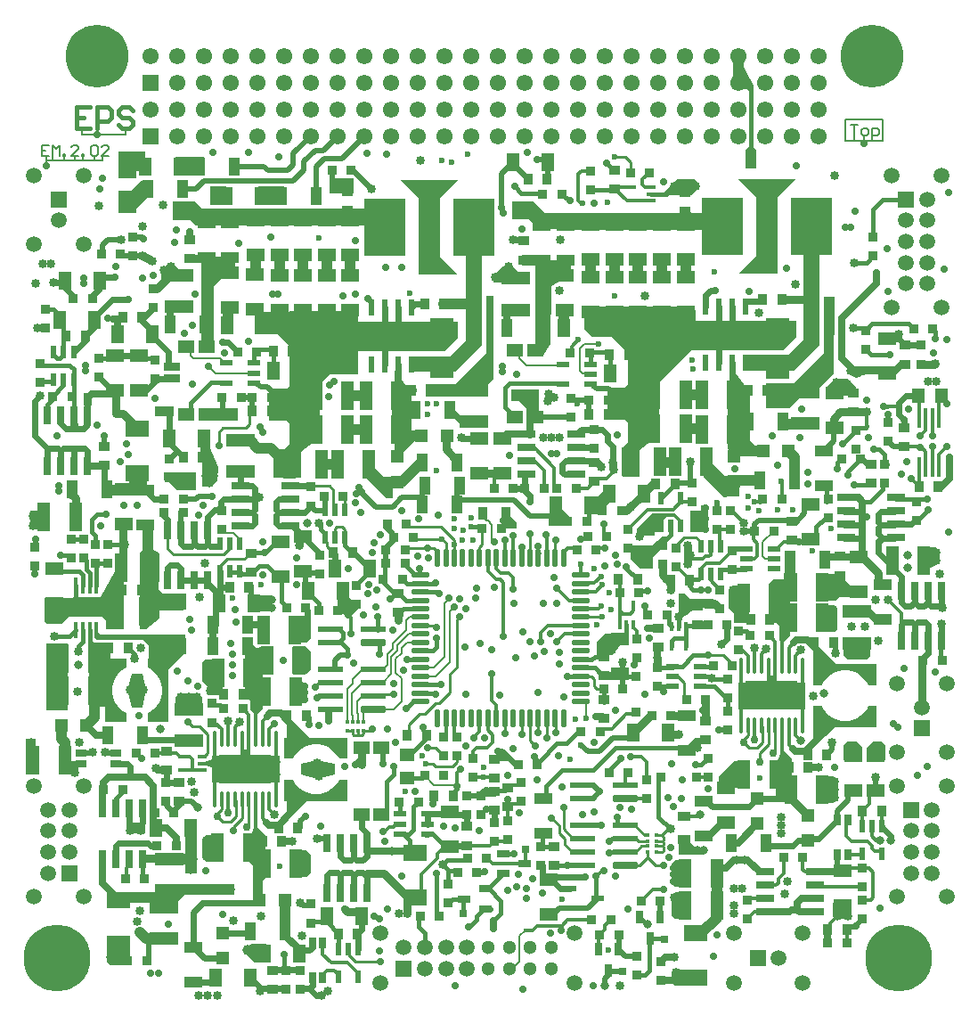
<source format=gtl>
G04 Layer_Physical_Order=1*
G04 Layer_Color=255*
%FSAX25Y25*%
%MOIN*%
G70*
G01*
G75*
G04:AMPARAMS|DCode=10|XSize=20mil|YSize=12mil|CornerRadius=0.3mil|HoleSize=0mil|Usage=FLASHONLY|Rotation=270.000|XOffset=0mil|YOffset=0mil|HoleType=Round|Shape=RoundedRectangle|*
%AMROUNDEDRECTD10*
21,1,0.02000,0.01140,0,0,270.0*
21,1,0.01940,0.01200,0,0,270.0*
1,1,0.00060,-0.00570,-0.00970*
1,1,0.00060,-0.00570,0.00970*
1,1,0.00060,0.00570,0.00970*
1,1,0.00060,0.00570,-0.00970*
%
%ADD10ROUNDEDRECTD10*%
G04:AMPARAMS|DCode=11|XSize=20mil|YSize=12mil|CornerRadius=0.3mil|HoleSize=0mil|Usage=FLASHONLY|Rotation=0.000|XOffset=0mil|YOffset=0mil|HoleType=Round|Shape=RoundedRectangle|*
%AMROUNDEDRECTD11*
21,1,0.02000,0.01140,0,0,0.0*
21,1,0.01940,0.01200,0,0,0.0*
1,1,0.00060,0.00970,-0.00570*
1,1,0.00060,-0.00970,-0.00570*
1,1,0.00060,-0.00970,0.00570*
1,1,0.00060,0.00970,0.00570*
%
%ADD11ROUNDEDRECTD11*%
%ADD12R,0.04528X0.05709*%
%ADD13R,0.05709X0.04528*%
%ADD14R,0.03543X0.03543*%
%ADD15O,0.06890X0.02165*%
%ADD16O,0.02165X0.06890*%
%ADD17R,0.04528X0.07087*%
%ADD18R,0.03937X0.03740*%
%ADD19R,0.07087X0.04528*%
%ADD20R,0.07008X0.02835*%
%ADD21R,0.03543X0.03543*%
%ADD22R,0.09646X0.02362*%
G04:AMPARAMS|DCode=23|XSize=23.62mil|YSize=96.46mil|CornerRadius=5.91mil|HoleSize=0mil|Usage=FLASHONLY|Rotation=90.000|XOffset=0mil|YOffset=0mil|HoleType=Round|Shape=RoundedRectangle|*
%AMROUNDEDRECTD23*
21,1,0.02362,0.08465,0,0,90.0*
21,1,0.01181,0.09646,0,0,90.0*
1,1,0.01181,0.04232,0.00591*
1,1,0.01181,0.04232,-0.00591*
1,1,0.01181,-0.04232,-0.00591*
1,1,0.01181,-0.04232,0.00591*
%
%ADD23ROUNDEDRECTD23*%
%ADD24R,0.05905X0.05118*%
%ADD25R,0.04803X0.02441*%
%ADD26R,0.09055X0.06378*%
%ADD27R,0.02835X0.07008*%
%ADD28R,0.05118X0.02756*%
%ADD29R,0.02756X0.02756*%
%ADD30R,0.10630X0.04528*%
%ADD31R,0.04331X0.06693*%
%ADD32R,0.06693X0.04331*%
%ADD33R,0.05118X0.04724*%
%ADD34R,0.03740X0.03937*%
%ADD35R,0.02441X0.04803*%
%ADD36R,0.02559X0.04331*%
%ADD37O,0.01378X0.06102*%
%ADD38R,0.19488X0.10787*%
%ADD39R,0.23622X0.01575*%
%ADD40R,0.04528X0.10630*%
%ADD41R,0.01575X0.03347*%
%ADD42R,0.03347X0.01575*%
%ADD43O,0.01575X0.07677*%
%ADD44R,0.05118X0.03543*%
%ADD45R,0.03543X0.05118*%
%ADD46R,0.03347X0.03347*%
%ADD47R,0.03347X0.03347*%
%ADD48R,0.02756X0.05118*%
%ADD49R,0.02756X0.02756*%
%ADD50R,0.04724X0.05118*%
%ADD51R,0.07402X0.06614*%
%ADD52O,0.01575X0.06299*%
%ADD53R,0.02362X0.06102*%
%ADD54R,0.12205X0.10236*%
%ADD55R,0.15748X0.21654*%
%ADD56R,0.01575X0.23622*%
%ADD57R,0.04331X0.02559*%
%ADD58R,0.01772X0.01772*%
%ADD59R,0.01181X0.01772*%
%ADD60R,0.01772X0.01772*%
%ADD61R,0.01772X0.01181*%
G04:AMPARAMS|DCode=62|XSize=20mil|YSize=12mil|CornerRadius=0.3mil|HoleSize=0mil|Usage=FLASHONLY|Rotation=220.000|XOffset=0mil|YOffset=0mil|HoleType=Round|Shape=RoundedRectangle|*
%AMROUNDEDRECTD62*
21,1,0.02000,0.01140,0,0,220.0*
21,1,0.01940,0.01200,0,0,220.0*
1,1,0.00060,-0.01110,-0.00187*
1,1,0.00060,0.00377,0.01060*
1,1,0.00060,0.01110,0.00187*
1,1,0.00060,-0.00377,-0.01060*
%
%ADD62ROUNDEDRECTD62*%
%ADD63C,0.02362*%
%ADD64C,0.01968*%
%ADD65C,0.01181*%
%ADD66C,0.03150*%
%ADD67C,0.01378*%
%ADD68C,0.01575*%
%ADD69C,0.03937*%
%ADD70C,0.00819*%
%ADD71C,0.01000*%
%ADD72C,0.02756*%
%ADD73C,0.05905*%
%ADD74C,0.02087*%
%ADD75C,0.05118*%
%ADD76C,0.05905*%
%ADD77R,0.05905X0.05905*%
%ADD78C,0.25000*%
%ADD79C,0.23425*%
%ADD80R,0.05905X0.05905*%
%ADD81C,0.06102*%
%ADD82R,0.06102X0.06102*%
%ADD83C,0.02756*%
%ADD84C,0.02362*%
%ADD85C,0.03347*%
%ADD86C,0.03150*%
%ADD87C,0.02953*%
%ADD88C,0.03937*%
G36*
X0491850Y0309350D02*
X0466850D01*
Y0319350D01*
X0491850D01*
Y0309350D01*
D02*
G37*
G36*
X0215850Y0308850D02*
X0207969D01*
Y0333850D01*
X0215850D01*
Y0308850D01*
D02*
G37*
G36*
X0264850Y0315350D02*
X0266350Y0313850D01*
X0266350Y0308350D01*
X0256350D01*
Y0313850D01*
X0257850Y0315350D01*
X0264850Y0315350D01*
D02*
G37*
G36*
X0273850Y0313394D02*
X0272350Y0314394D01*
X0268350Y0314394D01*
Y0317894D01*
X0266350Y0319894D01*
X0266350Y0326894D01*
X0267457Y0328000D01*
X0273850D01*
Y0313394D01*
D02*
G37*
G36*
X0305500Y0318000D02*
X0305500Y0313500D01*
X0302894Y0310894D01*
X0299850D01*
Y0320894D01*
X0302606D01*
X0305500Y0318000D01*
D02*
G37*
G36*
X0245277Y0316450D02*
X0243777Y0309950D01*
X0239777D01*
X0238277Y0316450D01*
X0239777Y0322628D01*
X0243777D01*
X0245277Y0316450D01*
D02*
G37*
G36*
X0225850Y0334350D02*
X0231850D01*
Y0328161D01*
X0237913D01*
X0237940Y0324952D01*
Y0324952D01*
X0237139Y0324541D01*
X0235672Y0323499D01*
X0234429Y0322199D01*
X0233455Y0320686D01*
X0232786Y0319016D01*
X0232445Y0317250D01*
Y0315451D01*
X0232786Y0313684D01*
X0233455Y0312015D01*
X0234429Y0310502D01*
X0235672Y0309201D01*
X0237139Y0308160D01*
X0237940Y0307749D01*
X0237913Y0304539D01*
X0230039D01*
Y0310350D01*
X0223850D01*
Y0336350D01*
X0225850Y0334350D01*
D02*
G37*
G36*
X0306583Y0298661D02*
X0320661D01*
Y0290787D01*
X0317452Y0290760D01*
X0317452Y0290760D01*
X0317041Y0291562D01*
X0316000Y0293028D01*
X0314699Y0294272D01*
X0313186Y0295246D01*
X0311516Y0295915D01*
X0309750Y0296256D01*
X0307951D01*
X0306184Y0295915D01*
X0304515Y0295246D01*
X0303002Y0294272D01*
X0301701Y0293028D01*
X0300660Y0291562D01*
X0300249Y0290760D01*
X0297039Y0290787D01*
Y0298661D01*
X0297898D01*
Y0307347D01*
X0306583Y0298661D01*
D02*
G37*
G36*
X0521850Y0295850D02*
Y0290350D01*
X0514850D01*
X0514850Y0294850D01*
X0517350Y0297350D01*
X0520350Y0297350D01*
X0521850Y0295850D01*
D02*
G37*
G36*
X0286350Y0332350D02*
X0289000Y0332408D01*
Y0309543D01*
X0286850Y0307394D01*
X0285850Y0307394D01*
X0284350Y0308894D01*
Y0312394D01*
X0283851Y0312894D01*
X0282350D01*
Y0332350D01*
X0283851Y0334850D01*
X0286350Y0332350D01*
D02*
G37*
G36*
X0518661Y0310457D02*
Y0302583D01*
X0503125D01*
X0495850Y0295894D01*
X0495964Y0302583D01*
X0495039D01*
Y0310457D01*
X0498248Y0310484D01*
X0498660Y0309683D01*
X0499701Y0308215D01*
X0501002Y0306973D01*
X0502515Y0305998D01*
X0504184Y0305329D01*
X0505951Y0304988D01*
X0507750D01*
X0509516Y0305329D01*
X0511186Y0305998D01*
X0512699Y0306973D01*
X0514000Y0308215D01*
X0515041Y0309683D01*
X0515452Y0310484D01*
X0518661Y0310457D01*
D02*
G37*
G36*
X0228350Y0337350D02*
X0259850D01*
X0260000Y0330500D01*
X0253661Y0324161D01*
Y0304539D01*
X0245787D01*
X0245760Y0307749D01*
X0245760D01*
X0246562Y0308160D01*
X0248028Y0309201D01*
X0249272Y0310502D01*
X0250246Y0312015D01*
X0250915Y0313684D01*
X0251256Y0315451D01*
Y0317250D01*
X0250915Y0319016D01*
X0250246Y0320686D01*
X0249272Y0322199D01*
X0248028Y0323499D01*
X0246562Y0324541D01*
X0245760Y0324952D01*
X0245787Y0328161D01*
X0246350D01*
Y0333350D01*
X0244350Y0335350D01*
X0226850D01*
X0225950Y0336250D01*
Y0338350D01*
X0227350D01*
X0228350Y0337350D01*
D02*
G37*
G36*
X0503309Y0326205D02*
X0518661D01*
Y0318331D01*
X0515452Y0318304D01*
X0515452Y0318304D01*
X0515041Y0319105D01*
X0514000Y0320572D01*
X0512699Y0321815D01*
X0511186Y0322789D01*
X0509516Y0323459D01*
X0507750Y0323800D01*
X0505951D01*
X0504184Y0323459D01*
X0502515Y0322789D01*
X0501002Y0321815D01*
X0499701Y0320572D01*
X0498660Y0319105D01*
X0498248Y0318304D01*
X0495039Y0318331D01*
Y0326205D01*
X0495398D01*
Y0334116D01*
X0503309Y0326205D01*
D02*
G37*
G36*
X0471000Y0341500D02*
X0469350Y0341721D01*
X0465350Y0341721D01*
Y0345220D01*
X0463350Y0347220D01*
X0463350Y0354221D01*
X0464850Y0355720D01*
X0471000D01*
Y0341500D01*
D02*
G37*
G36*
X0247850Y0368850D02*
X0249850Y0367850D01*
Y0354350D01*
X0251850Y0352350D01*
X0259350D01*
Y0346350D01*
X0250350D01*
Y0343350D01*
X0245350Y0339350D01*
X0242850D01*
Y0367850D01*
X0243850Y0368850D01*
Y0377350D01*
X0247850D01*
Y0368850D01*
D02*
G37*
G36*
X0238350Y0367850D02*
X0236850Y0357350D01*
Y0339350D01*
X0230350D01*
Y0342350D01*
X0228850Y0343850D01*
X0216350D01*
X0213850Y0341350D01*
X0208350Y0341350D01*
X0207350Y0342350D01*
Y0350850D01*
X0228350Y0351350D01*
X0235350Y0363850D01*
Y0376850D01*
X0238350D01*
Y0367850D01*
D02*
G37*
G36*
X0449000Y0350500D02*
X0457500D01*
X0458000Y0347000D01*
X0450932Y0347095D01*
X0448000Y0345000D01*
X0444500Y0342500D01*
X0443500Y0345000D01*
X0444500Y0346000D01*
Y0352500D01*
X0447000Y0352500D01*
X0449000Y0350500D01*
D02*
G37*
G36*
X0292500Y0345850D02*
X0285100D01*
Y0351850D01*
X0292500D01*
Y0345850D01*
D02*
G37*
G36*
X0324500Y0348000D02*
X0324500Y0347000D01*
X0320750Y0343250D01*
X0319000Y0345000D01*
X0317000Y0345000D01*
X0317000Y0355500D01*
X0324500Y0348000D01*
D02*
G37*
G36*
X0420000Y0329500D02*
X0414000D01*
Y0334500D01*
X0417000Y0337500D01*
X0426000D01*
X0420000Y0329500D01*
D02*
G37*
G36*
X0516307Y0329350D02*
X0514807Y0327850D01*
X0507807Y0327850D01*
X0506307Y0329350D01*
X0506307Y0334850D01*
X0516307D01*
Y0329350D01*
D02*
G37*
G36*
X0306850Y0330894D02*
X0306850Y0323894D01*
X0305350Y0322394D01*
X0299850Y0322394D01*
Y0332394D01*
X0305350D01*
X0306850Y0330894D01*
D02*
G37*
G36*
X0503850Y0347350D02*
Y0339350D01*
X0502850Y0338350D01*
X0497850D01*
Y0348350D01*
X0502850D01*
X0503850Y0347350D01*
D02*
G37*
G36*
X0306850Y0342850D02*
X0306850Y0335850D01*
X0305350Y0334350D01*
X0299850Y0334350D01*
Y0344350D01*
X0305350D01*
X0306850Y0342850D01*
D02*
G37*
G36*
X0486350Y0336850D02*
X0484850Y0335350D01*
X0483285Y0333785D01*
X0482350Y0335350D01*
Y0340350D01*
X0481201Y0341500D01*
X0478350Y0341500D01*
X0478350Y0356350D01*
X0479850Y0357850D01*
X0483850Y0357850D01*
Y0360350D01*
X0486350D01*
Y0336850D01*
D02*
G37*
G36*
X0511150Y0297350D02*
X0513350Y0295150D01*
X0513350Y0290350D01*
X0506350D01*
Y0295850D01*
X0507850Y0297350D01*
X0511150Y0297350D01*
D02*
G37*
G36*
X0448850Y0252807D02*
Y0242807D01*
X0443350D01*
X0441850Y0244307D01*
X0441850Y0251307D01*
X0443350Y0252807D01*
X0448850Y0252807D01*
D02*
G37*
G36*
X0278350Y0239850D02*
X0273350D01*
Y0243850D01*
X0278350D01*
Y0239850D01*
D02*
G37*
G36*
X0286850Y0265372D02*
X0289850Y0262372D01*
Y0246329D01*
X0288850Y0245329D01*
Y0236329D01*
X0285350D01*
Y0250829D01*
X0283840Y0252340D01*
X0283850Y0261372D01*
X0284850Y0263372D01*
X0286350Y0266829D01*
X0286850Y0265372D01*
D02*
G37*
G36*
X0249350Y0251850D02*
X0244350D01*
Y0254850D01*
X0249350D01*
Y0251850D01*
D02*
G37*
G36*
X0264350Y0247850D02*
X0259850D01*
Y0267850D01*
X0264350D01*
Y0247850D01*
D02*
G37*
G36*
X0306850Y0254894D02*
X0306850Y0247894D01*
X0305350Y0246394D01*
X0299850Y0246394D01*
Y0256394D01*
X0305350D01*
X0306850Y0254894D01*
D02*
G37*
G36*
X0290250Y0214500D02*
X0285750D01*
X0282250Y0218000D01*
X0282500Y0220500D01*
X0284750Y0221500D01*
X0290250D01*
Y0214500D01*
D02*
G37*
G36*
X0237500Y0213500D02*
X0232000D01*
X0230500Y0215000D01*
Y0220000D01*
X0237500D01*
Y0213500D01*
D02*
G37*
G36*
X0454850Y0205850D02*
X0443350D01*
X0441850Y0206850D01*
Y0210850D01*
X0443350Y0211850D01*
X0454850D01*
Y0205850D01*
D02*
G37*
G36*
X0509350Y0232350D02*
X0507850Y0230850D01*
X0503850D01*
X0502350Y0232350D01*
Y0236850D01*
X0509350D01*
Y0232350D01*
D02*
G37*
G36*
X0448850Y0240807D02*
Y0230807D01*
X0443350D01*
X0441850Y0232307D01*
X0441850Y0239307D01*
X0443350Y0240807D01*
X0448850Y0240807D01*
D02*
G37*
G36*
X0376500Y0227000D02*
X0374000D01*
Y0231000D01*
X0376500D01*
Y0227000D01*
D02*
G37*
G36*
X0273350Y0262307D02*
Y0252307D01*
X0267850D01*
X0266350Y0253807D01*
X0266350Y0260807D01*
X0267850Y0262307D01*
X0273350Y0262307D01*
D02*
G37*
G36*
X0219850Y0285350D02*
X0218500Y0284000D01*
X0214961Y0287539D01*
X0214850Y0288850D01*
X0219850D01*
Y0285350D01*
D02*
G37*
G36*
X0315850Y0288850D02*
Y0284850D01*
X0309350Y0283350D01*
X0303173Y0284850D01*
Y0288850D01*
X0309350Y0290350D01*
X0315850Y0288850D01*
D02*
G37*
G36*
X0295350Y0281894D02*
X0270000D01*
Y0287500D01*
X0267000Y0288500D01*
Y0289500D01*
X0270000Y0290500D01*
Y0291894D01*
X0295350D01*
Y0281894D01*
D02*
G37*
G36*
X0381000Y0290500D02*
Y0290000D01*
X0377000D01*
Y0294500D01*
X0381000Y0290500D01*
D02*
G37*
G36*
X0326500Y0287500D02*
X0323000D01*
Y0289500D01*
X0326500Y0293000D01*
X0326500Y0287500D01*
D02*
G37*
G36*
X0203850Y0284850D02*
X0200350D01*
Y0298350D01*
X0203850D01*
Y0284850D01*
D02*
G37*
G36*
X0504350Y0282850D02*
Y0276350D01*
X0502339Y0274339D01*
X0497850D01*
X0497850Y0284350D01*
X0502339D01*
X0504350Y0282850D01*
D02*
G37*
G36*
X0244850Y0262850D02*
X0237850D01*
Y0266850D01*
X0244850D01*
Y0262850D01*
D02*
G37*
G36*
X0454391Y0255000D02*
X0444500D01*
Y0259500D01*
X0447669Y0259500D01*
X0454391Y0255000D01*
D02*
G37*
G36*
X0470850Y0289850D02*
Y0279850D01*
X0459500D01*
Y0284000D01*
X0465350Y0289850D01*
X0470850Y0289850D01*
D02*
G37*
G36*
X0320661Y0282913D02*
Y0275039D01*
X0305685D01*
X0298039Y0267394D01*
Y0275039D01*
X0297039D01*
Y0282913D01*
X0300249Y0282940D01*
X0300660Y0282139D01*
X0301701Y0280672D01*
X0303002Y0279429D01*
X0304515Y0278455D01*
X0306184Y0277785D01*
X0307951Y0277445D01*
X0309750D01*
X0311516Y0277785D01*
X0313186Y0278455D01*
X0314699Y0279429D01*
X0316000Y0280672D01*
X0317041Y0282139D01*
X0317452Y0282940D01*
X0320661Y0282913D01*
D02*
G37*
G36*
X0486850Y0290850D02*
Y0274350D01*
X0484850D01*
X0480850Y0276850D01*
Y0288894D01*
X0481850Y0290894D01*
X0483350Y0294350D01*
X0486850Y0290850D01*
D02*
G37*
G36*
X0506350Y0358350D02*
X0509350Y0355350D01*
X0514850D01*
Y0351350D01*
X0504850D01*
X0503350Y0349850D01*
X0497850Y0349850D01*
Y0359850D01*
X0503350D01*
X0506350Y0358350D01*
D02*
G37*
G36*
X0384104Y0473081D02*
Y0468898D01*
X0375197D01*
Y0471457D01*
X0378642Y0474902D01*
X0382283D01*
X0384104Y0473081D01*
D02*
G37*
G36*
X0276134Y0471524D02*
X0274476Y0471524D01*
X0270500Y0467547D01*
Y0446788D01*
X0267717Y0442520D01*
X0266000Y0445152D01*
X0266000Y0478543D01*
X0276181Y0478543D01*
X0276134Y0471524D01*
D02*
G37*
G36*
X0402165Y0470669D02*
X0398622Y0468504D01*
X0396819Y0467402D01*
X0396654Y0445866D01*
X0393701Y0441339D01*
X0390748Y0445866D01*
Y0470669D01*
X0390748Y0477362D01*
X0402165Y0477362D01*
Y0470669D01*
D02*
G37*
G36*
X0488189Y0507677D02*
X0481496Y0500984D01*
Y0478937D01*
Y0472244D01*
X0466929D01*
X0473622Y0478937D01*
Y0500984D01*
X0466929Y0507677D01*
X0481496D01*
X0488189Y0507677D01*
D02*
G37*
G36*
X0361811Y0507283D02*
X0355118Y0500591D01*
Y0478543D01*
X0361811Y0471850D01*
X0347244D01*
Y0478543D01*
Y0500591D01*
X0340551Y0507283D01*
X0355118D01*
X0361811Y0507283D01*
D02*
G37*
G36*
X0255614Y0475886D02*
X0258514Y0472986D01*
X0258514Y0470026D01*
X0250833D01*
Y0473667D01*
X0253051Y0475886D01*
X0255614Y0475886D01*
D02*
G37*
G36*
X0512350Y0433850D02*
X0510850Y0433350D01*
X0507850Y0434850D01*
X0507850Y0437534D01*
X0526500D01*
X0512350Y0433850D01*
D02*
G37*
G36*
X0258000Y0431500D02*
X0252000D01*
Y0434500D01*
X0258000D01*
Y0431500D01*
D02*
G37*
G36*
X0511000Y0430000D02*
Y0426500D01*
X0500000D01*
Y0430000D01*
X0503000Y0433000D01*
X0508000Y0433000D01*
X0511000Y0430000D01*
D02*
G37*
G36*
X0258000Y0436000D02*
X0252000D01*
Y0439000D01*
X0258000D01*
Y0436000D01*
D02*
G37*
G36*
X0497244Y0445669D02*
X0487402Y0435827D01*
X0470669Y0435827D01*
Y0441732D01*
X0485433D01*
X0491339Y0447638D01*
X0491339Y0454528D01*
X0497244D01*
X0497244Y0445669D01*
D02*
G37*
G36*
X0370866Y0445276D02*
X0361024Y0435433D01*
X0344291Y0435433D01*
Y0441339D01*
X0359055D01*
X0364961Y0447244D01*
X0364961Y0454134D01*
X0370866D01*
X0370866Y0445276D01*
D02*
G37*
G36*
X0248000Y0478500D02*
X0247000Y0475500D01*
X0243000Y0477500D01*
X0244000Y0480500D01*
X0248000Y0478500D01*
D02*
G37*
G36*
X0266850Y0508850D02*
X0256350D01*
Y0515850D01*
X0266850D01*
Y0508850D01*
D02*
G37*
G36*
X0322835Y0502350D02*
X0313850D01*
Y0507874D01*
X0322835D01*
Y0502350D01*
D02*
G37*
G36*
X0450197Y0507677D02*
X0451378Y0506496D01*
X0451378Y0503543D01*
X0449335Y0501500D01*
X0439120D01*
X0438959Y0502541D01*
X0442913Y0506496D01*
X0444095Y0507677D01*
X0450197Y0507677D01*
D02*
G37*
G36*
X0472441Y0542520D02*
Y0541339D01*
X0471654Y0539370D01*
X0470079Y0541339D01*
X0465354D01*
Y0556299D01*
X0472441Y0542520D01*
D02*
G37*
G36*
X0473622Y0518504D02*
Y0511417D01*
X0469685D01*
Y0518504D01*
X0471654Y0520472D01*
X0473622Y0518504D01*
D02*
G37*
G36*
X0244850Y0510500D02*
X0234850D01*
Y0518000D01*
X0244850D01*
Y0510500D01*
D02*
G37*
G36*
X0394567Y0495000D02*
X0454921Y0495000D01*
Y0490551D01*
X0390354D01*
X0388386Y0492520D01*
X0382283D01*
Y0499213D01*
X0390354D01*
X0394567Y0495000D01*
D02*
G37*
G36*
X0266244Y0496457D02*
X0328543Y0496457D01*
Y0490158D01*
X0263976D01*
X0262008Y0492126D01*
X0255350D01*
Y0499300D01*
X0263400D01*
X0266244Y0496457D01*
D02*
G37*
G36*
X0388000Y0483500D02*
X0381496D01*
Y0486000D01*
X0388000D01*
Y0483500D01*
D02*
G37*
G36*
X0296850Y0497850D02*
X0287350D01*
Y0504850D01*
X0296850D01*
Y0497850D01*
D02*
G37*
G36*
X0275350D02*
X0269350D01*
Y0504850D01*
X0275350D01*
Y0497850D01*
D02*
G37*
G36*
X0247850Y0502848D02*
X0240352Y0495350D01*
X0234850D01*
Y0499850D01*
Y0503350D01*
X0239850Y0503350D01*
X0243350Y0506850D01*
X0247850D01*
Y0502848D01*
D02*
G37*
G36*
X0375197Y0455118D02*
Y0432899D01*
X0368503Y0426205D01*
X0350000D01*
Y0430905D01*
X0361024D01*
X0372441Y0442323D01*
Y0455118D01*
Y0463779D01*
X0375197D01*
Y0455118D01*
D02*
G37*
G36*
X0418500Y0391500D02*
Y0386500D01*
X0417500Y0385500D01*
X0417500Y0383000D01*
X0409500D01*
Y0389000D01*
X0414500D01*
X0417000Y0391500D01*
X0418500Y0391500D01*
D02*
G37*
G36*
X0402957Y0381348D02*
X0404500Y0379500D01*
X0403000Y0378000D01*
X0396000Y0378000D01*
Y0382000D01*
X0396894Y0385106D01*
X0402957Y0381348D01*
D02*
G37*
G36*
X0384000Y0379000D02*
Y0377000D01*
X0379500D01*
Y0383500D01*
X0384000Y0379000D01*
D02*
G37*
G36*
X0245500Y0393350D02*
Y0389350D01*
X0228850D01*
Y0393350D01*
X0239000D01*
Y0397500D01*
X0245500D01*
Y0393350D01*
D02*
G37*
G36*
X0467350Y0392350D02*
X0467350Y0389000D01*
X0461000Y0389000D01*
X0453937Y0396063D01*
X0453937Y0398819D01*
X0457874D01*
X0467350Y0392350D01*
D02*
G37*
G36*
X0337500Y0393000D02*
Y0388350D01*
X0334850D01*
X0327756Y0395669D01*
Y0397638D01*
X0331693D01*
X0337500Y0393000D01*
D02*
G37*
G36*
X0449500Y0363000D02*
X0446500D01*
Y0370500D01*
X0449500D01*
Y0363000D01*
D02*
G37*
G36*
X0439500Y0371000D02*
X0435000Y0366000D01*
Y0362000D01*
X0430000Y0362000D01*
X0426500Y0365500D01*
X0426500Y0370500D01*
X0434500Y0370500D01*
X0438500Y0374000D01*
X0441000D01*
X0439500Y0371000D01*
D02*
G37*
G36*
X0542350Y0368394D02*
Y0363850D01*
X0538350Y0361850D01*
X0535350D01*
Y0369894D01*
X0540850D01*
X0542350Y0368394D01*
D02*
G37*
G36*
X0207850Y0376500D02*
X0201850D01*
Y0383500D01*
X0207850D01*
Y0376500D01*
D02*
G37*
G36*
X0455500Y0375500D02*
X0449000D01*
Y0383500D01*
X0453000D01*
Y0385500D01*
X0455500D01*
Y0375500D01*
D02*
G37*
G36*
X0438500Y0380000D02*
Y0377000D01*
X0429000Y0374000D01*
Y0377000D01*
X0434500Y0382500D01*
X0441000D01*
X0438500Y0380000D01*
D02*
G37*
G36*
X0263850Y0391350D02*
X0256850D01*
X0253350Y0394850D01*
X0252000D01*
Y0397850D01*
X0263850D01*
Y0391350D01*
D02*
G37*
G36*
X0392126Y0418110D02*
X0387795D01*
Y0421654D01*
X0385039Y0424409D01*
X0381890D01*
Y0428740D01*
X0392126D01*
Y0418110D01*
D02*
G37*
G36*
X0279528Y0417323D02*
X0266929D01*
Y0422047D01*
X0279528D01*
Y0417323D01*
D02*
G37*
G36*
X0220500Y0413500D02*
X0216500D01*
X0217000Y0417000D01*
X0219500D01*
X0220500Y0413500D01*
D02*
G37*
G36*
X0225000Y0423000D02*
X0222000D01*
Y0427500D01*
X0225000D01*
Y0423000D01*
D02*
G37*
G36*
X0502700Y0434991D02*
X0494000Y0426291D01*
X0490268D01*
X0485963Y0421986D01*
X0477165D01*
Y0431299D01*
X0487402D01*
X0498819Y0442717D01*
Y0463583D01*
X0502756D01*
X0502700Y0434991D01*
D02*
G37*
G36*
X0255500Y0419000D02*
X0248500D01*
Y0422500D01*
X0255500D01*
Y0419000D01*
D02*
G37*
G36*
X0451000Y0454528D02*
X0488386D01*
X0488386Y0448622D01*
X0483465Y0443701D01*
X0449201D01*
X0437191Y0431691D01*
X0435778Y0410876D01*
X0429724Y0406102D01*
Y0396260D01*
X0423425D01*
Y0407087D01*
X0425394Y0409055D01*
Y0416535D01*
X0424213Y0417717D01*
X0417717D01*
Y0429528D01*
X0424213D01*
X0425394Y0430709D01*
Y0434842D01*
Y0442717D01*
X0419610Y0448500D01*
X0412000D01*
X0409055Y0451445D01*
X0409055Y0457480D01*
X0425394D01*
Y0458465D01*
X0451000D01*
Y0454528D01*
D02*
G37*
G36*
X0324606Y0454134D02*
X0362008D01*
X0362008Y0448228D01*
X0357087Y0443307D01*
X0324606D01*
Y0434449D01*
X0313779D01*
X0310827Y0431496D01*
X0309400Y0410482D01*
X0303346Y0405709D01*
Y0395866D01*
X0292850D01*
Y0406693D01*
X0297047D01*
X0299016Y0408661D01*
Y0416142D01*
X0297835Y0417323D01*
X0291339D01*
Y0429134D01*
X0297835D01*
X0299016Y0430315D01*
Y0434449D01*
Y0445177D01*
X0294693Y0449500D01*
X0286000Y0449500D01*
X0286000Y0458000D01*
X0299016Y0458000D01*
Y0458071D01*
X0324606D01*
Y0454134D01*
D02*
G37*
G36*
X0272047Y0400000D02*
X0271972Y0394972D01*
X0269500Y0392500D01*
X0266142Y0392500D01*
Y0413779D01*
X0272047Y0400000D01*
D02*
G37*
G36*
X0471063Y0427756D02*
Y0410039D01*
X0475984Y0405118D01*
X0464685Y0405118D01*
Y0436614D01*
X0471063Y0427756D01*
D02*
G37*
G36*
X0344685Y0427362D02*
X0344685Y0413500D01*
X0348721D01*
Y0409500D01*
X0345500D01*
X0340850Y0404850D01*
X0338307Y0404724D01*
Y0436221D01*
X0344685Y0427362D01*
D02*
G37*
G36*
X0421500Y0398500D02*
X0418500D01*
Y0402000D01*
X0421500D01*
Y0398500D01*
D02*
G37*
D10*
X0321900Y0340200D02*
D03*
Y0341800D02*
D03*
X0515000Y0417300D02*
D03*
Y0415700D02*
D03*
D11*
X0524800Y0422500D02*
D03*
X0523200D02*
D03*
X0389300Y0226500D02*
D03*
X0387700D02*
D03*
D12*
X0534169Y0426500D02*
D03*
X0542831D02*
D03*
D13*
X0343000Y0292331D02*
D03*
Y0283669D02*
D03*
D14*
X0367500Y0291043D02*
D03*
Y0283957D02*
D03*
X0521500Y0393957D02*
D03*
Y0401043D02*
D03*
X0413000Y0414043D02*
D03*
Y0406957D02*
D03*
X0535350Y0445394D02*
D03*
Y0438307D02*
D03*
X0514500Y0443957D02*
D03*
Y0451043D02*
D03*
X0517350Y0485894D02*
D03*
Y0478807D02*
D03*
X0365350Y0276894D02*
D03*
Y0269807D02*
D03*
X0358350Y0236807D02*
D03*
Y0243894D02*
D03*
X0511000Y0413543D02*
D03*
Y0406457D02*
D03*
X0533500Y0387043D02*
D03*
Y0379957D02*
D03*
X0513350Y0230807D02*
D03*
Y0237894D02*
D03*
X0467000Y0338543D02*
D03*
Y0331457D02*
D03*
X0385500Y0282043D02*
D03*
Y0274957D02*
D03*
X0370500Y0277043D02*
D03*
Y0269957D02*
D03*
X0203500Y0362957D02*
D03*
Y0370043D02*
D03*
X0411500Y0510543D02*
D03*
Y0503457D02*
D03*
X0361500Y0291957D02*
D03*
Y0299043D02*
D03*
X0356500Y0291957D02*
D03*
Y0299043D02*
D03*
X0393000Y0258043D02*
D03*
Y0250957D02*
D03*
X0464000Y0376457D02*
D03*
Y0383543D02*
D03*
X0463000Y0313457D02*
D03*
Y0320543D02*
D03*
X0269850Y0311437D02*
D03*
Y0304350D02*
D03*
X0429000Y0328457D02*
D03*
Y0335543D02*
D03*
X0470350Y0230807D02*
D03*
Y0237894D02*
D03*
X0437850Y0214894D02*
D03*
Y0207807D02*
D03*
X0513350Y0242807D02*
D03*
Y0249894D02*
D03*
X0324000Y0348457D02*
D03*
Y0355543D02*
D03*
X0273500Y0376457D02*
D03*
Y0383543D02*
D03*
X0306850Y0392394D02*
D03*
Y0385307D02*
D03*
X0205500Y0431457D02*
D03*
Y0438543D02*
D03*
X0207500Y0451957D02*
D03*
Y0459043D02*
D03*
X0248500Y0432957D02*
D03*
Y0440043D02*
D03*
X0523000Y0409457D02*
D03*
Y0416543D02*
D03*
X0240350Y0478807D02*
D03*
Y0485894D02*
D03*
X0297500Y0204457D02*
D03*
Y0211543D02*
D03*
X0252500Y0282043D02*
D03*
Y0274957D02*
D03*
X0306850Y0229307D02*
D03*
Y0236394D02*
D03*
X0303000Y0211543D02*
D03*
Y0204457D02*
D03*
X0455500Y0283957D02*
D03*
Y0291043D02*
D03*
X0429000Y0217043D02*
D03*
Y0209957D02*
D03*
X0404331Y0425591D02*
D03*
Y0418504D02*
D03*
X0217350Y0365807D02*
D03*
Y0372894D02*
D03*
X0221850D02*
D03*
Y0365807D02*
D03*
X0230850Y0370894D02*
D03*
Y0363807D02*
D03*
X0226350D02*
D03*
Y0370894D02*
D03*
X0380500Y0267543D02*
D03*
Y0260457D02*
D03*
X0375500Y0267043D02*
D03*
Y0259957D02*
D03*
X0253850Y0402894D02*
D03*
Y0395807D02*
D03*
X0248000Y0459457D02*
D03*
Y0466543D02*
D03*
X0227500Y0440543D02*
D03*
Y0433457D02*
D03*
X0310350Y0359807D02*
D03*
Y0366894D02*
D03*
X0432500Y0283043D02*
D03*
Y0275957D02*
D03*
X0443500Y0369543D02*
D03*
Y0362457D02*
D03*
X0460000Y0346957D02*
D03*
Y0354043D02*
D03*
X0464500Y0361457D02*
D03*
Y0368543D02*
D03*
X0459000Y0383543D02*
D03*
Y0376457D02*
D03*
X0500500Y0388043D02*
D03*
Y0380957D02*
D03*
X0438500Y0363457D02*
D03*
Y0370543D02*
D03*
X0425500Y0369457D02*
D03*
Y0376543D02*
D03*
X0449500Y0386957D02*
D03*
Y0394043D02*
D03*
X0436500Y0317957D02*
D03*
Y0325043D02*
D03*
X0463000Y0301457D02*
D03*
Y0308543D02*
D03*
D15*
X0347732Y0312228D02*
D03*
Y0315378D02*
D03*
Y0318528D02*
D03*
Y0321677D02*
D03*
Y0324827D02*
D03*
Y0327976D02*
D03*
Y0331126D02*
D03*
Y0334276D02*
D03*
Y0337425D02*
D03*
Y0340575D02*
D03*
Y0343724D02*
D03*
Y0346874D02*
D03*
Y0350024D02*
D03*
Y0353173D02*
D03*
Y0356323D02*
D03*
Y0359472D02*
D03*
X0407969D02*
D03*
Y0356323D02*
D03*
Y0353173D02*
D03*
Y0350024D02*
D03*
Y0346874D02*
D03*
Y0343724D02*
D03*
Y0340575D02*
D03*
Y0337425D02*
D03*
Y0334276D02*
D03*
Y0331126D02*
D03*
Y0327976D02*
D03*
Y0324827D02*
D03*
Y0321677D02*
D03*
Y0318528D02*
D03*
Y0315378D02*
D03*
Y0312228D02*
D03*
D16*
X0354228Y0365968D02*
D03*
X0357378D02*
D03*
X0360528D02*
D03*
X0363677D02*
D03*
X0366827D02*
D03*
X0369976D02*
D03*
X0373126D02*
D03*
X0376276D02*
D03*
X0379425D02*
D03*
X0382575D02*
D03*
X0385724D02*
D03*
X0388874D02*
D03*
X0392024D02*
D03*
X0395173D02*
D03*
X0398323D02*
D03*
X0401472D02*
D03*
Y0305732D02*
D03*
X0398323D02*
D03*
X0395173D02*
D03*
X0392024D02*
D03*
X0388874D02*
D03*
X0385724D02*
D03*
X0382575D02*
D03*
X0379425D02*
D03*
X0376276D02*
D03*
X0373126D02*
D03*
X0369976D02*
D03*
X0366827D02*
D03*
X0363677D02*
D03*
X0360528D02*
D03*
X0357378D02*
D03*
X0354228D02*
D03*
D17*
X0215004Y0469500D02*
D03*
X0227996D02*
D03*
X0288347Y0501350D02*
D03*
X0275354D02*
D03*
X0257846Y0512350D02*
D03*
X0244854D02*
D03*
X0306004Y0353500D02*
D03*
X0318996D02*
D03*
X0440496Y0300500D02*
D03*
X0427504D02*
D03*
X0401378Y0451968D02*
D03*
X0414370D02*
D03*
X0248854Y0264850D02*
D03*
X0261846D02*
D03*
X0315854Y0361850D02*
D03*
X0328847D02*
D03*
X0225996Y0455000D02*
D03*
X0213004D02*
D03*
X0312854Y0231850D02*
D03*
X0325847D02*
D03*
X0418504Y0390000D02*
D03*
X0431496D02*
D03*
X0398504Y0385500D02*
D03*
X0411496D02*
D03*
X0418898Y0434842D02*
D03*
X0431890D02*
D03*
X0292913Y0436024D02*
D03*
X0305906D02*
D03*
X0272504Y0349000D02*
D03*
X0285496D02*
D03*
X0271354Y0208850D02*
D03*
X0284347D02*
D03*
X0302496Y0218000D02*
D03*
X0289504D02*
D03*
X0275504Y0453000D02*
D03*
X0288496D02*
D03*
X0382480Y0513779D02*
D03*
X0395472D02*
D03*
X0266732Y0410630D02*
D03*
X0253740D02*
D03*
X0234504Y0449500D02*
D03*
X0247496D02*
D03*
D18*
X0413000Y0394457D02*
D03*
Y0401543D02*
D03*
X0529350Y0438307D02*
D03*
Y0445394D02*
D03*
X0365350Y0258307D02*
D03*
Y0265394D02*
D03*
X0516500Y0401043D02*
D03*
Y0393957D02*
D03*
X0504850Y0366394D02*
D03*
Y0359307D02*
D03*
X0380500Y0272957D02*
D03*
Y0280043D02*
D03*
X0375500Y0271457D02*
D03*
Y0278543D02*
D03*
X0416500Y0329043D02*
D03*
Y0321957D02*
D03*
X0339500Y0352543D02*
D03*
Y0345457D02*
D03*
X0416500Y0313043D02*
D03*
Y0305957D02*
D03*
X0398000Y0258043D02*
D03*
Y0250957D02*
D03*
X0451500Y0340957D02*
D03*
Y0348043D02*
D03*
X0420500Y0503957D02*
D03*
Y0511043D02*
D03*
X0261500Y0477957D02*
D03*
Y0485043D02*
D03*
X0386417Y0477362D02*
D03*
Y0484449D02*
D03*
X0284500Y0367543D02*
D03*
Y0360457D02*
D03*
X0529000Y0407457D02*
D03*
Y0414543D02*
D03*
X0375500Y0283457D02*
D03*
Y0290543D02*
D03*
X0292500Y0211543D02*
D03*
Y0204457D02*
D03*
X0257500Y0274957D02*
D03*
Y0282043D02*
D03*
X0229500Y0400457D02*
D03*
Y0407543D02*
D03*
X0447000Y0495457D02*
D03*
Y0502543D02*
D03*
X0320472Y0495866D02*
D03*
Y0502953D02*
D03*
X0253000Y0293543D02*
D03*
Y0286457D02*
D03*
X0487000Y0372457D02*
D03*
Y0379543D02*
D03*
X0510000Y0420457D02*
D03*
Y0427543D02*
D03*
X0433500Y0376043D02*
D03*
Y0368957D02*
D03*
X0437000Y0339543D02*
D03*
Y0332457D02*
D03*
X0454500Y0297957D02*
D03*
Y0305043D02*
D03*
D19*
X0370000Y0397504D02*
D03*
Y0410496D02*
D03*
X0378500D02*
D03*
Y0397504D02*
D03*
X0522500Y0435004D02*
D03*
Y0447996D02*
D03*
X0358850Y0257854D02*
D03*
Y0270847D02*
D03*
X0511850Y0366347D02*
D03*
Y0353354D02*
D03*
X0509850Y0278854D02*
D03*
Y0291846D02*
D03*
X0462350Y0266854D02*
D03*
Y0279847D02*
D03*
X0518350Y0278854D02*
D03*
Y0291846D02*
D03*
X0238350Y0497358D02*
D03*
Y0510350D02*
D03*
X0304000Y0373996D02*
D03*
Y0361004D02*
D03*
X0242500Y0441496D02*
D03*
Y0428504D02*
D03*
X0233500D02*
D03*
Y0441496D02*
D03*
X0494000Y0385996D02*
D03*
Y0373004D02*
D03*
X0422500Y0335496D02*
D03*
Y0322504D02*
D03*
X0396000Y0245496D02*
D03*
Y0232504D02*
D03*
X0401968Y0471457D02*
D03*
Y0458465D02*
D03*
X0505850Y0248847D02*
D03*
Y0235854D02*
D03*
X0295500Y0371996D02*
D03*
Y0359004D02*
D03*
X0237000Y0391496D02*
D03*
Y0378504D02*
D03*
X0276378Y0472638D02*
D03*
Y0459646D02*
D03*
X0210850Y0361846D02*
D03*
Y0348854D02*
D03*
X0429331Y0470866D02*
D03*
Y0457874D02*
D03*
X0420472Y0470866D02*
D03*
Y0457874D02*
D03*
X0411614Y0470866D02*
D03*
Y0457874D02*
D03*
X0429331Y0490551D02*
D03*
Y0477559D02*
D03*
X0420472Y0490551D02*
D03*
Y0477559D02*
D03*
X0411614Y0490551D02*
D03*
Y0477559D02*
D03*
X0438189D02*
D03*
Y0490551D02*
D03*
X0447047Y0477559D02*
D03*
Y0490551D02*
D03*
X0438189Y0457874D02*
D03*
Y0470866D02*
D03*
X0447047Y0457874D02*
D03*
Y0470866D02*
D03*
X0303937Y0471457D02*
D03*
Y0458465D02*
D03*
X0312795Y0471457D02*
D03*
Y0458465D02*
D03*
X0321654Y0471457D02*
D03*
Y0458465D02*
D03*
X0303937Y0492126D02*
D03*
Y0479134D02*
D03*
X0312795Y0492126D02*
D03*
Y0479134D02*
D03*
X0321654Y0492126D02*
D03*
Y0479134D02*
D03*
X0286221D02*
D03*
Y0492126D02*
D03*
X0295079Y0479134D02*
D03*
Y0492126D02*
D03*
X0286000Y0459004D02*
D03*
Y0471996D02*
D03*
X0295079Y0458465D02*
D03*
Y0471457D02*
D03*
X0503000Y0414504D02*
D03*
Y0427496D02*
D03*
D20*
X0406291Y0397059D02*
D03*
X0387472D02*
D03*
Y0402059D02*
D03*
X0406291D02*
D03*
Y0412059D02*
D03*
X0387472D02*
D03*
Y0407059D02*
D03*
X0406291D02*
D03*
X0507130Y0378480D02*
D03*
X0525949D02*
D03*
Y0373480D02*
D03*
X0507130D02*
D03*
Y0383480D02*
D03*
X0525949D02*
D03*
Y0388480D02*
D03*
X0507130D02*
D03*
X0495642Y0233409D02*
D03*
X0476823D02*
D03*
Y0238409D02*
D03*
X0495642D02*
D03*
Y0248409D02*
D03*
X0476823D02*
D03*
Y0243409D02*
D03*
X0495642D02*
D03*
X0280480Y0382831D02*
D03*
X0299299D02*
D03*
Y0377831D02*
D03*
X0280480D02*
D03*
Y0387831D02*
D03*
X0299299D02*
D03*
Y0392831D02*
D03*
X0280480D02*
D03*
D21*
X0406043Y0392000D02*
D03*
X0398957D02*
D03*
X0375457D02*
D03*
X0382543D02*
D03*
X0532457Y0451500D02*
D03*
X0539543D02*
D03*
X0339957Y0274500D02*
D03*
X0347043D02*
D03*
X0372543Y0253500D02*
D03*
X0365457D02*
D03*
X0413543Y0369000D02*
D03*
X0406457D02*
D03*
X0347807Y0231850D02*
D03*
X0354894D02*
D03*
X0368894Y0248350D02*
D03*
X0361807D02*
D03*
X0512543Y0403000D02*
D03*
X0505457D02*
D03*
X0543043Y0327500D02*
D03*
X0535957D02*
D03*
X0500307Y0221850D02*
D03*
X0507394D02*
D03*
X0478437Y0336894D02*
D03*
X0471350D02*
D03*
X0475957Y0388000D02*
D03*
X0483043D02*
D03*
X0378043Y0377000D02*
D03*
X0370957D02*
D03*
X0335457Y0378500D02*
D03*
X0342543D02*
D03*
X0337957Y0373500D02*
D03*
X0345043D02*
D03*
X0334957Y0369000D02*
D03*
X0342043D02*
D03*
X0334957Y0364000D02*
D03*
X0342043D02*
D03*
X0333957Y0358000D02*
D03*
X0341043D02*
D03*
X0410457Y0374000D02*
D03*
X0417543D02*
D03*
X0429543Y0353000D02*
D03*
X0422457D02*
D03*
X0423543Y0317000D02*
D03*
X0416457D02*
D03*
X0462543Y0341000D02*
D03*
X0455457D02*
D03*
X0432957Y0344500D02*
D03*
X0440043D02*
D03*
X0281437Y0309394D02*
D03*
X0274350D02*
D03*
X0426457Y0510000D02*
D03*
X0433543D02*
D03*
X0483807Y0253850D02*
D03*
X0490894D02*
D03*
X0244543Y0246000D02*
D03*
X0237457D02*
D03*
X0245394Y0215350D02*
D03*
X0238307D02*
D03*
X0236394Y0279350D02*
D03*
X0229307D02*
D03*
X0318894Y0389000D02*
D03*
X0311807D02*
D03*
X0304894Y0347350D02*
D03*
X0297807D02*
D03*
X0316894Y0346350D02*
D03*
X0309807D02*
D03*
X0251957Y0383000D02*
D03*
X0259043D02*
D03*
X0210307Y0426350D02*
D03*
X0217394D02*
D03*
X0356543Y0284500D02*
D03*
X0349457D02*
D03*
X0217957Y0463000D02*
D03*
X0225043D02*
D03*
X0235543Y0479500D02*
D03*
X0228457D02*
D03*
X0255543Y0270500D02*
D03*
X0248457D02*
D03*
X0391543Y0288500D02*
D03*
X0384457D02*
D03*
X0407957Y0301000D02*
D03*
X0415043D02*
D03*
X0423043Y0383500D02*
D03*
X0415957D02*
D03*
X0410043Y0379500D02*
D03*
X0402957D02*
D03*
X0430457Y0237500D02*
D03*
X0437543D02*
D03*
X0414957Y0225000D02*
D03*
X0422043D02*
D03*
X0411957Y0230500D02*
D03*
X0419043D02*
D03*
X0418110Y0424803D02*
D03*
X0411024D02*
D03*
X0292126Y0425984D02*
D03*
X0285039D02*
D03*
X0280709D02*
D03*
X0273622D02*
D03*
X0411043Y0442500D02*
D03*
X0403957D02*
D03*
X0286543Y0443000D02*
D03*
X0279457D02*
D03*
X0394043Y0392000D02*
D03*
X0386957D02*
D03*
X0400787Y0501968D02*
D03*
X0393701D02*
D03*
X0321894Y0510850D02*
D03*
X0314807D02*
D03*
X0249307Y0258350D02*
D03*
X0256394D02*
D03*
X0248543Y0293000D02*
D03*
X0241457D02*
D03*
X0418457Y0285500D02*
D03*
X0425543D02*
D03*
X0472957Y0376000D02*
D03*
X0480043D02*
D03*
X0454543Y0313000D02*
D03*
X0447457D02*
D03*
X0457457Y0325500D02*
D03*
X0464543D02*
D03*
X0441543Y0307000D02*
D03*
X0434457D02*
D03*
X0251957Y0388000D02*
D03*
X0259043D02*
D03*
D22*
X0424500Y0256004D02*
D03*
Y0261004D02*
D03*
Y0266004D02*
D03*
X0408555Y0251004D02*
D03*
Y0256004D02*
D03*
Y0261004D02*
D03*
Y0266004D02*
D03*
X0330295Y0314350D02*
D03*
Y0319350D02*
D03*
Y0324350D02*
D03*
X0314350Y0309350D02*
D03*
Y0314350D02*
D03*
Y0319350D02*
D03*
Y0324350D02*
D03*
Y0339350D02*
D03*
Y0334350D02*
D03*
X0330295Y0339350D02*
D03*
X0408555Y0281004D02*
D03*
Y0276004D02*
D03*
X0424500Y0281004D02*
D03*
D23*
Y0251004D02*
D03*
X0330295Y0309350D02*
D03*
Y0334350D02*
D03*
X0424500Y0276004D02*
D03*
D24*
X0325870Y0295047D02*
D03*
X0333350Y0269850D02*
D03*
X0325870D02*
D03*
X0333350Y0295047D02*
D03*
X0390748Y0418504D02*
D03*
X0383268Y0443701D02*
D03*
X0390748D02*
D03*
X0383268Y0418504D02*
D03*
X0267717Y0419685D02*
D03*
X0260236Y0444882D02*
D03*
X0267717D02*
D03*
X0260236Y0419685D02*
D03*
D25*
X0340193Y0262610D02*
D03*
X0350508D02*
D03*
X0340193Y0266350D02*
D03*
X0350508D02*
D03*
Y0270091D02*
D03*
X0340193D02*
D03*
X0403842Y0234760D02*
D03*
X0414157Y0238500D02*
D03*
X0403842Y0242240D02*
D03*
X0401342Y0438240D02*
D03*
X0411657D02*
D03*
Y0434500D02*
D03*
Y0430760D02*
D03*
X0401342D02*
D03*
X0275342Y0438740D02*
D03*
X0285658D02*
D03*
Y0435000D02*
D03*
Y0431260D02*
D03*
X0275342D02*
D03*
X0480158Y0369240D02*
D03*
X0469842D02*
D03*
X0480158Y0365500D02*
D03*
X0469842D02*
D03*
Y0361760D02*
D03*
X0480158D02*
D03*
X0442343Y0317760D02*
D03*
X0452658D02*
D03*
X0442343Y0321500D02*
D03*
X0452658D02*
D03*
Y0325240D02*
D03*
X0442343D02*
D03*
D26*
X0345811Y0255539D02*
D03*
Y0238925D02*
D03*
X0450811Y0225539D02*
D03*
Y0208925D02*
D03*
X0234811Y0238039D02*
D03*
Y0221425D02*
D03*
X0241961Y0414189D02*
D03*
Y0397575D02*
D03*
X0255811Y0349539D02*
D03*
Y0332925D02*
D03*
X0481539Y0435811D02*
D03*
Y0452425D02*
D03*
X0355945Y0436102D02*
D03*
Y0452717D02*
D03*
D27*
X0322870Y0240480D02*
D03*
Y0259299D02*
D03*
X0327870D02*
D03*
Y0240480D02*
D03*
X0317870D02*
D03*
Y0259299D02*
D03*
X0312870D02*
D03*
Y0240480D02*
D03*
X0532831Y0353720D02*
D03*
Y0334901D02*
D03*
X0527831D02*
D03*
Y0353720D02*
D03*
X0537831D02*
D03*
Y0334901D02*
D03*
X0542831D02*
D03*
Y0353720D02*
D03*
X0243791Y0272142D02*
D03*
Y0253323D02*
D03*
X0238791D02*
D03*
Y0272142D02*
D03*
X0228791D02*
D03*
Y0253323D02*
D03*
X0233791D02*
D03*
Y0272142D02*
D03*
X0263370Y0357480D02*
D03*
Y0376299D02*
D03*
X0268370D02*
D03*
Y0357480D02*
D03*
X0258370D02*
D03*
Y0376299D02*
D03*
X0253370D02*
D03*
Y0357480D02*
D03*
X0218350Y0400350D02*
D03*
Y0419169D02*
D03*
X0223350D02*
D03*
Y0400350D02*
D03*
X0213350D02*
D03*
Y0419169D02*
D03*
X0208350D02*
D03*
Y0400350D02*
D03*
D28*
X0378850Y0255331D02*
D03*
Y0247850D02*
D03*
X0386823Y0251590D02*
D03*
X0372323Y0234610D02*
D03*
Y0242091D02*
D03*
X0364350Y0238350D02*
D03*
D29*
X0387216Y0257004D02*
D03*
X0363957Y0232937D02*
D03*
D30*
X0511350Y0345756D02*
D03*
Y0333945D02*
D03*
X0253850Y0241445D02*
D03*
Y0253256D02*
D03*
X0251850Y0235256D02*
D03*
Y0223445D02*
D03*
X0257480Y0459842D02*
D03*
Y0471654D02*
D03*
X0383465Y0458661D02*
D03*
Y0470472D02*
D03*
X0492000Y0416094D02*
D03*
Y0427906D02*
D03*
X0367913Y0416732D02*
D03*
Y0428543D02*
D03*
X0280500Y0398095D02*
D03*
Y0409905D02*
D03*
X0261350Y0297445D02*
D03*
Y0309256D02*
D03*
D31*
X0499346Y0365350D02*
D03*
X0486354D02*
D03*
X0477347Y0259350D02*
D03*
X0464354D02*
D03*
X0245854Y0503850D02*
D03*
X0258846D02*
D03*
X0295854Y0501350D02*
D03*
X0308846D02*
D03*
X0265354Y0512350D02*
D03*
X0278346D02*
D03*
X0267126Y0453150D02*
D03*
X0254134D02*
D03*
X0393307Y0451772D02*
D03*
X0380315D02*
D03*
X0348504Y0386000D02*
D03*
X0361496D02*
D03*
X0349504Y0393000D02*
D03*
X0362496D02*
D03*
X0283347Y0340850D02*
D03*
X0270354D02*
D03*
X0270358Y0332850D02*
D03*
X0283350D02*
D03*
X0297346Y0226350D02*
D03*
X0284354D02*
D03*
X0217504Y0391500D02*
D03*
X0230496D02*
D03*
X0483496Y0417000D02*
D03*
X0470504D02*
D03*
X0474854Y0394850D02*
D03*
X0487847D02*
D03*
X0358846Y0421350D02*
D03*
X0345854D02*
D03*
X0348504Y0401500D02*
D03*
X0361496D02*
D03*
X0243996Y0299500D02*
D03*
X0231004D02*
D03*
D32*
X0520850Y0342854D02*
D03*
Y0355847D02*
D03*
X0454000Y0262004D02*
D03*
Y0274996D02*
D03*
X0499000Y0393004D02*
D03*
Y0405996D02*
D03*
X0447500Y0306996D02*
D03*
Y0294004D02*
D03*
X0394000Y0275996D02*
D03*
Y0263004D02*
D03*
X0267717Y0478346D02*
D03*
Y0491339D02*
D03*
X0402165Y0477362D02*
D03*
Y0490354D02*
D03*
X0262850Y0207354D02*
D03*
Y0220346D02*
D03*
X0244850Y0391347D02*
D03*
Y0378354D02*
D03*
X0393307Y0477362D02*
D03*
Y0490354D02*
D03*
X0276378Y0478346D02*
D03*
Y0491339D02*
D03*
D33*
X0473850Y0266402D02*
D03*
Y0275850D02*
D03*
X0492850Y0260126D02*
D03*
Y0269575D02*
D03*
X0273850Y0225575D02*
D03*
Y0216126D02*
D03*
X0465158Y0394488D02*
D03*
Y0403937D02*
D03*
X0339370Y0394291D02*
D03*
Y0403740D02*
D03*
D34*
X0507394Y0226850D02*
D03*
X0500307D02*
D03*
X0513307Y0271350D02*
D03*
X0520394D02*
D03*
X0471457Y0343000D02*
D03*
X0478543D02*
D03*
X0492894Y0287394D02*
D03*
X0485807D02*
D03*
X0495307Y0334350D02*
D03*
X0502394D02*
D03*
X0492807Y0292350D02*
D03*
X0499894D02*
D03*
X0421957Y0358000D02*
D03*
X0429043D02*
D03*
X0315307Y0367850D02*
D03*
X0322394D02*
D03*
X0222394Y0448850D02*
D03*
X0215307D02*
D03*
X0541543Y0392500D02*
D03*
X0534457D02*
D03*
X0352957Y0277000D02*
D03*
X0360043D02*
D03*
X0317264Y0225350D02*
D03*
X0324350D02*
D03*
X0418701Y0441929D02*
D03*
X0425787D02*
D03*
X0292717Y0443110D02*
D03*
X0299803D02*
D03*
X0411024Y0419685D02*
D03*
X0418110D02*
D03*
X0285039Y0420866D02*
D03*
X0292126D02*
D03*
X0276457Y0355000D02*
D03*
X0283543D02*
D03*
X0274307Y0314894D02*
D03*
X0281394D02*
D03*
X0295894Y0259894D02*
D03*
X0288807D02*
D03*
X0297957Y0307000D02*
D03*
X0305043D02*
D03*
X0294807Y0264850D02*
D03*
X0301894D02*
D03*
X0236307Y0353850D02*
D03*
X0243394D02*
D03*
X0238394Y0332350D02*
D03*
X0231307D02*
D03*
X0483043Y0462500D02*
D03*
X0475957D02*
D03*
X0470457Y0428500D02*
D03*
X0477543D02*
D03*
X0356693Y0460827D02*
D03*
X0349606D02*
D03*
X0344685Y0428543D02*
D03*
X0351772D02*
D03*
X0388189Y0507480D02*
D03*
X0395276D02*
D03*
X0266142Y0403543D02*
D03*
X0259055D02*
D03*
X0236457Y0456000D02*
D03*
X0243543D02*
D03*
X0441457Y0357500D02*
D03*
X0448543D02*
D03*
X0443043Y0393500D02*
D03*
X0435957D02*
D03*
X0342957Y0299500D02*
D03*
X0350043D02*
D03*
D35*
X0513110Y0255193D02*
D03*
Y0265508D02*
D03*
X0516850D02*
D03*
X0520590D02*
D03*
Y0255193D02*
D03*
X0312110Y0384008D02*
D03*
Y0373693D02*
D03*
X0315850Y0384008D02*
D03*
Y0373693D02*
D03*
X0319590D02*
D03*
Y0384008D02*
D03*
X0272760Y0371158D02*
D03*
Y0360842D02*
D03*
X0276500Y0371158D02*
D03*
Y0360842D02*
D03*
X0280240D02*
D03*
Y0371158D02*
D03*
X0218091Y0432693D02*
D03*
Y0443008D02*
D03*
X0214350Y0432693D02*
D03*
Y0443008D02*
D03*
X0210610D02*
D03*
Y0432693D02*
D03*
X0317110Y0209193D02*
D03*
Y0219508D02*
D03*
X0320850D02*
D03*
X0324590D02*
D03*
Y0209193D02*
D03*
X0460240Y0359842D02*
D03*
Y0370158D02*
D03*
X0456500Y0359842D02*
D03*
Y0370158D02*
D03*
X0452760D02*
D03*
Y0359842D02*
D03*
X0445240Y0388158D02*
D03*
Y0377842D02*
D03*
X0441500D02*
D03*
X0437760D02*
D03*
Y0388158D02*
D03*
D36*
X0503882Y0254854D02*
D03*
Y0267846D02*
D03*
X0507819Y0254854D02*
D03*
Y0267846D02*
D03*
X0307382Y0208854D02*
D03*
Y0221847D02*
D03*
X0311319Y0208854D02*
D03*
Y0221847D02*
D03*
D37*
X0490866Y0325713D02*
D03*
X0488307D02*
D03*
X0485748D02*
D03*
X0483189D02*
D03*
X0480630D02*
D03*
X0478071D02*
D03*
X0475512D02*
D03*
X0472953D02*
D03*
X0470394D02*
D03*
X0467835D02*
D03*
X0490866Y0303075D02*
D03*
X0488307D02*
D03*
X0485748D02*
D03*
X0483189D02*
D03*
X0480630D02*
D03*
X0478071D02*
D03*
X0475512D02*
D03*
X0472953D02*
D03*
X0470394D02*
D03*
X0467835D02*
D03*
X0293866Y0298213D02*
D03*
X0291307D02*
D03*
X0288748D02*
D03*
X0286189D02*
D03*
X0283630D02*
D03*
X0281071D02*
D03*
X0278512D02*
D03*
X0275953D02*
D03*
X0273394D02*
D03*
X0270835D02*
D03*
X0293866Y0275575D02*
D03*
X0291307D02*
D03*
X0288748D02*
D03*
X0286189D02*
D03*
X0283630D02*
D03*
X0281071D02*
D03*
X0278512D02*
D03*
X0275953D02*
D03*
X0273394D02*
D03*
X0270835D02*
D03*
D38*
X0479350Y0314394D02*
D03*
X0282350Y0286894D02*
D03*
D39*
X0506850Y0303567D02*
D03*
Y0325220D02*
D03*
X0308850Y0276024D02*
D03*
Y0297677D02*
D03*
D40*
X0486445Y0343394D02*
D03*
X0498256D02*
D03*
X0486445Y0354894D02*
D03*
X0498256D02*
D03*
X0480756Y0350894D02*
D03*
X0468945D02*
D03*
X0480756Y0284894D02*
D03*
X0468945D02*
D03*
X0486445Y0279350D02*
D03*
X0498256D02*
D03*
X0458756Y0235850D02*
D03*
X0446945D02*
D03*
X0458756Y0247850D02*
D03*
X0446945D02*
D03*
X0310827Y0400984D02*
D03*
X0299016D02*
D03*
X0437405Y0402000D02*
D03*
X0425595D02*
D03*
X0289094Y0339000D02*
D03*
X0300905D02*
D03*
X0218756Y0381350D02*
D03*
X0206945D02*
D03*
X0454906Y0402000D02*
D03*
X0443094D02*
D03*
X0328543Y0400984D02*
D03*
X0316732D02*
D03*
X0289445Y0315894D02*
D03*
X0301256D02*
D03*
X0290595Y0327500D02*
D03*
X0302406D02*
D03*
X0283906Y0323000D02*
D03*
X0272094D02*
D03*
X0283756Y0257394D02*
D03*
X0271945D02*
D03*
X0289445Y0251394D02*
D03*
X0301256D02*
D03*
X0244756Y0345850D02*
D03*
X0232945D02*
D03*
X0247756Y0362350D02*
D03*
X0235945D02*
D03*
X0225850Y0316350D02*
D03*
X0214039D02*
D03*
X0225850Y0328350D02*
D03*
X0214039D02*
D03*
X0447047Y0426968D02*
D03*
X0435236D02*
D03*
X0447047Y0414173D02*
D03*
X0435236D02*
D03*
X0464906Y0427000D02*
D03*
X0453094D02*
D03*
X0464906Y0414000D02*
D03*
X0453094D02*
D03*
X0320669Y0426575D02*
D03*
X0308858D02*
D03*
X0320669Y0413779D02*
D03*
X0308858D02*
D03*
X0339370Y0426575D02*
D03*
X0327559D02*
D03*
X0339370Y0413779D02*
D03*
X0327559D02*
D03*
X0524445Y0364850D02*
D03*
X0536256D02*
D03*
X0214756Y0290350D02*
D03*
X0202945D02*
D03*
D41*
X0447059Y0332760D02*
D03*
X0441941D02*
D03*
Y0340240D02*
D03*
X0444500D02*
D03*
X0447059D02*
D03*
X0422441Y0348240D02*
D03*
X0427559D02*
D03*
Y0340760D02*
D03*
X0425000D02*
D03*
X0422441D02*
D03*
D42*
X0426760Y0499441D02*
D03*
Y0504559D02*
D03*
X0434240D02*
D03*
Y0502000D02*
D03*
Y0499441D02*
D03*
X0258760Y0286441D02*
D03*
Y0291559D02*
D03*
X0266240D02*
D03*
Y0289000D02*
D03*
Y0286441D02*
D03*
D43*
X0534500Y0400000D02*
D03*
X0537000D02*
D03*
X0539500D02*
D03*
X0542000D02*
D03*
X0534500Y0418307D02*
D03*
X0537000D02*
D03*
X0539500D02*
D03*
X0542000D02*
D03*
D44*
X0446500Y0260669D02*
D03*
Y0269331D02*
D03*
D45*
X0371169Y0382500D02*
D03*
X0379831D02*
D03*
D46*
X0451193Y0284000D02*
D03*
X0437807D02*
D03*
D47*
X0428500Y0308307D02*
D03*
Y0321693D02*
D03*
D48*
X0437500Y0231500D02*
D03*
X0430020D02*
D03*
X0433760Y0223528D02*
D03*
X0422000Y0219500D02*
D03*
X0414520D02*
D03*
X0418260Y0211528D02*
D03*
D49*
X0439173Y0223134D02*
D03*
X0423673Y0211134D02*
D03*
D50*
X0297075Y0237850D02*
D03*
X0287626D02*
D03*
X0485575Y0405850D02*
D03*
X0476126D02*
D03*
X0357724Y0411500D02*
D03*
X0348276D02*
D03*
X0213402Y0303350D02*
D03*
X0222850D02*
D03*
D51*
Y0347350D02*
D03*
D52*
X0226689Y0355716D02*
D03*
X0224130D02*
D03*
X0221571D02*
D03*
X0219012D02*
D03*
X0226689Y0338984D02*
D03*
X0224130D02*
D03*
X0221571D02*
D03*
X0219012D02*
D03*
D53*
X0469685Y0438779D02*
D03*
X0464685D02*
D03*
X0459685D02*
D03*
X0454685D02*
D03*
X0459685Y0460039D02*
D03*
X0454685D02*
D03*
X0464685D02*
D03*
X0469685D02*
D03*
X0344508Y0438386D02*
D03*
X0339508D02*
D03*
X0334508D02*
D03*
X0329508D02*
D03*
X0334508Y0459646D02*
D03*
X0329508D02*
D03*
X0339508D02*
D03*
X0344508D02*
D03*
D54*
X0462185Y0449409D02*
D03*
X0337008Y0449016D02*
D03*
D55*
X0494291Y0489961D02*
D03*
X0460827D02*
D03*
X0367913Y0489567D02*
D03*
X0334449D02*
D03*
D56*
X0231024Y0316350D02*
D03*
X0252677D02*
D03*
D57*
X0233846Y0288882D02*
D03*
X0220854D02*
D03*
X0233846Y0292819D02*
D03*
X0220854D02*
D03*
D58*
X0320400Y0301250D02*
D03*
X0326700D02*
D03*
Y0304500D02*
D03*
X0320400D02*
D03*
D59*
X0324500Y0301250D02*
D03*
X0322600D02*
D03*
Y0304500D02*
D03*
X0324500D02*
D03*
D60*
X0436250Y0255904D02*
D03*
Y0262204D02*
D03*
X0433000D02*
D03*
Y0255904D02*
D03*
D61*
X0436250Y0260004D02*
D03*
Y0258104D02*
D03*
X0433000D02*
D03*
Y0260004D02*
D03*
D62*
X0415613Y0248514D02*
D03*
X0414387Y0247486D02*
D03*
D63*
X0464685Y0451909D02*
Y0460039D01*
X0459685Y0451909D02*
Y0460039D01*
Y0438779D02*
Y0446909D01*
X0339508Y0451516D02*
Y0459646D01*
X0334508Y0451516D02*
Y0459646D01*
Y0438386D02*
Y0446516D01*
X0248850Y0433307D02*
X0249307Y0432850D01*
X0248850Y0432350D02*
Y0433307D01*
X0288807Y0204807D02*
X0297350D01*
X0252850Y0282894D02*
Y0286500D01*
Y0282894D02*
X0253701Y0282043D01*
X0393500Y0247996D02*
Y0250957D01*
X0297150Y0211894D02*
X0302850D01*
X0506480Y0383331D02*
X0511870D01*
X0506480Y0378331D02*
X0511870D01*
X0506480Y0373331D02*
X0511831D01*
X0258350Y0357531D02*
X0268370D01*
X0271354Y0340850D02*
Y0353346D01*
X0464764Y0428937D02*
X0470472D01*
X0272504Y0349000D02*
X0272760Y0349256D01*
X0272354Y0348850D02*
X0272504Y0349000D01*
X0535307Y0327850D02*
X0537831Y0330374D01*
X0241311Y0415189D02*
X0242461D01*
X0300169Y0377831D02*
X0305000Y0373000D01*
X0386957Y0391043D02*
X0388710Y0389290D01*
Y0386790D02*
Y0389290D01*
X0363350Y0410850D02*
X0363705Y0410496D01*
X0457154Y0272847D02*
X0470847D01*
X0470000Y0461917D02*
X0475984D01*
X0531524Y0378480D02*
X0533500Y0380457D01*
X0541850Y0347850D02*
X0542831Y0348831D01*
X0525445Y0361256D02*
Y0364850D01*
X0229496Y0471000D02*
X0233500D01*
X0227996Y0469500D02*
X0229496Y0471000D01*
X0275957Y0446500D02*
X0279457Y0443000D01*
X0274000Y0446500D02*
X0275957D01*
X0284870Y0387831D02*
X0285850Y0386850D01*
X0279500Y0398594D02*
X0280480Y0397614D01*
X0268350Y0371350D02*
Y0377331D01*
X0527000Y0422500D02*
Y0424000D01*
Y0419500D02*
Y0422500D01*
X0529500Y0426500D02*
X0534169D01*
X0527000Y0424000D02*
X0529500Y0426500D01*
X0527000Y0419500D02*
X0529000Y0417500D01*
Y0414543D02*
Y0417500D01*
X0525949Y0378480D02*
X0531524D01*
X0325870Y0288630D02*
X0326000Y0288500D01*
X0327850Y0240480D02*
Y0246850D01*
X0375500Y0267043D02*
Y0271457D01*
X0350008Y0270091D02*
X0350508Y0269590D01*
Y0266350D02*
Y0269590D01*
X0352500Y0276543D02*
X0352957Y0277000D01*
X0352500Y0274000D02*
Y0276543D01*
X0446000Y0295004D02*
X0448504D01*
X0450957Y0297457D01*
X0452500D01*
X0365350Y0265394D02*
Y0269807D01*
X0348504Y0384500D02*
Y0386000D01*
X0400260Y0242240D02*
X0403842D01*
X0397004Y0245496D02*
X0400260Y0242240D01*
X0396000Y0245496D02*
X0397004D01*
X0328201Y0463000D02*
X0329350Y0461850D01*
X0266350Y0236850D02*
X0287626D01*
X0276457Y0355000D02*
X0276957D01*
X0272760D02*
X0276457D01*
X0268600Y0356100D02*
X0271354Y0353346D01*
X0272760Y0355000D02*
Y0360842D01*
Y0349256D02*
Y0355000D01*
X0396000Y0245496D02*
X0397004Y0246500D01*
X0409500D01*
X0524000Y0448000D02*
X0526744D01*
X0529350Y0445394D01*
X0523850Y0260350D02*
Y0261850D01*
X0520590Y0265110D02*
X0523850Y0261850D01*
X0305000Y0372744D02*
Y0373000D01*
Y0372744D02*
X0310350Y0367394D01*
X0293850Y0378850D02*
Y0381850D01*
Y0378850D02*
X0294870Y0377831D01*
X0293850Y0381850D02*
X0294831Y0382831D01*
X0304894Y0346850D02*
X0305500Y0346244D01*
Y0342000D02*
Y0346244D01*
X0299299Y0377831D02*
X0300169D01*
X0222394Y0447311D02*
Y0448850D01*
X0218091Y0443008D02*
X0222394Y0447311D01*
X0223350Y0423850D02*
X0223500Y0424000D01*
X0223350Y0419169D02*
Y0423850D01*
X0213000Y0469000D02*
X0215500Y0471500D01*
X0210500Y0469000D02*
X0213000D01*
X0418000Y0409500D02*
Y0412000D01*
X0415957Y0414043D02*
X0418000Y0412000D01*
Y0409500D02*
X0420000Y0407500D01*
X0413000Y0414043D02*
X0415957D01*
X0420000Y0401500D02*
Y0407500D01*
X0203500Y0424500D02*
X0205500Y0426500D01*
X0223350Y0415850D02*
Y0419169D01*
X0221850Y0414350D02*
X0223350Y0415850D01*
X0215318Y0414350D02*
X0221850D01*
X0227996Y0466996D02*
Y0469500D01*
X0225043Y0464043D02*
X0227996Y0466996D01*
X0213350Y0405850D02*
X0214350Y0406850D01*
X0215014Y0414654D02*
X0215318Y0414350D01*
X0214846Y0414654D02*
X0215014D01*
X0213350Y0416150D02*
X0214846Y0414654D01*
X0213350Y0416150D02*
Y0419169D01*
Y0400350D02*
Y0405850D01*
X0455000Y0275000D02*
X0457154Y0272847D01*
X0361496Y0391000D02*
X0362496Y0392000D01*
X0415500Y0400000D02*
Y0400500D01*
X0414457Y0401543D02*
X0415500Y0400500D01*
X0413000Y0401543D02*
X0414457D01*
X0382543Y0392000D02*
X0386957D01*
Y0396543D02*
X0387472Y0397059D01*
X0386957Y0392000D02*
Y0396543D01*
X0408276Y0414043D02*
X0413000D01*
X0406291Y0412059D02*
X0408276Y0414043D01*
X0412898Y0407059D02*
X0413000Y0406957D01*
X0406291Y0407059D02*
X0412898D01*
X0412484Y0402059D02*
X0413000Y0401543D01*
X0406291Y0402059D02*
X0412484D01*
X0402059D02*
X0406291D01*
X0401000Y0401000D02*
X0402059Y0402059D01*
X0401000Y0398000D02*
Y0401000D01*
X0401941Y0397059D02*
X0406291D01*
X0401000Y0398000D02*
X0401941Y0397059D01*
X0363705Y0410496D02*
X0370000D01*
X0217957Y0463000D02*
Y0464043D01*
X0215004Y0466996D02*
X0217957Y0464043D01*
X0215004Y0466996D02*
Y0469500D01*
X0225043Y0463000D02*
Y0464043D01*
X0529350Y0445394D02*
X0534850D01*
X0322870Y0253831D02*
Y0253870D01*
X0326350Y0252850D02*
X0327870Y0254370D01*
X0323850Y0252850D02*
X0326350D01*
X0322870Y0253831D02*
X0323850Y0252850D01*
X0321850D02*
X0322870Y0253870D01*
X0319350Y0252850D02*
X0321850D01*
X0317870Y0254331D02*
X0319350Y0252850D01*
X0322870Y0240480D02*
Y0246870D01*
Y0239850D02*
Y0240480D01*
X0325847Y0226847D02*
Y0231850D01*
Y0232850D01*
X0316850Y0248350D02*
X0317870Y0247331D01*
X0318850Y0248350D02*
X0321850D01*
X0322870Y0246870D02*
X0324350Y0248350D01*
X0321850D02*
X0322870Y0247331D01*
X0326350Y0248350D02*
X0327850Y0246850D01*
X0324350Y0248350D02*
X0326350D01*
X0322870Y0246870D02*
Y0247331D01*
X0317870D02*
Y0247370D01*
Y0240480D02*
Y0247331D01*
Y0247370D02*
X0318850Y0248350D01*
X0313850D02*
X0316850D01*
X0312870Y0247370D02*
X0313850Y0248350D01*
X0312870Y0240480D02*
Y0247370D01*
X0542831Y0341331D02*
X0542850Y0341350D01*
X0532831Y0353720D02*
Y0354220D01*
Y0349370D02*
Y0353720D01*
X0542831D02*
Y0354220D01*
Y0348831D02*
Y0353720D01*
X0537831D02*
Y0354220D01*
Y0349331D02*
Y0353720D01*
X0527831D02*
Y0358870D01*
Y0349370D02*
Y0353720D01*
X0537831Y0330374D02*
Y0334901D01*
X0522350Y0364850D02*
X0524445D01*
X0525445D01*
Y0361256D02*
X0527831Y0358870D01*
X0529350Y0347850D02*
X0531350D01*
X0527831Y0349370D02*
X0529350Y0347850D01*
X0527831Y0340831D02*
X0528850Y0341850D01*
X0519350Y0367850D02*
X0522350Y0364850D01*
X0519350Y0367850D02*
Y0372350D01*
X0520870Y0373331D02*
X0525299D01*
X0519350Y0374850D02*
X0520870Y0373331D01*
X0519350Y0372350D02*
X0519890D01*
X0520870Y0373331D01*
X0511831D02*
X0512850Y0374350D01*
X0511870Y0378331D02*
X0512850Y0377350D01*
X0511870Y0383331D02*
X0512850Y0382350D01*
X0520331Y0378331D02*
X0520370D01*
X0519350Y0377350D02*
X0520331Y0378331D01*
X0519350Y0374850D02*
Y0377350D01*
X0520370Y0378331D02*
X0525299D01*
X0519350Y0379350D02*
X0520370Y0378331D01*
X0519350Y0379350D02*
Y0382350D01*
X0520331Y0383331D01*
X0525299D01*
X0542831Y0335402D02*
Y0341331D01*
X0538850Y0347850D02*
X0541850D01*
X0528850Y0341850D02*
X0531850D01*
X0527831Y0335402D02*
Y0340831D01*
X0532831D02*
Y0340870D01*
Y0335402D02*
Y0340831D01*
X0531850Y0341850D02*
X0532831Y0340870D01*
Y0340831D02*
X0533850Y0341850D01*
X0536850D01*
X0537831Y0340870D01*
Y0335402D02*
Y0340870D01*
Y0348870D02*
Y0349331D01*
Y0348870D02*
X0538850Y0347850D01*
X0532831Y0349331D02*
Y0349370D01*
X0536350Y0347850D02*
X0537831Y0349331D01*
X0534350Y0347850D02*
X0536350D01*
X0532831Y0349370D02*
X0534350Y0347850D01*
X0531350D02*
X0532831Y0349331D01*
X0477347Y0259350D02*
X0478346Y0258350D01*
X0487350D01*
X0520590Y0265110D02*
Y0265508D01*
X0470847Y0272847D02*
X0473850Y0275850D01*
X0494850Y0260850D02*
X0496886D01*
X0503882Y0267846D01*
X0489126Y0260126D02*
X0492850D01*
X0487350Y0258350D02*
X0489126Y0260126D01*
X0283579Y0225575D02*
X0284354Y0226350D01*
X0273850Y0225575D02*
X0283579D01*
X0267071Y0216126D02*
X0273850D01*
X0262850Y0220346D02*
X0267071Y0216126D01*
X0269858Y0207354D02*
X0271354Y0208850D01*
X0262850Y0207354D02*
X0269858D01*
X0284347Y0208850D02*
Y0209850D01*
X0306350Y0219350D02*
X0307382Y0220382D01*
X0303346Y0219350D02*
X0306350D01*
X0302346Y0218350D02*
X0303346Y0219350D01*
X0307382Y0220382D02*
Y0221847D01*
X0306307Y0204807D02*
X0307382Y0205882D01*
X0339370Y0426575D02*
X0339508Y0426713D01*
Y0438386D01*
X0334508Y0446516D02*
X0337008Y0449016D01*
X0344508Y0459646D02*
X0345689Y0460827D01*
X0349606D01*
X0334508Y0451516D02*
X0337008Y0449016D01*
X0339508Y0451516D01*
X0393307Y0490354D02*
X0402165D01*
X0477559Y0428937D02*
X0477559Y0428937D01*
X0442913Y0504921D02*
X0445472D01*
X0447047Y0503346D01*
X0459685Y0446909D02*
X0462185Y0449409D01*
X0459685Y0451909D02*
X0462185Y0449409D01*
X0464685Y0451909D01*
Y0427047D02*
X0464764Y0428937D01*
X0464685Y0427047D02*
Y0438779D01*
X0479252D02*
X0481535Y0436496D01*
X0469685Y0438779D02*
X0479252D01*
X0477559Y0428937D02*
X0477756Y0428740D01*
X0481496D01*
X0253264Y0420866D02*
X0253937Y0420193D01*
X0238791Y0266909D02*
X0239850Y0265850D01*
X0242850D01*
X0243791Y0266791D01*
X0233791Y0253323D02*
Y0258291D01*
X0234850Y0259350D01*
X0243791Y0266791D02*
Y0272142D01*
X0238791Y0266909D02*
Y0272142D01*
X0253850Y0402894D02*
X0256496Y0405539D01*
Y0406102D02*
X0259055Y0403543D01*
X0256496Y0405539D02*
Y0406102D01*
X0253740Y0408858D02*
Y0410433D01*
Y0408858D02*
X0256496Y0406102D01*
X0212350Y0406850D02*
X0213350Y0405850D01*
X0218350Y0400350D02*
Y0406350D01*
X0223350Y0400350D02*
Y0405850D01*
X0222350Y0406850D02*
X0223350Y0405850D01*
X0214350Y0406850D02*
X0222350D01*
X0307382Y0205882D02*
Y0208854D01*
X0306307Y0204807D02*
X0308764Y0202350D01*
X0324590Y0219508D02*
Y0225110D01*
X0324350Y0225350D02*
X0324590Y0225110D01*
X0253350Y0362350D02*
X0254350Y0363350D01*
X0263370Y0371370D02*
X0264390Y0370350D01*
X0267350D01*
X0268350Y0371350D01*
X0258370Y0371331D02*
X0259350Y0370350D01*
X0262350D01*
X0263370Y0371370D01*
X0284870Y0382831D02*
X0285850Y0381850D01*
X0284831Y0382831D02*
X0284870D01*
X0285850Y0383850D02*
Y0386850D01*
X0280480Y0387831D02*
X0284831D01*
X0284870D01*
Y0392831D02*
X0285850Y0391850D01*
Y0388850D02*
Y0391850D01*
X0280480Y0392831D02*
X0284870D01*
X0294831Y0382831D02*
X0294870D01*
X0293850Y0383850D02*
Y0386850D01*
X0294831Y0387831D01*
X0299299D01*
X0268350Y0371350D02*
X0269350Y0370350D01*
X0284831Y0387831D02*
X0285850Y0388850D01*
X0284831Y0377831D02*
X0285850Y0378850D01*
X0263370Y0371370D02*
Y0376299D01*
X0299299Y0392831D02*
X0306413D01*
X0284831Y0382831D02*
X0285850Y0383850D01*
X0234850Y0259350D02*
X0234875Y0259326D01*
X0245875D01*
X0246850Y0258350D01*
X0249307D01*
X0233846Y0288882D02*
X0233878Y0288850D01*
X0238350D01*
X0269350Y0370350D02*
X0272453D01*
X0294870Y0377831D02*
X0299299D01*
X0304894Y0347350D02*
Y0347850D01*
X0293850Y0383850D02*
X0294870Y0382831D01*
X0327870Y0256350D02*
Y0258831D01*
Y0254370D02*
Y0256350D01*
X0350008Y0262610D02*
X0350508D01*
X0350008Y0270091D02*
X0350508D01*
X0325870Y0264831D02*
Y0269850D01*
Y0264831D02*
X0327870Y0262831D01*
Y0259299D02*
Y0262831D01*
X0359303Y0258307D02*
X0365350D01*
X0358850Y0257854D02*
X0359303Y0258307D01*
X0358095Y0270091D02*
X0358850Y0270847D01*
X0350508Y0270091D02*
X0358095D01*
X0359890Y0269807D02*
X0365350D01*
X0358850Y0270847D02*
X0359890Y0269807D01*
X0358846Y0421350D02*
X0363464Y0416732D01*
X0367913D01*
X0258350Y0357531D02*
Y0361850D01*
X0256850Y0363350D02*
X0258350Y0361850D01*
X0254350Y0363350D02*
X0256850D01*
X0253350Y0358531D02*
Y0362350D01*
X0315854Y0361350D02*
Y0361850D01*
Y0367303D01*
X0315307Y0367850D02*
X0315854Y0367303D01*
X0285850Y0378850D02*
Y0381850D01*
X0280480Y0382831D02*
X0284831D01*
X0280480Y0377831D02*
X0284831D01*
X0304894Y0346850D02*
Y0347350D01*
X0294870Y0382831D02*
X0299299D01*
X0513272Y0402728D02*
X0515606Y0400394D01*
X0462543Y0335543D02*
Y0341000D01*
X0460500Y0333500D02*
X0462543Y0335543D01*
X0244000Y0298000D02*
X0257201D01*
X0251807Y0381693D02*
Y0382894D01*
Y0381693D02*
X0253350Y0380150D01*
Y0377350D02*
Y0380150D01*
X0258370Y0371331D02*
Y0376299D01*
X0248197Y0388000D02*
X0251957D01*
X0244850Y0391347D02*
X0248197Y0388000D01*
X0243394Y0454850D02*
X0247638Y0450606D01*
X0274331Y0387831D02*
X0280480D01*
X0273350Y0386850D02*
X0274331Y0387831D01*
X0273350Y0383894D02*
Y0386850D01*
X0239350Y0283850D02*
Y0287850D01*
X0238350Y0288850D02*
X0239350Y0287850D01*
X0253701Y0282043D02*
X0257000D01*
X0255543Y0271543D02*
X0257500Y0273500D01*
X0299299Y0382831D02*
X0304374D01*
X0306850Y0385307D01*
X0317870Y0254331D02*
Y0259299D01*
X0322870Y0253870D02*
Y0259299D01*
X0334957Y0369957D02*
X0337457Y0372457D01*
X0258405Y0402894D02*
X0259055Y0403543D01*
X0348504Y0391000D02*
X0349504Y0392000D01*
X0308764Y0202350D02*
X0310850D01*
X0284347Y0208850D02*
X0287850Y0205346D01*
Y0203850D02*
Y0205346D01*
Y0203850D02*
X0288807Y0204807D01*
X0293264Y0211894D02*
X0297150D01*
X0244500Y0428000D02*
X0248850Y0432350D01*
X0249457Y0433000D02*
X0253500D01*
X0229394Y0400350D02*
X0229412Y0400369D01*
X0229500Y0400457D01*
X0229000D02*
X0229412Y0400369D01*
X0280480Y0392831D02*
Y0397614D01*
X0249307Y0432850D02*
X0249457Y0433000D01*
X0247835Y0448665D02*
X0253500Y0443000D01*
Y0437500D02*
Y0443000D01*
X0233409Y0441500D02*
X0240791D01*
X0229412Y0400369D02*
X0229478Y0400355D01*
X0229500Y0391504D02*
Y0400350D01*
X0204500Y0452000D02*
X0206201D01*
X0203500Y0411500D02*
Y0424500D01*
Y0411500D02*
X0208150Y0406850D01*
X0208350Y0400350D02*
Y0406451D01*
X0208750Y0406850D01*
X0208150D02*
X0208750D01*
X0212350D01*
X0243394Y0454850D02*
X0248000Y0459457D01*
X0247835Y0448665D02*
Y0449606D01*
X0253740Y0410433D02*
X0253937Y0410630D01*
Y0420193D01*
X0270894Y0383894D02*
X0273350D01*
X0268370Y0376299D02*
Y0381370D01*
X0270894Y0383894D01*
X0262850Y0220346D02*
Y0233350D01*
X0266350Y0236850D01*
X0222394Y0448850D02*
X0225996Y0452453D01*
Y0455000D01*
X0232500Y0462500D02*
X0238500D01*
X0227346Y0457346D02*
X0232500Y0462500D01*
X0454685Y0460039D02*
Y0464185D01*
X0456445Y0465945D01*
X0458268D01*
X0393500Y0247996D02*
X0396000Y0245496D01*
X0302850Y0204807D02*
X0306307D01*
X0324350Y0225350D02*
X0325847Y0226847D01*
X0386957Y0391043D02*
Y0392000D01*
X0473850Y0275850D02*
X0486445D01*
X0229394Y0400350D02*
X0229500D01*
X0229478Y0400355D02*
X0229500Y0400350D01*
D64*
X0491500Y0382496D02*
Y0386000D01*
X0487000Y0379043D02*
X0488047D01*
X0486043Y0380000D02*
X0487000Y0379043D01*
X0369807Y0276894D02*
X0371913Y0279000D01*
X0284543Y0350654D02*
Y0355500D01*
X0248000Y0223445D02*
Y0223500D01*
X0246244Y0215744D02*
Y0223445D01*
X0334957Y0377543D02*
Y0378500D01*
X0337457Y0372457D02*
Y0375043D01*
X0399760Y0234760D02*
X0403842D01*
X0397504Y0232504D02*
X0399760Y0234760D01*
X0235394Y0478850D02*
X0243850D01*
X0412626Y0430326D02*
X0413819Y0429134D01*
X0308550Y0518350D02*
X0311453D01*
X0304350Y0514150D02*
X0308550Y0518350D01*
X0304350Y0510850D02*
Y0514150D01*
X0300350Y0517248D02*
X0306758Y0523656D01*
X0300350Y0512850D02*
Y0517248D01*
X0311453Y0518350D02*
X0316758Y0523656D01*
X0318453Y0515350D02*
X0326758Y0523656D01*
X0311850Y0515350D02*
X0318453D01*
X0308650Y0383508D02*
X0312110D01*
X0405118Y0424803D02*
X0411024D01*
X0303807Y0235894D02*
X0306850D01*
X0502500Y0409496D02*
Y0415457D01*
X0432043Y0376043D02*
X0433347Y0376491D01*
X0399504Y0383996D02*
Y0385500D01*
X0389000Y0381500D02*
X0398500D01*
X0383000Y0387500D02*
X0389000Y0381500D01*
X0362996Y0387500D02*
X0383000D01*
X0487000Y0372457D02*
X0487500Y0371957D01*
X0391500Y0515000D02*
X0394252D01*
X0459000Y0383543D02*
Y0386500D01*
X0271425Y0420630D02*
X0273716Y0421185D01*
X0267706Y0419730D02*
X0271425Y0420630D01*
X0267520Y0419685D02*
X0267706Y0419730D01*
X0503350Y0330350D02*
Y0333394D01*
X0508394Y0227850D02*
X0510850D01*
X0230850Y0484850D02*
X0235850D01*
X0204000Y0370543D02*
Y0373000D01*
X0203500Y0360000D02*
Y0361957D01*
X0337500Y0385000D02*
X0341000Y0388500D01*
X0331201Y0385000D02*
X0337500D01*
X0326000Y0390201D02*
X0331201Y0385000D01*
X0326000Y0390201D02*
Y0390500D01*
X0394252Y0515000D02*
X0395472Y0513779D01*
X0258370Y0376299D02*
Y0383327D01*
X0521054Y0422583D02*
X0521138Y0422500D01*
X0523000Y0416543D02*
Y0419500D01*
X0525000Y0407457D02*
X0529000D01*
X0523000Y0409457D02*
X0525000Y0407457D01*
X0334000Y0289000D02*
Y0294201D01*
X0365350Y0276894D02*
X0369807D01*
X0371913Y0279000D02*
X0372500D01*
X0411000Y0384000D02*
X0412496D01*
X0377000Y0293500D02*
X0378500D01*
X0383500Y0288500D01*
X0369807Y0276894D02*
X0370350D01*
X0408555Y0276004D02*
X0412500D01*
X0408555Y0266004D02*
X0415500D01*
X0408555Y0281004D02*
X0412500D01*
X0361543Y0292000D02*
X0362043Y0292500D01*
X0318000Y0329500D02*
X0320500D01*
X0417000Y0206000D02*
Y0208500D01*
X0418260Y0209760D01*
X0302894Y0264850D02*
Y0267394D01*
X0316000Y0327500D02*
X0318000Y0329500D01*
X0316000Y0324500D02*
Y0327500D01*
X0322847Y0367850D02*
X0328847Y0361850D01*
X0334957Y0377543D02*
X0337457Y0375043D01*
X0333350Y0294850D02*
X0334000Y0294201D01*
X0309350Y0260850D02*
X0312421D01*
X0312870Y0261299D01*
X0305000Y0353705D02*
Y0359205D01*
X0303898Y0360307D02*
X0310350D01*
X0300350Y0506850D02*
X0304350Y0510850D01*
X0266850Y0506850D02*
X0300350D01*
X0263850Y0503850D02*
X0266850Y0506850D01*
X0258846Y0503850D02*
X0263850D01*
X0418260Y0209760D02*
Y0211528D01*
X0437500Y0234000D02*
Y0237244D01*
X0298350Y0510850D02*
X0300350Y0512850D01*
X0290850Y0510850D02*
X0298350D01*
X0289350Y0512350D02*
X0290850Y0510850D01*
X0278346Y0512350D02*
X0289350D01*
X0429000Y0217043D02*
X0429500D01*
X0424457D02*
X0429000D01*
X0422000Y0219500D02*
X0424457Y0217043D01*
X0418260Y0211528D02*
X0418653Y0211134D01*
X0423673D01*
X0412500Y0276004D02*
X0415000Y0278504D01*
X0412500Y0281004D02*
X0415000Y0278504D01*
X0410043Y0379000D02*
Y0379500D01*
X0305394Y0306850D02*
X0306043Y0306201D01*
Y0303500D02*
Y0306201D01*
X0423543Y0317000D02*
Y0321461D01*
X0422500Y0322504D02*
X0423500Y0323504D01*
X0382480Y0513189D02*
X0388189Y0507480D01*
X0382480Y0513189D02*
Y0513779D01*
X0243807Y0485894D02*
X0244350Y0485350D01*
X0240350Y0485894D02*
X0243807D01*
X0510850Y0228307D02*
X0513350Y0230807D01*
X0510850Y0227850D02*
Y0228307D01*
X0507394Y0226850D02*
X0508394Y0227850D01*
X0518350Y0278854D02*
Y0283850D01*
X0499894Y0292350D02*
X0501850Y0294307D01*
X0503882Y0249850D02*
Y0254854D01*
Y0267846D02*
Y0271382D01*
Y0254854D02*
Y0255854D01*
X0502394Y0334350D02*
X0503350Y0333394D01*
X0308846Y0512347D02*
X0311850Y0515350D01*
X0308846Y0501350D02*
Y0512347D01*
X0314807Y0504500D02*
Y0510850D01*
X0316795Y0505905D02*
X0320866D01*
X0322638Y0510827D02*
X0329528Y0503937D01*
X0280709Y0425984D02*
X0285039D01*
Y0420866D02*
Y0425984D01*
X0292126D02*
Y0428346D01*
X0418110Y0429134D02*
X0420079Y0427165D01*
X0413819Y0429134D02*
X0418110D01*
X0411024Y0419685D02*
Y0424803D01*
X0393504Y0418504D02*
X0404331D01*
X0288079Y0429921D02*
X0290551D01*
X0292126Y0428346D01*
X0395472Y0507677D02*
Y0513779D01*
X0395276Y0507480D02*
X0395472Y0507677D01*
X0378346Y0496850D02*
Y0509646D01*
X0382480Y0513779D01*
X0320472Y0505512D02*
X0320866Y0505905D01*
X0229850Y0293350D02*
X0230350Y0292850D01*
X0233815D01*
X0233846Y0292819D01*
X0220854D02*
X0224819D01*
X0225350Y0293350D01*
X0216224Y0288882D02*
X0220854D01*
X0311807Y0388850D02*
X0312110Y0388547D01*
Y0384008D02*
Y0388547D01*
X0306850Y0385307D02*
X0308650Y0383508D01*
X0408555Y0251004D02*
X0411500D01*
X0472957Y0378457D02*
X0474500Y0380000D01*
X0472957Y0376000D02*
Y0378457D01*
X0488047Y0379043D02*
X0491500Y0382496D01*
X0499000Y0405996D02*
X0502500Y0409496D01*
X0464500Y0368543D02*
X0465197Y0369240D01*
X0469842D01*
X0469000Y0376000D02*
X0472457D01*
X0444087Y0394043D02*
X0449500D01*
X0433347Y0376491D02*
X0433500Y0376543D01*
X0430000Y0374000D02*
X0432043Y0376043D01*
X0422043Y0219543D02*
Y0225000D01*
X0422000Y0219500D02*
X0422043Y0219543D01*
X0396000Y0232504D02*
X0397504D01*
X0403842Y0234760D02*
X0410417D01*
X0414157Y0238500D01*
X0302850Y0236850D02*
X0303807Y0235894D01*
X0255543Y0270500D02*
Y0271543D01*
X0257500Y0273500D02*
Y0274957D01*
X0252850Y0273193D02*
X0255543Y0270500D01*
X0252850Y0273193D02*
Y0274606D01*
X0257500Y0274957D02*
X0257564Y0274893D01*
X0262107D01*
X0264500Y0272500D01*
X0503882Y0271382D02*
X0507850Y0275350D01*
Y0277850D01*
X0234811Y0221425D02*
X0237075D01*
X0238307Y0220193D01*
Y0215350D02*
Y0220193D01*
X0248000Y0223500D02*
X0248500Y0224000D01*
X0334957Y0364000D02*
Y0369000D01*
X0312110Y0383508D02*
Y0384008D01*
X0361496Y0386000D02*
Y0391000D01*
X0341000Y0388500D02*
X0347500D01*
X0348500Y0387500D01*
X0348504Y0386000D02*
Y0391000D01*
X0302894Y0267394D02*
X0304850Y0269350D01*
X0215500Y0289606D02*
X0216224Y0288882D01*
X0287000Y0431000D02*
X0288079Y0429921D01*
X0402957Y0379000D02*
Y0379500D01*
X0399504Y0383996D02*
X0402957Y0380543D01*
X0398500Y0381500D02*
X0399500Y0382500D01*
X0229500Y0408744D02*
Y0411500D01*
Y0408744D02*
X0229850Y0408394D01*
X0273716Y0421185D02*
Y0425716D01*
X0227500Y0433457D02*
X0232453Y0428504D01*
X0233500D01*
X0229000Y0479543D02*
Y0483000D01*
X0230850Y0484850D01*
X0228307Y0478850D02*
X0229000Y0479543D01*
X0265000Y0389000D02*
X0270000D01*
X0259043Y0388000D02*
X0264000D01*
X0265000Y0389000D01*
X0501850Y0294307D02*
Y0296850D01*
X0334957Y0369000D02*
Y0369957D01*
X0402957Y0379500D02*
Y0380543D01*
X0474500Y0380000D02*
X0486043D01*
X0459500Y0301500D02*
X0462957D01*
X0463000Y0301457D01*
X0420000Y0298500D02*
X0426000D01*
X0410486Y0293500D02*
X0415000D01*
X0420000Y0298500D01*
X0408000Y0295986D02*
X0410486Y0293500D01*
X0423311Y0321693D02*
X0423543Y0321461D01*
X0423500Y0323504D02*
Y0327000D01*
X0361496Y0386000D02*
X0362996Y0387500D01*
X0383500Y0288500D02*
X0384457D01*
D65*
X0472457Y0372913D02*
Y0376000D01*
X0448500Y0365500D02*
X0453698D01*
X0483957Y0371957D02*
X0487000D01*
X0378831Y0379831D02*
Y0382500D01*
X0410957Y0230500D02*
X0411457Y0230000D01*
X0391669Y0228269D02*
X0400769D01*
X0321900Y0337600D02*
X0322000Y0337500D01*
X0321900Y0337600D02*
Y0339600D01*
X0321000Y0344500D02*
X0321900Y0343600D01*
Y0342400D02*
Y0343600D01*
X0371500Y0283957D02*
X0375500D01*
X0428000Y0327457D02*
X0428500Y0326957D01*
X0404457Y0442500D02*
Y0444957D01*
X0415500Y0358637D02*
X0415682Y0358818D01*
X0395173Y0374480D02*
Y0374827D01*
X0395000Y0374654D02*
X0395154Y0374500D01*
X0412928Y0356428D02*
X0415500Y0359000D01*
X0408074Y0356428D02*
X0412928D01*
X0413405Y0353173D02*
X0416000Y0355768D01*
X0407969Y0353173D02*
X0413405D01*
X0407992Y0350000D02*
X0408256Y0350264D01*
X0408000Y0359504D02*
Y0363500D01*
X0415500Y0358637D02*
Y0359000D01*
X0407969Y0356323D02*
X0408074Y0356428D01*
X0399000Y0354500D02*
X0403476Y0350024D01*
X0408095Y0347000D02*
X0408595Y0346500D01*
X0414500Y0347000D02*
X0415500Y0348000D01*
X0409500Y0347000D02*
X0414500D01*
X0395575Y0340575D02*
X0407969D01*
X0393000Y0338000D02*
X0395575Y0340575D01*
X0393000Y0334500D02*
Y0338000D01*
X0420522Y0503978D02*
X0425059Y0499441D01*
X0426760D01*
X0416500Y0375043D02*
X0417543Y0374000D01*
X0416500Y0375043D02*
Y0378500D01*
X0403000Y0369500D02*
X0406457D01*
X0404457Y0444957D02*
X0407000Y0447500D01*
X0382575Y0365968D02*
Y0374325D01*
X0385724Y0367305D02*
Y0369792D01*
X0395000Y0374500D02*
X0395154D01*
X0358514Y0350514D02*
Y0350986D01*
X0408000Y0498500D02*
X0408500D01*
X0407000Y0499500D02*
X0408000Y0498500D01*
X0407000Y0499500D02*
Y0509500D01*
X0408043Y0510543D01*
X0411500D01*
X0431941Y0504559D02*
X0434240D01*
X0431000Y0505500D02*
X0431941Y0504559D01*
X0431000Y0505500D02*
Y0507457D01*
X0433543Y0510000D01*
X0421602Y0504559D02*
X0426760D01*
Y0499441D02*
X0434240D01*
X0425500Y0376543D02*
X0432957Y0384000D01*
X0425000Y0376043D02*
X0425500Y0376543D01*
X0379425Y0365968D02*
Y0372425D01*
X0391841Y0368151D02*
Y0370341D01*
X0399000Y0334500D02*
X0401925Y0337425D01*
X0379000Y0336500D02*
Y0356500D01*
X0377731Y0357769D02*
X0379000Y0356500D01*
X0368000Y0298500D02*
Y0299000D01*
X0369976Y0300976D01*
X0381500Y0273957D02*
X0385500D01*
X0539500Y0400000D02*
Y0407500D01*
Y0411500D02*
Y0418307D01*
X0542000Y0404500D02*
X0545000Y0407500D01*
X0539543Y0451500D02*
X0540500Y0450543D01*
X0525400Y0422500D02*
X0527000D01*
X0529500Y0407457D02*
X0535043D01*
X0537000Y0405500D01*
X0535000Y0411500D02*
X0537000Y0413500D01*
Y0418307D01*
X0542000Y0400000D02*
Y0404500D01*
X0537000Y0400000D02*
Y0405500D01*
X0545000Y0423665D02*
Y0424331D01*
X0542831Y0426500D02*
X0545000Y0424331D01*
X0531500Y0395500D02*
X0534457Y0392543D01*
Y0392500D02*
Y0392543D01*
Y0392500D02*
X0534500Y0392543D01*
Y0400000D01*
X0542000Y0425669D02*
X0542831Y0426500D01*
X0542000Y0418307D02*
Y0425669D01*
X0534169Y0426500D02*
X0534500Y0426169D01*
Y0418307D02*
Y0426169D01*
X0361500Y0280500D02*
Y0285500D01*
X0373850Y0258307D02*
X0375500Y0259957D01*
X0365350Y0258307D02*
X0373850D01*
X0380000Y0259957D02*
X0380500Y0260457D01*
X0375500Y0259957D02*
X0380000D01*
X0380500Y0267543D02*
Y0272957D01*
X0361500Y0285500D02*
X0363000Y0287000D01*
X0367500Y0283957D02*
X0371500D01*
X0369000Y0295000D02*
X0373000D01*
X0367500Y0293500D02*
X0369000Y0295000D01*
X0367500Y0292000D02*
Y0293500D01*
X0357378Y0299000D02*
Y0305732D01*
X0375000Y0297000D02*
Y0299669D01*
X0373126Y0301543D02*
X0375000Y0299669D01*
X0373126Y0301543D02*
Y0305732D01*
X0373000Y0295000D02*
X0375000Y0297000D01*
X0367500Y0291043D02*
X0368543D01*
X0371437Y0253850D02*
X0372650D01*
X0374909Y0251590D01*
X0386823D01*
X0380500Y0272957D02*
X0381500Y0273957D01*
X0427693Y0307500D02*
X0428500Y0308307D01*
X0395173Y0365968D02*
Y0374480D01*
X0376276Y0305732D02*
Y0310724D01*
X0418457Y0285500D02*
Y0286457D01*
X0360528Y0300016D02*
X0361500Y0299043D01*
X0451193Y0284000D02*
X0455457D01*
X0403000Y0230500D02*
X0410957D01*
X0400769Y0228269D02*
X0403000Y0230500D01*
X0400769Y0226768D02*
Y0228269D01*
X0400500Y0226500D02*
X0400769Y0226768D01*
X0417000Y0228457D02*
X0418543Y0230000D01*
X0424547Y0275957D02*
X0432500D01*
X0308507Y0317507D02*
X0310350Y0319350D01*
X0428000Y0326457D02*
X0428500Y0326957D01*
X0434957Y0242000D02*
X0439000D01*
X0430457Y0237500D02*
X0434957Y0242000D01*
X0389900Y0226500D02*
X0391669Y0228269D01*
X0390441Y0407059D02*
X0398000Y0399500D01*
Y0392000D02*
Y0399500D01*
X0387472Y0407059D02*
X0390441D01*
X0394043Y0392000D02*
Y0398457D01*
X0390441Y0402059D02*
X0394043Y0398457D01*
X0387472Y0402059D02*
X0390441D01*
X0373126Y0360874D02*
X0376232Y0357769D01*
X0395154Y0374500D02*
X0395173Y0374480D01*
X0395000Y0374654D02*
X0395173Y0374827D01*
X0391841Y0368151D02*
X0392500Y0367492D01*
X0401500Y0368000D02*
X0403000Y0369500D01*
X0401500Y0367000D02*
Y0368000D01*
X0407969Y0346874D02*
X0408095Y0347000D01*
X0407969Y0359472D02*
X0408000Y0359504D01*
X0337750Y0265250D02*
X0338350Y0265850D01*
X0336250Y0265250D02*
X0337750D01*
X0334500Y0263500D02*
X0336250Y0265250D01*
X0315701Y0211500D02*
X0317110Y0210090D01*
X0313000Y0211500D02*
X0315701D01*
X0311319Y0209819D02*
X0313000Y0211500D01*
X0483000Y0394500D02*
X0483043Y0394457D01*
Y0388500D02*
Y0394457D01*
X0375500Y0392043D02*
Y0397504D01*
X0375457Y0392000D02*
X0375500Y0392043D01*
X0406043Y0392000D02*
X0410543D01*
X0518008Y0256193D02*
X0520590D01*
X0507319Y0261882D02*
Y0268847D01*
X0512969Y0255236D02*
X0513110Y0255693D01*
X0512850Y0254850D02*
X0512969Y0255236D01*
X0257846Y0512350D02*
X0259347Y0513850D01*
X0387216Y0251984D02*
Y0257004D01*
X0386823Y0251590D02*
X0387216Y0251984D01*
X0518350Y0260350D02*
X0519850D01*
X0516850Y0257350D02*
Y0258350D01*
X0515350Y0259850D02*
X0516850Y0258350D01*
X0509350Y0259850D02*
X0515350D01*
X0516850Y0261850D02*
X0518350Y0260350D01*
X0507319Y0261882D02*
X0509350Y0259850D01*
X0516850Y0257350D02*
X0518008Y0256193D01*
X0522850Y0350350D02*
X0527831Y0345370D01*
Y0340831D02*
Y0345370D01*
X0513307Y0271350D02*
Y0272350D01*
Y0266705D02*
Y0271350D01*
X0520394Y0266705D02*
Y0271350D01*
X0507850Y0254850D02*
X0512850D01*
X0490894Y0249307D02*
X0491791Y0248409D01*
X0490894Y0249307D02*
Y0253850D01*
X0517350Y0238850D02*
Y0248350D01*
X0505850Y0248847D02*
X0506898Y0249894D01*
X0513350D02*
X0515807D01*
X0506898D02*
X0513350D01*
X0516850Y0261850D02*
Y0265508D01*
X0513110Y0266508D02*
X0513307Y0266705D01*
X0520394Y0271350D02*
Y0272350D01*
X0491791Y0248409D02*
X0495642D01*
X0472953Y0233409D02*
X0476823D01*
X0470350Y0230807D02*
X0472953Y0233409D01*
X0501350Y0229350D02*
X0503850Y0231850D01*
X0501350Y0227894D02*
Y0229350D01*
X0500307Y0226850D02*
X0501350Y0227894D01*
X0507394Y0221850D02*
Y0226850D01*
X0516394Y0237894D02*
X0517350Y0238850D01*
X0513350Y0237894D02*
X0516394D01*
X0515807Y0249894D02*
X0517350Y0248350D01*
X0495642Y0243409D02*
X0496244Y0242807D01*
X0513350D01*
X0470350Y0237894D02*
X0470866Y0238409D01*
X0476823D01*
X0483807Y0247807D02*
Y0253850D01*
X0481850Y0245850D02*
X0483807Y0247807D01*
X0481850Y0244350D02*
Y0245850D01*
X0480909Y0243409D02*
X0481850Y0244350D01*
X0476823Y0243409D02*
X0480909D01*
X0478071Y0303075D02*
X0478195Y0302951D01*
X0470394Y0325713D02*
Y0329350D01*
X0467894Y0331850D02*
X0470394Y0329350D01*
X0480630Y0325713D02*
Y0334701D01*
X0478437Y0336894D02*
X0480630Y0334701D01*
X0281071Y0275575D02*
X0281194Y0275451D01*
X0317110Y0209193D02*
Y0210090D01*
X0269850Y0304350D02*
X0270894D01*
X0273394Y0301850D01*
Y0298213D02*
Y0301850D01*
X0252850Y0293350D02*
X0253350Y0292850D01*
X0256650D01*
X0418500Y0260004D02*
X0419500Y0261004D01*
X0424500D01*
X0345811Y0238925D02*
X0348350Y0241465D01*
Y0247683D01*
X0354350Y0253683D01*
Y0255350D01*
X0356600Y0257600D01*
X0283630Y0298213D02*
Y0307201D01*
X0281437Y0309394D02*
X0283630Y0307201D01*
X0480158Y0369240D02*
X0481240D01*
X0483957Y0371957D01*
X0469842Y0365500D02*
X0473000D01*
X0474000Y0366500D01*
Y0371370D01*
X0472457Y0372913D02*
X0474000Y0371370D01*
X0452760Y0359842D02*
Y0361760D01*
X0455000Y0364000D01*
X0459957D01*
X0454679Y0366481D02*
X0455981D01*
X0456500Y0367000D01*
Y0370158D01*
X0460000Y0370398D02*
X0460240Y0370158D01*
X0459000Y0376457D02*
X0464000D01*
Y0383543D02*
X0464457D01*
X0456500Y0357543D02*
X0460000Y0354043D01*
X0456500Y0357543D02*
Y0359842D01*
X0453698Y0365500D02*
X0454679Y0366481D01*
X0459957Y0364000D02*
X0464500Y0368543D01*
X0420147Y0398147D02*
Y0399000D01*
X0459000Y0376457D02*
X0460000Y0375457D01*
Y0370398D02*
Y0375457D01*
X0413000Y0394457D02*
X0414043Y0395500D01*
X0417500D01*
X0420147Y0398147D01*
X0438500Y0370543D02*
Y0370553D01*
X0445240Y0386740D02*
Y0387657D01*
X0445941Y0386957D01*
X0449500Y0394043D02*
X0450000D01*
X0445941Y0386957D02*
X0449500D01*
X0442500Y0384000D02*
X0445240Y0386740D01*
Y0377842D02*
Y0379691D01*
X0442912Y0382019D02*
X0445240Y0379691D01*
X0437760Y0377842D02*
Y0379760D01*
X0440019Y0382019D01*
X0442912D01*
X0464457Y0383543D02*
X0469000Y0379000D01*
X0432957Y0384000D02*
X0442500D01*
X0466850Y0331850D02*
X0467894D01*
X0417000Y0227043D02*
Y0228457D01*
X0414957Y0225000D02*
X0417000Y0227043D01*
X0414520Y0219500D02*
Y0224563D01*
X0414957Y0225000D01*
X0424500Y0276004D02*
X0424547Y0275957D01*
X0424500Y0281004D02*
Y0285457D01*
X0424543Y0285500D01*
X0256650Y0292850D02*
X0258000Y0291500D01*
X0258760Y0286441D02*
X0262500D01*
X0266240D01*
X0258760Y0291559D02*
X0261441D01*
X0262500Y0290500D01*
Y0286441D02*
Y0290500D01*
X0514350Y0272350D02*
X0515850Y0273850D01*
Y0277850D01*
X0513307Y0272350D02*
X0514350D01*
X0238000Y0247043D02*
Y0250000D01*
X0314350Y0334350D02*
X0317350D01*
X0318150D01*
X0247894Y0292850D02*
X0251350D01*
X0252850Y0293350D02*
Y0294350D01*
X0251350Y0292850D02*
X0252850Y0294350D01*
X0241457Y0293000D02*
X0241500D01*
X0428000Y0327457D02*
X0429000Y0328457D01*
X0427559Y0339941D02*
Y0340760D01*
Y0339941D02*
X0429000Y0338500D01*
Y0335543D02*
Y0338500D01*
X0427559Y0346059D02*
Y0348240D01*
X0422441Y0346059D02*
Y0348240D01*
Y0353484D02*
X0422457Y0353500D01*
X0422441Y0340760D02*
Y0346059D01*
X0423500Y0345000D01*
X0426500D01*
X0427559Y0346059D01*
X0374500Y0312500D02*
X0376276Y0310724D01*
X0374500Y0312500D02*
Y0322500D01*
X0324590Y0209193D02*
Y0210409D01*
X0311319Y0208854D02*
Y0209819D01*
Y0217681D02*
Y0221847D01*
Y0217681D02*
X0314500Y0214500D01*
X0320500D01*
X0324590Y0210409D01*
X0334000Y0263500D02*
X0334500D01*
X0401457Y0365984D02*
X0401472Y0365968D01*
X0422457Y0353000D02*
Y0353500D01*
X0422441Y0348240D02*
Y0353484D01*
X0422457Y0353500D02*
Y0358000D01*
X0241500Y0293000D02*
X0243500Y0291000D01*
X0376276Y0361724D02*
X0377792Y0360208D01*
X0380792D01*
X0376232Y0357769D02*
X0377731D01*
X0382409Y0354380D02*
Y0358591D01*
X0380792Y0360208D02*
X0382409Y0358591D01*
X0360528Y0300016D02*
Y0305732D01*
X0401925Y0337425D02*
X0407969D01*
X0376276Y0361724D02*
Y0365968D01*
X0373126Y0360874D02*
Y0365968D01*
X0407969Y0350024D02*
X0407992Y0350000D01*
X0403476Y0350024D02*
X0407969D01*
X0369976Y0300976D02*
Y0305732D01*
X0515000Y0417900D02*
Y0420413D01*
X0514957Y0420457D02*
X0515000Y0420413D01*
X0449500Y0386957D02*
X0450000D01*
X0410543Y0392000D02*
X0413000Y0394457D01*
X0445240Y0377343D02*
Y0377842D01*
X0437760Y0377343D02*
Y0377842D01*
X0417457Y0285500D02*
X0418457D01*
X0415043Y0301000D02*
X0416043Y0302000D01*
X0419500D01*
X0425000Y0307500D01*
X0427693D01*
X0422500Y0322504D02*
X0423311Y0321693D01*
X0455457Y0284000D02*
X0455500Y0283957D01*
X0428000Y0326000D02*
Y0326457D01*
X0426500Y0291500D02*
X0430500D01*
X0432500Y0289500D01*
Y0283043D02*
Y0289500D01*
X0388874Y0365968D02*
X0389000Y0366094D01*
X0378543Y0379543D02*
X0378831Y0379831D01*
X0446500Y0269331D02*
X0451831D01*
X0452500Y0270000D01*
D66*
X0424996Y0383500D02*
X0431496Y0390000D01*
X0454500Y0305043D02*
Y0313000D01*
X0440000Y0358000D02*
X0441457D01*
X0440496Y0300000D02*
X0444500D01*
X0439996Y0300500D02*
X0440496Y0300000D01*
X0249043Y0466543D02*
X0254153Y0471654D01*
X0436500Y0325543D02*
X0437000Y0325043D01*
X0535500Y0310000D02*
Y0327658D01*
X0234000Y0428000D02*
X0235000Y0429000D01*
X0234000Y0420000D02*
Y0427354D01*
X0456000Y0349000D02*
X0457957D01*
X0493791Y0462500D02*
X0494291Y0463000D01*
X0483043Y0462500D02*
X0493791D01*
X0261221Y0477756D02*
X0267717D01*
X0428000Y0301000D02*
X0431500Y0304500D01*
X0433728Y0306728D01*
X0343575Y0238425D02*
X0346311D01*
X0342850Y0232850D02*
Y0238350D01*
X0412496Y0384000D02*
X0415957D01*
X0436457Y0339500D02*
X0436500Y0339543D01*
X0339500Y0342500D02*
Y0344457D01*
X0535350Y0438307D02*
X0540307D01*
X0540500Y0438500D01*
X0334150Y0247850D02*
X0343575Y0238425D01*
X0342925D02*
X0343575D01*
X0327850Y0247850D02*
X0334150D01*
X0302500Y0370500D02*
Y0372496D01*
X0304000Y0373996D01*
X0248000Y0466543D02*
X0249043D01*
X0254153Y0471654D02*
X0257480D01*
X0416500Y0321957D02*
X0421953D01*
X0370000Y0397504D02*
X0375500D01*
X0519350Y0356850D02*
Y0360350D01*
X0513354Y0366347D02*
X0519350Y0360350D01*
X0511850Y0366347D02*
X0513354D01*
X0486445Y0275980D02*
X0492850Y0269575D01*
X0486445Y0275980D02*
Y0279350D01*
X0342850Y0238350D02*
X0342925Y0238425D01*
X0357575Y0406425D02*
Y0410850D01*
X0325870Y0288630D02*
Y0295047D01*
X0504957Y0420457D02*
X0510000D01*
X0502500Y0418000D02*
X0504957Y0420457D01*
X0502500Y0415457D02*
Y0418000D01*
X0510000Y0420457D02*
X0514957D01*
X0423043Y0383500D02*
X0424996D01*
X0434996Y0393500D02*
X0435957D01*
X0438500Y0359500D02*
Y0363457D01*
Y0359500D02*
X0440000Y0358000D01*
X0457957Y0349000D02*
X0460000Y0346957D01*
X0451543Y0341000D02*
X0455457D01*
X0441457Y0357500D02*
Y0358000D01*
X0339457Y0345500D02*
X0339500Y0345457D01*
X0357575Y0406425D02*
X0361000Y0403000D01*
X0217004Y0389996D02*
X0218756Y0388244D01*
Y0381350D02*
Y0388244D01*
X0217004Y0389996D02*
Y0391500D01*
X0236500Y0420000D02*
X0241311Y0415189D01*
X0234000Y0427354D02*
Y0428000D01*
Y0420000D02*
X0236500D01*
X0319500Y0234500D02*
X0320500Y0233500D01*
X0325197D01*
X0325847Y0232850D01*
X0441457Y0354043D02*
Y0357500D01*
X0431496Y0390000D02*
X0434996Y0393500D01*
X0441543Y0306996D02*
X0446500D01*
X0436500Y0325543D02*
Y0328500D01*
D67*
X0478071Y0315673D02*
Y0325713D01*
X0480630Y0320394D02*
Y0325713D01*
Y0315673D02*
Y0320394D01*
X0381500Y0281043D02*
X0385500D01*
X0283630Y0288173D02*
Y0298213D01*
X0281071Y0292894D02*
Y0298213D01*
Y0288173D02*
Y0292894D01*
X0473000Y0387000D02*
X0474957D01*
X0413543Y0369500D02*
X0417000D01*
X0472953Y0297996D02*
Y0303075D01*
X0275953Y0270496D02*
Y0275575D01*
X0291307Y0271937D02*
X0293350Y0269894D01*
X0485748Y0295996D02*
X0487350Y0294394D01*
X0485748Y0295996D02*
Y0303075D01*
X0488307Y0299437D02*
X0490350Y0297394D01*
X0483189Y0325713D02*
Y0336232D01*
X0490866Y0303075D02*
Y0311378D01*
X0483189Y0292394D02*
Y0303075D01*
X0478071Y0315673D02*
X0479350Y0314394D01*
X0480630Y0315673D01*
X0467835Y0317910D02*
Y0325713D01*
Y0311378D02*
X0468350Y0311894D01*
X0467835Y0303075D02*
Y0311378D01*
X0488307Y0299437D02*
Y0303075D01*
X0485748Y0332291D02*
X0487600Y0334144D01*
X0485748Y0325713D02*
Y0332291D01*
X0490866Y0318409D02*
Y0325713D01*
X0488307Y0329350D02*
X0490350Y0331394D01*
X0488307Y0325713D02*
Y0329350D01*
X0475512Y0330055D02*
X0477350Y0331894D01*
X0475512Y0325713D02*
Y0330055D01*
X0472953Y0325713D02*
Y0332291D01*
X0288748Y0268496D02*
Y0275575D01*
Y0268496D02*
X0290350Y0266894D01*
X0291307Y0271937D02*
Y0275575D01*
X0286189Y0298213D02*
Y0308732D01*
X0286189Y0308732D02*
X0286189Y0308732D01*
X0286189Y0298213D02*
X0286189Y0298213D01*
X0278512Y0298213D02*
Y0302555D01*
X0293866Y0290910D02*
Y0298213D01*
Y0275575D02*
Y0283878D01*
X0281071Y0288173D02*
X0282350Y0286894D01*
X0270835Y0283878D02*
X0271350Y0284394D01*
X0291307Y0301850D02*
X0293350Y0303894D01*
X0291307Y0298213D02*
Y0301850D01*
X0278512Y0302555D02*
X0280350Y0304394D01*
X0288748Y0304791D02*
X0290600Y0306644D01*
X0288748Y0298213D02*
Y0304791D01*
X0270835Y0275575D02*
Y0283878D01*
X0275953Y0298213D02*
Y0304791D01*
X0282350Y0286894D02*
X0283630Y0288173D01*
X0270835Y0290409D02*
Y0298213D01*
X0286189Y0264894D02*
Y0275575D01*
D68*
X0374957Y0279000D02*
X0379457D01*
X0370957Y0277500D02*
X0375500D01*
X0317846Y0352854D02*
Y0353850D01*
X0243894Y0245850D02*
Y0253221D01*
X0425000Y0335000D02*
Y0340760D01*
X0312500Y0309500D02*
X0313500Y0308500D01*
X0350543Y0298915D02*
Y0299957D01*
X0349000Y0301500D02*
X0350543Y0299957D01*
X0494000Y0373504D02*
X0494500D01*
X0492453Y0371957D02*
X0494000Y0373504D01*
X0487000Y0371957D02*
X0487500D01*
X0338000Y0352000D02*
Y0353000D01*
X0334457Y0358000D02*
Y0364000D01*
X0334349Y0357795D02*
X0334457Y0358000D01*
X0333957Y0357043D02*
X0334349Y0357795D01*
X0369457Y0377500D02*
X0370457Y0376500D01*
X0448543Y0358000D02*
X0452000D01*
X0450000Y0329500D02*
X0455500D01*
X0445740Y0325240D02*
X0450000Y0329500D01*
X0442343Y0325240D02*
X0445740D01*
X0457697D02*
X0457957Y0325500D01*
X0452658Y0325240D02*
X0457697D01*
X0289500Y0367538D02*
X0294210Y0372248D01*
X0211000Y0336500D02*
X0216528D01*
X0219012Y0338984D01*
X0370500Y0277043D02*
X0370957Y0277500D01*
X0370350Y0276894D02*
X0370500Y0277043D01*
X0370350Y0270753D02*
X0371253D01*
X0370350Y0269807D02*
Y0270753D01*
X0342500Y0363000D02*
Y0364000D01*
X0341500Y0365000D02*
X0342500Y0364000D01*
X0433500Y0376543D02*
X0437500D01*
X0367000Y0377500D02*
X0369457D01*
X0370457Y0376500D02*
X0370957Y0377000D01*
X0390500Y0291500D02*
X0392000Y0290000D01*
X0444500Y0344000D02*
X0444500Y0344000D01*
X0450000Y0354000D02*
X0453000D01*
X0487500Y0371957D02*
X0489500D01*
X0492453D01*
X0474957Y0387000D02*
X0475957Y0388000D01*
X0411500Y0503457D02*
X0418500D01*
X0417500Y0513500D02*
X0419500Y0511500D01*
X0366000Y0227500D02*
X0369000Y0230500D01*
X0418136Y0441364D02*
X0418898Y0440602D01*
X0411654Y0438779D02*
Y0442610D01*
X0412043Y0443000D01*
X0417630D02*
X0418701Y0441929D01*
X0412043Y0443000D02*
X0417630D01*
X0381299Y0431299D02*
X0401339D01*
X0379528Y0429528D02*
X0381299Y0431299D01*
X0379528Y0422244D02*
Y0429528D01*
X0415957Y0306500D02*
X0416500Y0305957D01*
X0432000Y0344000D02*
Y0348000D01*
X0452000Y0340457D02*
X0452087Y0340543D01*
X0447276Y0340457D02*
X0452000D01*
X0439992Y0502000D02*
X0442913Y0504921D01*
X0434240Y0502000D02*
X0439992D01*
X0385433Y0502362D02*
X0393307D01*
X0383071Y0504724D02*
X0385433Y0502362D01*
X0425000Y0362043D02*
Y0362500D01*
Y0362043D02*
X0429043Y0358000D01*
X0425000Y0368957D02*
X0433500D01*
X0533350Y0380807D02*
X0534807D01*
X0537750Y0383750D01*
X0499457Y0380957D02*
X0500500D01*
X0500000Y0387000D02*
Y0392004D01*
X0494500Y0373504D02*
X0496000Y0375004D01*
X0494000Y0373004D02*
X0494500Y0373504D01*
X0496000Y0375004D02*
Y0377500D01*
X0499457Y0380957D01*
X0499000Y0393004D02*
X0500000Y0392004D01*
X0379000Y0377957D02*
Y0380000D01*
X0347732Y0318528D02*
X0355472D01*
X0336500Y0350500D02*
X0338000Y0352000D01*
X0347500Y0359705D02*
Y0362000D01*
X0353323Y0356323D02*
X0353500Y0356500D01*
X0354327Y0353173D02*
X0355000Y0352500D01*
X0347732Y0353173D02*
X0354327D01*
X0309903Y0378903D02*
X0310500Y0378306D01*
X0269500Y0431500D02*
X0274374D01*
X0262000Y0424000D02*
X0269500Y0431500D01*
X0262000Y0421252D02*
Y0424000D01*
X0422795Y0290795D02*
X0422902D01*
X0371850Y0248350D02*
X0372000Y0248500D01*
X0368894Y0248350D02*
X0371850D01*
X0540500Y0448000D02*
Y0450543D01*
X0521138Y0422500D02*
X0522600D01*
X0525736Y0387894D02*
X0537394D01*
X0525299Y0388331D02*
X0525736Y0387894D01*
X0537394D02*
X0537500Y0388000D01*
X0521500Y0402043D02*
X0522500Y0401043D01*
X0521500Y0402043D02*
Y0404500D01*
X0519500Y0406500D02*
X0521500Y0404500D01*
X0517500Y0406500D02*
X0519500D01*
X0521000Y0391500D02*
Y0393000D01*
X0344355Y0293686D02*
X0345314D01*
X0343000Y0292331D02*
X0344355Y0293686D01*
X0345314D02*
X0350543Y0298915D01*
X0338000Y0285000D02*
Y0288000D01*
X0335090Y0282090D02*
X0338000Y0285000D01*
X0335090Y0271350D02*
Y0282090D01*
X0348626Y0283669D02*
X0349457Y0284500D01*
X0343000Y0283669D02*
X0348626D01*
X0361500Y0279500D02*
Y0280500D01*
X0360043Y0278043D02*
X0361500Y0279500D01*
X0360043Y0277000D02*
Y0278043D01*
X0347350Y0230850D02*
X0348350Y0231850D01*
X0346522Y0274022D02*
X0347522D01*
X0345350Y0272850D02*
X0346522Y0274022D01*
X0345350Y0264350D02*
Y0272850D01*
X0379457Y0279000D02*
X0380500Y0280043D01*
X0416457Y0312000D02*
Y0317000D01*
X0395000Y0275996D02*
Y0280500D01*
X0372500Y0272000D02*
X0372807Y0272307D01*
X0371253Y0270753D02*
X0372500Y0272000D01*
X0372807Y0272307D02*
X0375350D01*
X0402500Y0296500D02*
X0407000Y0301000D01*
X0357807Y0252807D02*
X0364850D01*
X0356350Y0251350D02*
X0357807Y0252807D01*
X0437000Y0283193D02*
X0437807Y0284000D01*
X0446500Y0260669D02*
X0450669Y0256500D01*
X0407969Y0327976D02*
X0411976D01*
X0380500Y0280043D02*
X0381500Y0281043D01*
X0452957Y0288500D02*
X0455500Y0291043D01*
X0407969Y0324827D02*
X0413130D01*
X0423311Y0321693D02*
X0428500D01*
X0378043Y0377000D02*
X0379000Y0377957D01*
X0421500Y0266000D02*
Y0269000D01*
X0433500Y0222500D02*
X0434484Y0223484D01*
X0332000Y0340000D02*
Y0344000D01*
X0320500Y0329500D02*
Y0332000D01*
X0333957Y0357043D02*
X0338000Y0353000D01*
X0290500Y0363000D02*
X0296000Y0357500D01*
X0287500Y0363000D02*
X0290500D01*
X0284500Y0360000D02*
X0287500Y0363000D01*
X0252850Y0274606D02*
Y0275307D01*
X0318150Y0334350D02*
X0320500Y0332000D01*
X0332500Y0333500D02*
X0333000Y0334000D01*
X0332500Y0330000D02*
Y0333500D01*
X0297307Y0347350D02*
Y0348193D01*
X0281283Y0360000D02*
X0284500D01*
X0276850Y0360693D02*
X0280591D01*
X0296000Y0349500D02*
Y0357500D01*
X0280591Y0360693D02*
X0281283Y0360000D01*
X0418500Y0255504D02*
X0419050Y0256054D01*
X0369000Y0230500D02*
Y0232000D01*
X0366000Y0227500D02*
Y0228000D01*
X0419050Y0256054D02*
X0424450D01*
X0373091Y0242091D02*
X0373410D01*
X0372323D02*
X0373091D01*
X0373410D02*
X0378000Y0237500D01*
Y0233000D02*
Y0237500D01*
X0375350Y0230350D02*
X0378000Y0233000D01*
X0516500Y0442000D02*
X0523500D01*
X0514543Y0443957D02*
X0516500Y0442000D01*
X0514500Y0443957D02*
X0514543D01*
X0513543Y0452000D02*
X0514500Y0451043D01*
X0510000Y0452000D02*
X0513543D01*
X0530457Y0453500D02*
X0532457Y0451500D01*
X0517000Y0453500D02*
X0530457D01*
X0514543Y0451043D02*
X0517000Y0453500D01*
X0514500Y0451043D02*
X0514543D01*
X0507850Y0396850D02*
Y0398307D01*
X0503850Y0399150D02*
Y0401394D01*
X0506000Y0408500D02*
X0511000Y0413500D01*
X0542394Y0334965D02*
X0542831Y0335402D01*
X0542394Y0327850D02*
Y0334965D01*
X0402850Y0321500D02*
X0403028Y0321677D01*
X0338000Y0352000D02*
X0338543Y0352543D01*
X0331500Y0339500D02*
X0332000Y0340000D01*
X0354350Y0232350D02*
X0355350D01*
X0354000Y0332500D02*
Y0336000D01*
X0347732Y0331126D02*
X0352626D01*
X0418898Y0434842D02*
Y0440602D01*
X0471654Y0517035D02*
Y0542126D01*
X0289500Y0367538D02*
Y0368000D01*
X0285457D02*
X0289500D01*
X0310000Y0379000D02*
X0310201D01*
X0285000Y0367543D02*
X0285457Y0368000D01*
X0294210Y0372248D02*
X0295248D01*
X0305000Y0353705D02*
X0309807Y0348898D01*
X0432520Y0229000D02*
X0433000D01*
X0341043Y0358000D02*
X0342721Y0356323D01*
X0216307Y0366850D02*
X0217350Y0365807D01*
X0213350Y0366850D02*
X0216307D01*
X0430020Y0231500D02*
X0432520Y0229000D01*
X0434484Y0223484D02*
X0438524D01*
X0434484D02*
X0434500Y0223500D01*
X0433500Y0211500D02*
Y0222500D01*
X0431957Y0209957D02*
X0433500Y0211500D01*
X0429500Y0209957D02*
X0431957D01*
X0373091Y0242091D02*
X0378850Y0247850D01*
X0343000Y0328000D02*
X0343024Y0327976D01*
X0352626Y0331126D02*
X0354000Y0332500D01*
X0370957Y0377000D02*
X0371000Y0376957D01*
X0421953Y0321957D02*
X0422500Y0322504D01*
X0401968Y0500787D02*
X0404000Y0499500D01*
X0400787Y0501968D02*
X0401968Y0500787D01*
X0372323Y0234610D02*
X0374110D01*
X0514894Y0476350D02*
X0517350Y0478807D01*
Y0485894D02*
Y0496350D01*
X0521000Y0500000D02*
X0529528D01*
X0517350Y0496350D02*
X0521000Y0500000D01*
X0510350Y0476350D02*
X0514894D01*
X0312854Y0229760D02*
X0317264Y0225350D01*
X0312854Y0229760D02*
Y0230854D01*
X0311850Y0229850D02*
X0312854Y0230854D01*
X0307894Y0229850D02*
X0311850D01*
X0312854Y0231850D02*
Y0232850D01*
Y0230854D02*
Y0231850D01*
X0339496Y0262807D02*
X0339693Y0262610D01*
X0349567Y0220073D02*
Y0225567D01*
X0363957Y0237957D02*
X0364350Y0238350D01*
X0363957Y0232937D02*
Y0237957D01*
X0537831Y0334901D02*
Y0335402D01*
X0510350Y0393350D02*
X0514894D01*
X0469850Y0338394D02*
X0471350Y0336894D01*
X0467394Y0338394D02*
X0469850D01*
X0272850Y0310894D02*
X0274350Y0309394D01*
X0240850Y0328350D02*
Y0329894D01*
X0219850Y0332850D02*
X0221571Y0334571D01*
X0219850Y0330850D02*
Y0332850D01*
X0292913Y0436024D02*
Y0442126D01*
X0224130Y0330071D02*
X0225850Y0328350D01*
X0224130Y0330071D02*
Y0338984D01*
X0221571Y0334571D02*
Y0338984D01*
X0226350Y0363807D02*
X0226689Y0363469D01*
Y0355716D02*
Y0363469D01*
X0226350Y0363807D02*
X0230850D01*
X0217350Y0372894D02*
X0221850D01*
Y0365807D02*
X0222850Y0364807D01*
Y0361519D02*
Y0364807D01*
Y0361519D02*
X0224130Y0360239D01*
X0220160Y0360850D02*
X0221571Y0359440D01*
X0211846Y0360850D02*
X0220160D01*
X0221571Y0355716D02*
Y0359440D01*
X0224130Y0355716D02*
Y0360239D01*
X0210850Y0361846D02*
X0211846Y0360850D01*
X0219012Y0348512D02*
Y0355716D01*
X0379528Y0422244D02*
X0383268Y0418504D01*
X0238350Y0332350D02*
X0238394D01*
X0233791Y0272142D02*
Y0275791D01*
X0236394Y0278394D01*
Y0279350D01*
X0243791Y0253323D02*
X0243894Y0253221D01*
X0210307Y0426350D02*
X0214350Y0430394D01*
Y0432693D01*
X0205744Y0431807D02*
X0209724D01*
X0210610Y0432693D01*
X0218091Y0427047D02*
Y0432693D01*
X0217394Y0426350D02*
X0218091Y0427047D01*
Y0420047D02*
Y0425693D01*
X0214350Y0443008D02*
Y0447894D01*
X0215307Y0448850D01*
X0241850Y0427354D02*
X0241854Y0427350D01*
X0214354Y0449803D02*
X0215307Y0448850D01*
X0317110Y0219508D02*
Y0225197D01*
X0317264Y0225350D01*
X0226350Y0370894D02*
Y0374182D01*
X0224850Y0375682D02*
X0226350Y0374182D01*
X0224850Y0375682D02*
Y0380350D01*
X0226869Y0382369D01*
X0230198D01*
X0424450Y0256054D02*
X0424500Y0256004D01*
X0339693Y0262610D02*
X0340193D01*
X0341590D02*
X0343850Y0260350D01*
Y0257500D02*
Y0260350D01*
Y0257500D02*
X0345000Y0256350D01*
X0340193Y0270091D02*
Y0272736D01*
Y0262610D02*
X0341590D01*
X0343610D01*
X0345350Y0264350D01*
X0347350Y0227784D02*
X0349567Y0225567D01*
X0347350Y0227784D02*
Y0230850D01*
X0353850Y0232850D02*
Y0247850D01*
Y0232850D02*
X0354350Y0232350D01*
X0359894Y0238350D02*
X0364350D01*
X0358350Y0236807D02*
X0359894Y0238350D01*
X0358350Y0243894D02*
Y0249350D01*
X0358850Y0248850D01*
X0361307D01*
X0350508Y0262610D02*
X0352590D01*
X0357347Y0257854D01*
X0358850D01*
X0330146Y0339500D02*
X0330295Y0339350D01*
X0330146Y0334500D02*
X0330295Y0334350D01*
X0309807Y0347350D02*
Y0348898D01*
X0230850Y0370894D02*
X0237307D01*
X0238394Y0332350D02*
X0240850Y0329894D01*
X0270394Y0310894D02*
X0272850D01*
X0269850Y0311437D02*
X0270394Y0310894D01*
X0411976Y0327976D02*
X0413043Y0329043D01*
X0416000D01*
X0340000Y0345457D02*
X0341417Y0346874D01*
X0340000Y0352543D02*
X0342520Y0350024D01*
X0469539Y0361457D02*
X0469842Y0361760D01*
X0464500Y0361457D02*
X0469539D01*
X0460240Y0359842D02*
Y0361240D01*
X0460457Y0361457D01*
X0452000Y0358000D02*
X0452760Y0358760D01*
Y0359842D01*
X0448543Y0355457D02*
X0450000Y0354000D01*
X0509850Y0392850D02*
X0510350Y0393350D01*
X0514894D02*
X0515350Y0393807D01*
X0507850Y0398307D02*
X0512543Y0403000D01*
X0503850Y0401394D02*
X0505457Y0403000D01*
X0513350Y0386850D02*
X0516350D01*
X0521000Y0391500D01*
X0460457Y0361457D02*
X0464500D01*
X0511000Y0413500D02*
Y0413543D01*
X0443043Y0393441D02*
Y0393500D01*
X0435957Y0368957D02*
X0437543Y0370543D01*
X0441500Y0374500D02*
Y0377842D01*
X0438500Y0370553D02*
Y0371500D01*
X0444500Y0340240D02*
Y0344000D01*
X0447059Y0340240D02*
X0447276Y0340457D01*
X0447059Y0332760D02*
Y0336000D01*
Y0340240D01*
X0451500Y0340957D02*
X0451543Y0341000D01*
X0441000Y0341181D02*
X0441941Y0340240D01*
X0441000Y0341181D02*
Y0343543D01*
X0440043Y0344500D02*
X0441000Y0343543D01*
X0437000Y0325043D02*
X0442146D01*
X0442343Y0325240D01*
X0442146Y0317957D02*
X0442343Y0317760D01*
X0452658Y0321500D02*
X0456500D01*
X0441941Y0332760D02*
Y0334941D01*
X0443000Y0336000D01*
X0447059D01*
X0457457Y0320543D02*
X0463000D01*
X0437760Y0388158D02*
X0443043Y0393441D01*
X0438500Y0371500D02*
X0441500Y0374500D01*
X0437543Y0370543D02*
X0438500D01*
X0433500Y0368957D02*
X0435957D01*
X0448543Y0357500D02*
Y0358000D01*
X0439543Y0345000D02*
X0440043Y0344500D01*
X0466850Y0338937D02*
X0467394Y0338394D01*
X0398500Y0250957D02*
X0402957D01*
X0403000Y0251000D01*
X0371610Y0234610D02*
X0372323D01*
X0369000Y0232000D02*
X0371610Y0234610D01*
X0378850Y0255331D02*
X0382831D01*
X0413130Y0324827D02*
X0416000Y0321957D01*
X0237307Y0370894D02*
X0237350Y0370850D01*
X0252500Y0274957D02*
X0252850Y0274606D01*
X0238791Y0250791D02*
Y0253323D01*
X0236807Y0245850D02*
X0238000Y0247043D01*
X0331500Y0339500D02*
X0332000Y0339000D01*
X0331500Y0334000D02*
X0332000Y0334500D01*
X0314350Y0339350D02*
X0317650D01*
X0319000Y0338000D01*
X0317350Y0334350D02*
X0319000Y0336000D01*
Y0338000D01*
X0328847Y0360846D02*
Y0361850D01*
X0322394Y0367850D02*
X0322847D01*
X0319590Y0370654D02*
Y0373693D01*
Y0370654D02*
X0322394Y0367850D01*
X0342500Y0363000D02*
X0346028Y0359472D01*
X0323850Y0355850D02*
X0328847Y0360846D01*
X0338543Y0352543D02*
X0339500D01*
X0310500Y0376500D02*
Y0378306D01*
Y0376500D02*
X0312110Y0374890D01*
Y0373693D02*
Y0374890D01*
X0306850Y0228807D02*
X0307894Y0229850D01*
X0297000Y0212043D02*
Y0217500D01*
Y0212043D02*
X0297150Y0211894D01*
X0297500Y0211543D01*
X0429543Y0353000D02*
X0430043Y0353500D01*
X0433000D01*
X0323850Y0354894D02*
Y0355850D01*
X0303850Y0360354D02*
X0303898Y0360307D01*
X0305000Y0359205D01*
X0296000Y0349500D02*
X0297307Y0348193D01*
X0291827Y0444000D02*
X0292717Y0443110D01*
X0285669Y0439961D02*
Y0443669D01*
X0286000Y0444000D01*
X0291827D01*
X0260433Y0419685D02*
X0262000Y0421252D01*
X0232303Y0440394D02*
X0233409Y0441500D01*
X0227000Y0440394D02*
X0232303D01*
X0241898D02*
X0248850D01*
X0240791Y0441500D02*
X0241898Y0440394D01*
X0213000Y0440500D02*
X0214350Y0441850D01*
Y0443008D01*
X0210610Y0441890D02*
Y0443008D01*
Y0441890D02*
X0212000Y0440500D01*
X0213000D01*
X0206500Y0438000D02*
X0216500D01*
X0218091Y0436410D01*
Y0432693D02*
Y0436410D01*
X0210307Y0425307D02*
Y0426350D01*
X0208350Y0419169D02*
Y0423350D01*
X0210307Y0425307D01*
X0207500Y0459043D02*
X0210457D01*
X0213004Y0456496D01*
Y0455000D02*
Y0456496D01*
X0212811Y0456894D02*
X0214354Y0455350D01*
Y0449803D02*
Y0455350D01*
X0356350Y0251350D02*
X0358350Y0249350D01*
X0513272Y0402728D02*
Y0403728D01*
X0513000Y0404000D02*
X0513272Y0403728D01*
X0393500Y0258043D02*
Y0261504D01*
X0395000Y0263004D01*
X0393500Y0258043D02*
X0398000D01*
X0398500D01*
X0342500Y0309500D02*
X0345228Y0312228D01*
X0342721Y0356323D02*
X0347732D01*
X0342520Y0350024D02*
X0347732D01*
X0403028Y0321677D02*
X0407969D01*
X0346028Y0359472D02*
X0347732D01*
X0343024Y0327976D02*
X0347732D01*
X0345228Y0312228D02*
X0347732D01*
X0341417Y0346874D02*
X0347732D01*
Y0315378D02*
X0353034D01*
X0353902Y0314854D02*
X0354000Y0314756D01*
X0353034Y0315378D02*
X0353558Y0314854D01*
X0353902D01*
X0349000Y0301500D02*
Y0302500D01*
X0411000Y0380457D02*
Y0384000D01*
X0347732Y0356323D02*
X0353323D01*
X0448543Y0355457D02*
Y0357500D01*
X0514400Y0414500D02*
X0515000Y0415100D01*
X0511957Y0414500D02*
X0514400D01*
X0511000Y0413543D02*
X0511957Y0414500D01*
X0463000Y0308543D02*
Y0313457D01*
X0457740Y0317760D02*
X0462043Y0313457D01*
X0463000D01*
X0457000Y0321000D02*
X0457457Y0320543D01*
X0457000Y0321000D02*
Y0321021D01*
X0456500Y0321500D02*
X0456980Y0321021D01*
X0457000D01*
X0452658Y0317760D02*
X0457740D01*
X0437000Y0317957D02*
X0442146D01*
X0418457Y0286457D02*
X0422795Y0290795D01*
X0421004Y0295004D02*
X0446000D01*
X0412500Y0286500D02*
X0421004Y0295004D01*
X0395000Y0280500D02*
X0401000Y0286500D01*
X0412500D01*
X0437000Y0269000D02*
X0441500Y0264500D01*
X0437000Y0269000D02*
Y0283193D01*
X0407000Y0301000D02*
X0407957D01*
X0451000Y0288500D02*
X0452957D01*
X0347500Y0359705D02*
X0347732Y0359472D01*
X0399000Y0296500D02*
X0402500D01*
X0450669Y0256500D02*
X0451500D01*
X0392000Y0290000D02*
X0392500D01*
X0399000Y0296500D01*
X0413500Y0239158D02*
X0414157Y0238500D01*
X0413500Y0239158D02*
Y0247004D01*
X0224348Y0534472D02*
X0219100D01*
Y0526600D01*
X0224348D01*
X0219100Y0530536D02*
X0221724D01*
X0226972Y0526600D02*
Y0534472D01*
X0230907D01*
X0232219Y0533160D01*
Y0530536D01*
X0230907Y0529224D01*
X0226972D01*
X0240091Y0533160D02*
X0238779Y0534472D01*
X0236155D01*
X0234843Y0533160D01*
Y0531848D01*
X0236155Y0530536D01*
X0238779D01*
X0240091Y0529224D01*
Y0527912D01*
X0238779Y0526600D01*
X0236155D01*
X0234843Y0527912D01*
D69*
X0292000Y0407000D02*
X0298016Y0400984D01*
X0465913Y0405937D02*
X0476126D01*
X0464764Y0414173D02*
Y0428937D01*
Y0407087D02*
Y0414173D01*
X0465158Y0405937D02*
X0465913D01*
X0484449Y0415945D02*
X0492717D01*
X0455315Y0400197D02*
X0461024Y0394488D01*
X0340791Y0394291D02*
X0348502Y0402002D01*
X0333268Y0394291D02*
X0339370D01*
X0328543Y0399016D02*
X0333268Y0394291D01*
X0447047Y0490551D02*
Y0494500D01*
Y0490551D02*
X0460236D01*
X0298016Y0400984D02*
X0299016D01*
X0287000Y0407000D02*
X0292000D01*
X0284095Y0409905D02*
X0287000Y0407000D01*
X0280500Y0409905D02*
X0284095D01*
X0465158Y0394488D02*
X0465520Y0394850D01*
X0461024Y0394488D02*
X0465158D01*
X0356693Y0461024D02*
X0367913D01*
X0486354Y0354984D02*
X0486445Y0354894D01*
X0486354Y0354984D02*
Y0365350D01*
X0458756Y0231256D02*
Y0235850D01*
X0453039Y0225539D02*
X0458756Y0231256D01*
X0450811Y0225539D02*
X0453039D01*
X0458756Y0235850D02*
Y0247850D01*
X0258850Y0241850D02*
X0273350D01*
X0297075Y0236850D02*
X0297346Y0236579D01*
Y0226350D02*
Y0236579D01*
X0386417Y0477362D02*
X0393307D01*
X0339370Y0413779D02*
Y0426575D01*
X0339508Y0426713D02*
X0341339Y0428543D01*
X0344685D01*
X0320669Y0413779D02*
X0327559D01*
X0320669Y0426575D02*
X0327559D01*
X0295079Y0471457D02*
Y0479134D01*
X0303937Y0471457D02*
Y0479134D01*
X0312795Y0471457D02*
Y0479134D01*
X0321654Y0471457D02*
Y0479134D01*
X0393307Y0477362D02*
X0393307Y0477362D01*
X0402165Y0490354D02*
X0402362Y0490551D01*
X0411614D01*
X0464764Y0414173D02*
X0465551Y0414961D01*
X0429331Y0457874D02*
X0438189D01*
X0460236Y0490551D02*
X0460827Y0489961D01*
X0447047Y0470866D02*
Y0477559D01*
X0435236Y0414173D02*
Y0426968D01*
X0447047Y0414173D02*
X0452953D01*
X0447047Y0426968D02*
X0452953D01*
X0438189Y0457874D02*
X0447047D01*
X0420472D02*
X0429331D01*
X0411614D02*
X0420472D01*
X0411614Y0470866D02*
Y0477559D01*
X0420472Y0470866D02*
Y0477559D01*
X0429331Y0470866D02*
Y0477559D01*
X0438189Y0470866D02*
Y0477559D01*
X0411614Y0490551D02*
X0420472D01*
X0429331D01*
X0438189D01*
X0447047D01*
X0466756Y0543655D02*
Y0553655D01*
X0402165Y0472047D02*
Y0477362D01*
X0401575Y0452362D02*
Y0457087D01*
X0402165Y0457677D01*
X0276378Y0472638D02*
Y0478346D01*
X0275787Y0458071D02*
X0276378Y0458661D01*
X0253850Y0253256D02*
X0261350D01*
X0253783Y0253323D02*
X0253850Y0253256D01*
X0222850Y0303350D02*
X0225850Y0306350D01*
Y0316350D01*
X0214756Y0290350D02*
Y0296945D01*
X0213402Y0298299D02*
X0214756Y0296945D01*
X0213402Y0298299D02*
Y0303350D01*
X0464764Y0407087D02*
X0465913Y0405937D01*
X0465945Y0405905D01*
X0487847Y0394850D02*
Y0403579D01*
X0485575Y0405850D02*
X0487847Y0403579D01*
X0339370Y0394291D02*
X0339429Y0394350D01*
X0437500Y0401500D02*
X0443000D01*
X0465520Y0394850D02*
X0474854D01*
X0248000Y0223445D02*
X0251850D01*
X0242846Y0225756D02*
X0245158Y0223445D01*
X0246244D01*
X0310827Y0400984D02*
X0316732D01*
X0328543Y0399016D02*
Y0400984D01*
X0339370Y0394291D02*
X0340791D01*
X0275787Y0452756D02*
Y0458071D01*
X0286221Y0473500D02*
Y0479134D01*
X0234150Y0238850D02*
X0255850D01*
X0258850Y0241850D01*
D70*
X0370169Y0382500D02*
X0372688Y0379981D01*
X0225800Y0514800D02*
Y0516100D01*
X0207800Y0512600D02*
Y0514700D01*
X0214500Y0514800D02*
Y0516100D01*
X0218500Y0514700D02*
Y0516100D01*
X0221700Y0514800D02*
Y0516000D01*
X0228900Y0514700D02*
Y0516000D01*
X0207800Y0514700D02*
X0228900D01*
X0210100Y0514800D02*
Y0516200D01*
X0207800Y0514700D02*
Y0516100D01*
X0226900Y0524100D02*
Y0526600D01*
X0237400Y0524100D02*
Y0526000D01*
X0221300Y0524100D02*
X0237400D01*
X0221300D02*
Y0526500D01*
X0516800Y0522000D02*
Y0526600D01*
X0510300Y0522000D02*
Y0525000D01*
X0521000Y0522000D02*
Y0530000D01*
X0507000Y0522000D02*
X0521000D01*
X0507000D02*
Y0530000D01*
X0521000D01*
X0514000Y0522000D02*
Y0524000D01*
X0273500Y0376457D02*
X0274753Y0375204D01*
X0277796D01*
X0280240Y0372760D01*
Y0371158D02*
Y0372760D01*
X0373938Y0378731D02*
X0374500Y0378169D01*
X0373938Y0378731D02*
Y0379273D01*
X0373229Y0379981D02*
X0373938Y0379273D01*
X0372688Y0379981D02*
X0373229D01*
X0374500Y0373000D02*
Y0378169D01*
Y0373000D02*
X0375500Y0372000D01*
X0408000Y0373000D02*
X0409000Y0374000D01*
X0410457D01*
X0409245Y0445956D02*
X0414500D01*
X0407500Y0436000D02*
Y0444210D01*
X0409245Y0445956D01*
X0407500Y0436000D02*
X0408461Y0435039D01*
X0400559Y0438000D02*
X0401339Y0438779D01*
X0408461Y0435039D02*
X0411654D01*
X0405118Y0424803D02*
X0406421Y0423500D01*
X0404331Y0425591D02*
X0405118Y0424803D01*
X0410000Y0306000D02*
Y0312000D01*
X0407969Y0312228D02*
X0408772D01*
X0387500Y0438000D02*
X0400559D01*
X0385000Y0440500D02*
X0387500Y0438000D01*
X0385000Y0440500D02*
Y0441968D01*
X0383268Y0443701D02*
X0385000Y0441968D01*
X0353677Y0321677D02*
X0359000Y0327000D01*
X0347732Y0321677D02*
X0353677D01*
X0308423Y0317507D02*
X0308507D01*
X0322500Y0320500D02*
X0326350Y0324350D01*
X0322500Y0319000D02*
Y0320500D01*
X0320500Y0317000D02*
X0322500Y0319000D01*
X0320500Y0304500D02*
Y0317000D01*
X0322372Y0315372D02*
X0326350Y0319350D01*
X0357000Y0329000D02*
Y0349000D01*
X0359000Y0346000D02*
X0360500Y0347500D01*
X0359000Y0327000D02*
Y0346000D01*
X0357000Y0349000D02*
X0358514Y0350514D01*
X0352827Y0324827D02*
X0357000Y0329000D01*
X0271111Y0435000D02*
X0285658D01*
X0268500Y0437611D02*
X0271111Y0435000D01*
X0263000Y0440500D02*
X0272841D01*
X0274601Y0438740D01*
X0275342D01*
X0262000Y0441500D02*
X0263000Y0440500D01*
X0262000Y0441500D02*
Y0443118D01*
X0260236Y0444882D02*
X0262000Y0443118D01*
X0352957Y0281000D02*
X0361000D01*
X0349457Y0284500D02*
X0352957Y0281000D01*
X0361000D02*
X0361500Y0280500D01*
X0342500Y0342500D02*
X0343724Y0343724D01*
X0342500Y0339000D02*
Y0342500D01*
X0337500Y0334000D02*
X0342500Y0339000D01*
X0339119Y0333119D02*
X0343425Y0337425D01*
X0339119Y0331119D02*
Y0333119D01*
X0340738Y0332238D02*
X0342776Y0334276D01*
X0340738Y0330238D02*
Y0332238D01*
X0310350Y0319350D02*
X0314350D01*
X0335380Y0329879D02*
X0337500Y0332000D01*
X0335380Y0325880D02*
Y0329879D01*
X0336998Y0328998D02*
X0339119Y0331119D01*
X0336998Y0322498D02*
Y0328998D01*
X0338617Y0328117D02*
X0340738Y0330238D01*
X0338617Y0322883D02*
Y0328117D01*
X0322372Y0307231D02*
Y0315372D01*
X0333850Y0324350D02*
X0335380Y0325880D01*
X0333850Y0319350D02*
X0336998Y0322498D01*
X0338617Y0322883D02*
X0340733Y0320767D01*
X0330295Y0319350D02*
X0333850D01*
X0385000Y0224410D02*
X0387090Y0226500D01*
X0385000Y0215000D02*
Y0224410D01*
X0382199Y0212199D02*
X0385000Y0215000D01*
X0381063Y0212199D02*
X0382199D01*
X0330295Y0324350D02*
X0333850D01*
X0326350Y0314350D02*
X0330295D01*
X0477000Y0365500D02*
X0480158D01*
X0476000Y0366500D02*
X0477000Y0365500D01*
X0476000Y0366500D02*
Y0371957D01*
X0480043Y0376000D01*
X0324500Y0304500D02*
Y0307649D01*
X0324172Y0307977D02*
X0324500Y0307649D01*
X0324172Y0307977D02*
Y0312172D01*
X0326350Y0314350D01*
X0322600Y0304500D02*
Y0307004D01*
X0322372Y0307231D02*
X0322600Y0307004D01*
X0330295Y0309350D02*
X0337850D01*
X0337500Y0332000D02*
Y0334000D01*
X0392000Y0305709D02*
X0392024Y0305732D01*
X0337850Y0309350D02*
X0340733Y0312233D01*
Y0320767D01*
X0342776Y0334276D02*
X0347732D01*
X0326700Y0304500D02*
Y0309500D01*
X0343724Y0343724D02*
X0347732D01*
X0343425Y0337425D02*
X0347732D01*
Y0324827D02*
X0352827D01*
X0314350Y0319350D02*
X0318350D01*
X0326350D02*
X0330295D01*
X0208824Y0520136D02*
X0206200D01*
Y0516200D01*
X0208824D01*
X0206200Y0518168D02*
X0207512D01*
X0210136Y0516200D02*
Y0520136D01*
X0211448Y0518824D01*
X0212760Y0520136D01*
Y0516200D01*
X0214071D02*
Y0516856D01*
X0214727D01*
Y0516200D01*
X0214071D01*
X0219975D02*
X0217351D01*
X0219975Y0518824D01*
Y0519480D01*
X0219319Y0520136D01*
X0218007D01*
X0217351Y0519480D01*
X0221287Y0516200D02*
Y0516856D01*
X0221943D01*
Y0516200D01*
X0221287D01*
X0224567Y0519480D02*
X0225223Y0520136D01*
X0226535D01*
X0227191Y0519480D01*
Y0516856D01*
X0226535Y0516200D01*
X0225223D01*
X0224567Y0516856D01*
Y0519480D01*
X0231126Y0516200D02*
X0228502D01*
X0231126Y0518824D01*
Y0519480D01*
X0230470Y0520136D01*
X0229158D01*
X0228502Y0519480D01*
X0509000Y0527936D02*
X0511624D01*
X0510312D01*
Y0524000D01*
X0513592D02*
X0514904D01*
X0515560Y0524656D01*
Y0525968D01*
X0514904Y0526624D01*
X0513592D01*
X0512936Y0525968D01*
Y0524656D01*
X0513592Y0524000D01*
X0516872Y0522688D02*
Y0526624D01*
X0518839D01*
X0519495Y0525968D01*
Y0524656D01*
X0518839Y0524000D01*
X0516872D01*
D71*
X0326700Y0301250D02*
X0330000D01*
X0443500Y0363043D02*
X0448543Y0358000D01*
X0461043Y0329500D02*
X0465043Y0325500D01*
X0455500Y0329500D02*
X0461043D01*
X0343457Y0299000D02*
Y0303457D01*
X0203000Y0362457D02*
X0203500Y0361957D01*
X0420500Y0516000D02*
X0424500D01*
X0426457Y0514043D01*
X0395250Y0305044D02*
X0395556Y0305350D01*
X0371000Y0371000D02*
Y0376457D01*
X0369976Y0369976D02*
X0371000Y0371000D01*
X0360528D02*
Y0372472D01*
X0355500Y0377500D02*
X0360528Y0372472D01*
Y0365968D02*
Y0371000D01*
X0343543Y0377500D02*
X0355500D01*
X0392000Y0300500D02*
Y0305709D01*
X0379425Y0300075D02*
Y0305732D01*
X0385724Y0299811D02*
Y0305732D01*
X0388874Y0297626D02*
X0391000Y0295500D01*
X0398500Y0372500D02*
Y0372646D01*
X0407969Y0343724D02*
X0416014D01*
X0398000Y0305410D02*
X0398500Y0304909D01*
X0398323Y0365968D02*
Y0372823D01*
X0388874Y0374874D02*
X0389000Y0375000D01*
X0361500Y0343000D02*
X0362500Y0344000D01*
X0426457Y0510000D02*
Y0514043D01*
X0478071Y0296071D02*
Y0303075D01*
X0474850Y0292850D02*
X0478071Y0296071D01*
X0356000Y0373000D02*
X0357378Y0371622D01*
X0345543Y0373000D02*
X0356000D01*
X0203500Y0370043D02*
X0204000Y0370543D01*
X0203000Y0362457D02*
X0203500Y0362957D01*
X0334000Y0315000D02*
X0338000D01*
X0359000Y0315500D02*
Y0322500D01*
X0355000Y0311500D02*
X0359000Y0315500D01*
X0350500Y0369500D02*
X0353000D01*
X0342543D02*
X0350500D01*
X0272500Y0408000D02*
Y0413000D01*
X0274000Y0414500D01*
X0282500D01*
X0284000Y0416000D01*
Y0419827D01*
X0285039Y0420866D01*
X0361500Y0325000D02*
Y0343000D01*
X0350000Y0289000D02*
X0352500D01*
X0350675Y0294853D02*
X0353603D01*
X0353500Y0288000D02*
X0360000D01*
X0352500Y0289000D02*
X0353500Y0288000D01*
X0361500Y0289500D02*
Y0291957D01*
X0360000Y0288000D02*
X0361500Y0289500D01*
X0367293Y0284163D02*
X0367500Y0283957D01*
X0407969Y0321677D02*
X0411823D01*
X0388874Y0365968D02*
Y0374874D01*
X0357378Y0365968D02*
Y0371622D01*
X0369976Y0365968D02*
Y0369976D01*
X0353603Y0294853D02*
X0356500Y0291957D01*
X0414000Y0317000D02*
X0416457D01*
X0413000Y0318000D02*
X0414000Y0317000D01*
X0413000Y0318000D02*
Y0320500D01*
X0422996Y0266004D02*
X0424500D01*
X0404496Y0256004D02*
X0408555D01*
X0401768Y0258732D02*
X0404496Y0256004D01*
X0281071Y0268571D02*
Y0275575D01*
X0277850Y0265350D02*
X0281071Y0268571D01*
X0277850Y0264000D02*
Y0265350D01*
X0282850D02*
X0283630Y0266130D01*
X0276850Y0267350D02*
X0278729Y0269229D01*
X0273850Y0267350D02*
X0276850D01*
X0255395Y0367306D02*
X0274369D01*
X0261000Y0304500D02*
X0262650Y0302850D01*
X0265362D01*
X0260500Y0304500D02*
X0261000D01*
X0284500Y0367543D02*
X0285000D01*
X0284043D02*
X0284500D01*
X0282000Y0365500D02*
X0284043Y0367543D01*
X0275500Y0365500D02*
X0282000D01*
X0276500Y0369437D02*
Y0371158D01*
X0274369Y0367306D02*
X0276500Y0369437D01*
X0272760Y0362760D02*
X0275500Y0365500D01*
X0272760Y0360842D02*
Y0362760D01*
X0424500Y0251004D02*
X0430004D01*
X0433000Y0254000D01*
Y0255904D01*
Y0254000D02*
X0436000Y0251000D01*
X0353425Y0340575D02*
X0354000Y0340000D01*
X0398323Y0372823D02*
X0398500Y0372646D01*
X0347732Y0340575D02*
X0353425D01*
X0318701Y0377500D02*
X0319590Y0376610D01*
X0316500Y0377500D02*
X0318701D01*
X0315850Y0376850D02*
X0316500Y0377500D01*
X0278729Y0269229D02*
Y0275358D01*
X0273394Y0271894D02*
Y0275575D01*
X0271850Y0270350D02*
X0273394Y0271894D01*
X0271850Y0269350D02*
Y0270350D01*
X0325000Y0299500D02*
X0326000D01*
X0438300Y0262204D02*
X0440596Y0264500D01*
X0479850Y0292850D02*
X0480630Y0293630D01*
X0475512Y0303075D02*
X0475729Y0302857D01*
Y0296729D02*
Y0302857D01*
X0473850Y0294850D02*
X0475729Y0296729D01*
X0470850Y0294850D02*
X0473850D01*
X0470394Y0299394D02*
Y0303075D01*
X0468850Y0297850D02*
X0470394Y0299394D01*
X0468850Y0296850D02*
X0470850Y0294850D01*
X0468850Y0296850D02*
Y0297850D01*
X0474850Y0289567D02*
Y0292850D01*
X0480630Y0293630D02*
Y0303075D01*
X0278512Y0275575D02*
X0278729Y0275358D01*
X0253370Y0369331D02*
X0255395Y0367306D01*
X0253370Y0369331D02*
Y0376299D01*
X0315850Y0384008D02*
Y0385350D01*
X0312850Y0370307D02*
Y0371850D01*
X0313870Y0392831D02*
X0315350Y0391350D01*
X0319590Y0383508D02*
Y0384008D01*
X0283630Y0266130D02*
Y0275575D01*
X0268350Y0292850D02*
Y0299862D01*
X0312850Y0370307D02*
X0315307Y0367850D01*
X0271850Y0269350D02*
X0273850Y0267350D01*
X0430600Y0258104D02*
X0433000D01*
X0428500Y0256004D02*
X0430600Y0258104D01*
X0424500Y0256004D02*
X0428500D01*
Y0261004D02*
X0429500Y0260004D01*
X0436250Y0262204D02*
X0438300D01*
X0439000Y0261504D01*
Y0260504D02*
Y0261504D01*
X0438500Y0260004D02*
X0439000Y0260504D01*
X0438600Y0258104D02*
X0439000Y0258504D01*
X0436250Y0260004D02*
X0438500D01*
X0436250Y0258104D02*
X0438400D01*
X0436250Y0255904D02*
X0438400D01*
Y0258104D02*
X0438600D01*
X0438500Y0260004D02*
X0439000Y0259504D01*
Y0258504D02*
Y0259504D01*
X0429500Y0260004D02*
X0433000D01*
X0424500Y0266004D02*
X0428000D01*
X0431800Y0262204D01*
X0433000D01*
X0326350Y0324350D02*
X0330295D01*
X0322600Y0299900D02*
X0323000Y0299500D01*
X0324000D02*
X0324500Y0300000D01*
Y0301250D01*
Y0300000D02*
X0325000Y0299500D01*
X0326000D02*
X0326700Y0300200D01*
Y0301250D01*
X0443500Y0363043D02*
Y0363457D01*
X0452760Y0370158D02*
Y0371740D01*
X0446457Y0373500D02*
X0451000D01*
X0452760Y0371740D01*
X0446500Y0313500D02*
Y0319063D01*
X0444063Y0321500D02*
X0446500Y0319063D01*
X0442343Y0321500D02*
X0444063D01*
X0450937D02*
X0452658D01*
X0443000Y0370043D02*
X0446457Y0373500D01*
X0267000Y0291500D02*
X0268350Y0292850D01*
X0411823Y0321677D02*
X0413000Y0320500D01*
X0265362Y0302850D02*
X0268350Y0299862D01*
X0320400Y0301250D02*
X0322600D01*
Y0299900D02*
Y0301250D01*
X0323000Y0299500D02*
X0324000D01*
X0327850Y0309350D02*
X0330295D01*
X0319590Y0373693D02*
Y0376610D01*
X0315850Y0383508D02*
Y0384008D01*
Y0373693D02*
Y0376850D01*
X0315350Y0384008D02*
Y0391350D01*
Y0384008D02*
X0315850Y0383508D01*
X0306413Y0392831D02*
X0313870D01*
X0320850Y0217650D02*
Y0219508D01*
Y0217650D02*
X0323500Y0215000D01*
X0333000D01*
X0438400Y0255904D02*
X0439000Y0256504D01*
Y0257504D01*
X0438400Y0258104D02*
X0439000Y0257504D01*
X0436000Y0251000D02*
X0438944D01*
X0440596Y0264500D02*
X0441500D01*
X0399737Y0262763D02*
X0401768Y0260732D01*
Y0258732D02*
Y0260732D01*
X0401537Y0264463D02*
Y0272500D01*
Y0264463D02*
X0404996Y0261004D01*
X0408555D01*
X0397000Y0268500D02*
X0399737Y0265763D01*
Y0262763D02*
Y0265763D01*
X0361500Y0291957D02*
X0361543Y0292000D01*
X0349500Y0307500D02*
X0353500Y0311500D01*
X0355000D01*
X0343457Y0303457D02*
X0347500Y0307500D01*
X0349500D01*
X0359000Y0322500D02*
X0361500Y0325000D01*
X0319590Y0384008D02*
Y0388154D01*
X0318894Y0388850D02*
X0319590Y0388154D01*
X0395173Y0305732D02*
X0395556Y0305350D01*
X0398000Y0305410D02*
X0398323Y0305732D01*
X0342043Y0369000D02*
X0342543Y0369500D01*
X0345043Y0373500D02*
X0345543Y0373000D01*
X0353000Y0369500D02*
X0354228Y0368272D01*
Y0365968D02*
Y0368272D01*
X0342543Y0378500D02*
X0343543Y0377500D01*
X0398500Y0300500D02*
Y0304909D01*
X0388874Y0297626D02*
Y0305732D01*
X0395250Y0298721D02*
Y0305044D01*
D72*
X0513350Y0367846D02*
Y0386850D01*
X0500343Y0366347D02*
X0511850D01*
X0436500Y0328500D02*
Y0332457D01*
X0287945Y0340850D02*
X0289445Y0339350D01*
X0224854Y0427354D02*
X0234000D01*
X0413500Y0306500D02*
X0415957D01*
X0266929Y0404134D02*
Y0410630D01*
X0267500Y0401752D02*
X0267717Y0401968D01*
X0234646Y0448032D02*
Y0455350D01*
X0267500Y0396500D02*
Y0401752D01*
X0389000Y0412000D02*
Y0423500D01*
X0505500Y0440701D02*
X0511350Y0434850D01*
X0510701Y0435854D02*
X0522350D01*
X0522582Y0435831D01*
X0525083Y0435583D01*
X0233000Y0455350D02*
X0234646D01*
X0546000Y0395500D02*
Y0403500D01*
X0505500Y0455500D02*
X0518500Y0468500D01*
X0505500Y0440701D02*
Y0455500D01*
X0518500Y0468500D02*
Y0472500D01*
X0543000Y0392500D02*
X0546000Y0395500D01*
X0541543Y0392500D02*
X0543000D01*
X0327870Y0256350D02*
X0337350D01*
X0433000Y0339500D02*
X0436457D01*
X0291202Y0266042D02*
X0294999D01*
X0299350Y0270394D02*
Y0280394D01*
Y0292894D02*
Y0303894D01*
X0295499Y0307745D02*
X0299350Y0303894D01*
X0218595Y0285500D02*
X0218595D01*
X0217297Y0286797D02*
X0218595Y0285500D01*
X0217297Y0286797D02*
Y0287809D01*
X0216224Y0288882D02*
X0217297Y0287809D01*
X0527807Y0438307D02*
X0529350D01*
X0525083Y0435583D02*
X0527807Y0438307D01*
X0313500Y0305000D02*
Y0308500D01*
X0228791Y0244209D02*
X0234150Y0238850D01*
X0228791Y0244209D02*
Y0253323D01*
X0248000Y0265705D02*
Y0280701D01*
X0244850Y0283850D02*
X0248000Y0280701D01*
X0248850Y0287350D02*
X0249701Y0286500D01*
X0270354Y0332854D02*
Y0340850D01*
X0469350Y0252850D02*
X0470350D01*
X0466350D02*
X0469350D01*
X0465350D02*
X0466350D01*
X0470350D02*
X0474791Y0248409D01*
X0462350Y0249850D02*
X0465350Y0252850D01*
X0456496Y0262500D02*
X0460850Y0266854D01*
X0437850Y0214894D02*
X0439457Y0216500D01*
X0443000D01*
X0443307Y0207807D02*
X0443500Y0208000D01*
X0437850Y0207807D02*
X0443307D01*
X0488202Y0293543D02*
X0491999D01*
X0487350Y0294394D02*
X0488202Y0293543D01*
X0496350Y0297894D02*
Y0307894D01*
X0491999Y0293543D02*
X0496350Y0297894D01*
X0378500Y0410496D02*
X0380063Y0412059D01*
X0387472D01*
X0254331Y0453150D02*
Y0459449D01*
X0492499Y0335245D02*
X0496350Y0331394D01*
Y0320394D02*
Y0331394D01*
X0458350Y0249850D02*
X0462350D01*
X0345000Y0256350D02*
X0345811Y0255539D01*
X0295894Y0259894D02*
X0299850D01*
X0492894Y0287394D02*
X0496850D01*
X0518347Y0342854D02*
X0520850D01*
X0515445Y0345756D02*
X0518347Y0342854D01*
X0511350Y0345756D02*
X0515445D01*
X0511850Y0366347D02*
X0513350Y0367846D01*
X0499346Y0365350D02*
X0500343Y0366347D01*
X0492850Y0287394D02*
X0492894D01*
X0495642Y0248409D02*
X0505413D01*
X0464354Y0259350D02*
X0466799D01*
X0460850Y0266854D02*
X0462350D01*
X0466799Y0259350D02*
X0473850Y0266402D01*
X0500307Y0221850D02*
Y0226850D01*
X0505413Y0248409D02*
X0505850Y0248847D01*
X0488850Y0234350D02*
Y0236850D01*
X0490409Y0238409D01*
X0495642D01*
X0488850Y0234350D02*
X0489791Y0233409D01*
X0495642D01*
X0476823D02*
X0485909D01*
X0486850Y0234350D01*
X0488850D01*
X0474791Y0248409D02*
X0476823D01*
X0270354Y0332854D02*
X0270358Y0332850D01*
X0471307Y0342394D02*
Y0342887D01*
X0487600Y0334144D02*
X0488702Y0335245D01*
X0492499D01*
X0295850Y0259894D02*
X0295894D01*
X0290350Y0266894D02*
X0291202Y0266042D01*
X0294999D02*
X0299350Y0270394D01*
X0291702Y0307745D02*
X0295499D01*
X0274307Y0314894D02*
Y0315387D01*
X0380315Y0451772D02*
Y0457677D01*
X0266339Y0403543D02*
X0267913Y0401968D01*
X0228791Y0272142D02*
Y0278835D01*
X0229307Y0279350D01*
Y0281807D01*
X0231350Y0283850D01*
X0222850Y0303350D02*
X0226701Y0299500D01*
X0290600Y0306644D02*
X0291702Y0307745D01*
X0256394Y0258350D02*
Y0261307D01*
X0252850Y0264850D02*
X0256394Y0261307D01*
X0248854Y0264850D02*
X0252850D01*
X0239350Y0283850D02*
X0244850D01*
X0283347Y0340850D02*
X0287945D01*
X0231350Y0283850D02*
X0239350D01*
X0507130Y0388480D02*
X0511721D01*
X0513350Y0386850D01*
X0226701Y0299500D02*
X0231000D01*
X0257201Y0298000D02*
X0257850Y0297350D01*
X0249701Y0286500D02*
X0252850D01*
X0248000Y0265705D02*
X0248854Y0264850D01*
X0266339Y0403543D02*
X0266929Y0404134D01*
X0214756Y0290350D02*
X0215500Y0289606D01*
X0297346Y0224654D02*
Y0226350D01*
Y0224654D02*
X0301847Y0220153D01*
Y0218350D02*
Y0220153D01*
X0223500Y0426000D02*
X0224854Y0427354D01*
X0223350Y0400350D02*
X0229394D01*
X0234646Y0455350D02*
X0235807D01*
X0261500Y0485043D02*
Y0488000D01*
X0337350Y0256350D02*
X0345000D01*
X0454000Y0262500D02*
X0456496D01*
D73*
X0494291Y0463000D02*
Y0489961D01*
Y0450591D02*
Y0463000D01*
X0367913Y0461024D02*
Y0489567D01*
Y0450197D02*
Y0461024D01*
D74*
X0449000Y0394500D02*
Y0402000D01*
D75*
X0381063Y0212199D02*
D03*
X0388937D02*
D03*
X0373189D02*
D03*
X0396811D02*
D03*
X0388937Y0220073D02*
D03*
X0373189D02*
D03*
X0381063D02*
D03*
X0396811D02*
D03*
D76*
X0365315D02*
D03*
X0365315Y0212199D02*
D03*
X0349567Y0220073D02*
D03*
X0357441Y0212199D02*
D03*
X0341693Y0220073D02*
D03*
X0357441D02*
D03*
X0332835Y0206785D02*
D03*
Y0225486D02*
D03*
X0349567Y0212199D02*
D03*
X0405670Y0206785D02*
D03*
X0405670Y0225486D02*
D03*
X0216535Y0263779D02*
D03*
X0208661D02*
D03*
Y0271654D02*
D03*
X0203150Y0280512D02*
D03*
X0221850D02*
D03*
X0221949Y0239173D02*
D03*
X0203248D02*
D03*
X0208661Y0248031D02*
D03*
X0216535Y0271654D02*
D03*
Y0255906D02*
D03*
X0208661D02*
D03*
X0531496D02*
D03*
X0539370D02*
D03*
Y0248031D02*
D03*
X0544882Y0239173D02*
D03*
X0526181D02*
D03*
X0526083Y0280512D02*
D03*
X0544783D02*
D03*
X0539370Y0271654D02*
D03*
X0531496Y0248031D02*
D03*
Y0263779D02*
D03*
X0539370D02*
D03*
X0537402Y0492126D02*
D03*
X0529528D02*
D03*
Y0468504D02*
D03*
X0537402Y0500000D02*
D03*
X0542815Y0508858D02*
D03*
X0524114D02*
D03*
X0524213Y0459646D02*
D03*
X0542913D02*
D03*
X0537402Y0468504D02*
D03*
Y0484252D02*
D03*
X0529528D02*
D03*
X0537402Y0476378D02*
D03*
X0529528D02*
D03*
X0544850Y0293268D02*
D03*
X0526150D02*
D03*
X0535500Y0310000D02*
D03*
X0526150Y0318858D02*
D03*
X0544850D02*
D03*
X0203150Y0508858D02*
D03*
X0221850D02*
D03*
X0212500Y0492126D02*
D03*
X0221850Y0483268D02*
D03*
X0203150D02*
D03*
X0465260Y0206850D02*
D03*
Y0225551D02*
D03*
X0481992Y0216201D02*
D03*
X0490850Y0225551D02*
D03*
Y0206850D02*
D03*
D77*
X0341693Y0212199D02*
D03*
X0474118Y0216201D02*
D03*
D78*
X0526764Y0216165D02*
D03*
X0211756Y0216138D02*
D03*
D79*
X0516762Y0553683D02*
D03*
X0226756Y0553655D02*
D03*
D80*
X0216535Y0248031D02*
D03*
X0531496Y0271654D02*
D03*
X0529528Y0500000D02*
D03*
X0535500Y0302126D02*
D03*
X0212500Y0500000D02*
D03*
D81*
X0496756Y0543655D02*
D03*
Y0553655D02*
D03*
X0446756Y0543655D02*
D03*
Y0553655D02*
D03*
X0456756D02*
D03*
Y0543655D02*
D03*
X0466756Y0553655D02*
D03*
Y0543655D02*
D03*
X0476756Y0553655D02*
D03*
Y0543655D02*
D03*
X0486756Y0553655D02*
D03*
Y0543655D02*
D03*
X0396756D02*
D03*
Y0553655D02*
D03*
X0406756D02*
D03*
Y0543655D02*
D03*
X0416756Y0553655D02*
D03*
Y0543655D02*
D03*
X0426756Y0553655D02*
D03*
Y0543655D02*
D03*
X0436756Y0553655D02*
D03*
Y0543655D02*
D03*
X0346756D02*
D03*
Y0553655D02*
D03*
X0356756D02*
D03*
Y0543655D02*
D03*
X0366756Y0553655D02*
D03*
Y0543655D02*
D03*
X0376756Y0553655D02*
D03*
Y0543655D02*
D03*
X0386756Y0553655D02*
D03*
Y0543655D02*
D03*
X0296756D02*
D03*
Y0553655D02*
D03*
X0306756D02*
D03*
Y0543655D02*
D03*
X0316756Y0553655D02*
D03*
Y0543655D02*
D03*
X0326756Y0553655D02*
D03*
Y0543655D02*
D03*
X0336756Y0553655D02*
D03*
Y0543655D02*
D03*
X0286756D02*
D03*
Y0553655D02*
D03*
X0276756Y0543655D02*
D03*
Y0553655D02*
D03*
X0266756Y0543655D02*
D03*
Y0553655D02*
D03*
X0256756Y0543655D02*
D03*
Y0553655D02*
D03*
X0246756D02*
D03*
X0496758Y0523656D02*
D03*
Y0533656D02*
D03*
X0446758Y0523656D02*
D03*
Y0533656D02*
D03*
X0456758D02*
D03*
Y0523656D02*
D03*
X0466758Y0533656D02*
D03*
Y0523656D02*
D03*
X0476758Y0533656D02*
D03*
Y0523656D02*
D03*
X0486758Y0533656D02*
D03*
Y0523656D02*
D03*
X0396758D02*
D03*
Y0533656D02*
D03*
X0406758D02*
D03*
Y0523656D02*
D03*
X0416758Y0533656D02*
D03*
Y0523656D02*
D03*
X0426758Y0533656D02*
D03*
Y0523656D02*
D03*
X0436758Y0533656D02*
D03*
Y0523656D02*
D03*
X0346758D02*
D03*
Y0533656D02*
D03*
X0356758D02*
D03*
Y0523656D02*
D03*
X0366758Y0533656D02*
D03*
Y0523656D02*
D03*
X0376758Y0533656D02*
D03*
Y0523656D02*
D03*
X0386758Y0533656D02*
D03*
Y0523656D02*
D03*
X0296758D02*
D03*
Y0533656D02*
D03*
X0306758D02*
D03*
Y0523656D02*
D03*
X0316758Y0533656D02*
D03*
Y0523656D02*
D03*
X0326758Y0533656D02*
D03*
Y0523656D02*
D03*
X0336758Y0533656D02*
D03*
Y0523656D02*
D03*
X0286758D02*
D03*
Y0533656D02*
D03*
X0276758Y0523656D02*
D03*
Y0533656D02*
D03*
X0266758Y0523656D02*
D03*
Y0533656D02*
D03*
X0256758Y0523656D02*
D03*
Y0533656D02*
D03*
X0246758D02*
D03*
D82*
X0246756Y0543655D02*
D03*
X0246758Y0523656D02*
D03*
D83*
X0207800Y0512600D02*
D03*
X0226900Y0524100D02*
D03*
X0513900Y0520800D02*
D03*
X0386100Y0204700D02*
D03*
X0412400Y0205800D02*
D03*
X0393500Y0240500D02*
D03*
X0545400Y0502700D02*
D03*
X0485500Y0424500D02*
D03*
X0383000Y0349000D02*
D03*
X0388710Y0386790D02*
D03*
X0375500Y0372000D02*
D03*
X0392000Y0300500D02*
D03*
X0379425Y0300075D02*
D03*
X0385724Y0299811D02*
D03*
X0390500Y0291500D02*
D03*
X0391000Y0295500D02*
D03*
X0455500Y0354000D02*
D03*
X0453000D02*
D03*
X0489500Y0371957D02*
D03*
X0421000Y0367000D02*
D03*
X0421444Y0363444D02*
D03*
X0417000Y0363000D02*
D03*
X0408000Y0373000D02*
D03*
X0398500Y0372500D02*
D03*
X0399000Y0354500D02*
D03*
Y0349000D02*
D03*
X0455500Y0329500D02*
D03*
X0388000Y0517500D02*
D03*
X0391500Y0515000D02*
D03*
X0416500Y0378500D02*
D03*
X0454500Y0384500D02*
D03*
X0413500Y0306500D02*
D03*
X0413000Y0498500D02*
D03*
X0481496Y0424409D02*
D03*
X0485433Y0428740D02*
D03*
X0460000Y0392500D02*
D03*
X0458000Y0395000D02*
D03*
X0382575Y0374325D02*
D03*
X0385724Y0369792D02*
D03*
X0395000Y0374500D02*
D03*
X0397500Y0379500D02*
D03*
X0389000Y0375000D02*
D03*
X0229000Y0508000D02*
D03*
X0347000Y0366500D02*
D03*
X0368409Y0350909D02*
D03*
X0365000Y0347000D02*
D03*
X0362610Y0350419D02*
D03*
X0358514Y0350986D02*
D03*
X0362500Y0344000D02*
D03*
X0228000Y0504000D02*
D03*
X0432000Y0348000D02*
D03*
X0384000Y0434500D02*
D03*
X0425000Y0362500D02*
D03*
X0490500Y0421500D02*
D03*
X0383071Y0504724D02*
D03*
X0431000Y0421500D02*
D03*
X0537750Y0383750D02*
D03*
X0350968Y0365944D02*
D03*
X0379000Y0380000D02*
D03*
X0354500Y0382000D02*
D03*
X0347309Y0380476D02*
D03*
X0379425Y0372425D02*
D03*
X0391841Y0370341D02*
D03*
X0399000Y0334500D02*
D03*
X0400000Y0330500D02*
D03*
X0244000Y0470500D02*
D03*
X0233500Y0471000D02*
D03*
X0233000Y0455350D02*
D03*
X0374500Y0331500D02*
D03*
X0228350Y0377850D02*
D03*
X0274500Y0442500D02*
D03*
X0283500Y0447000D02*
D03*
X0204000Y0373000D02*
D03*
X0203500Y0360000D02*
D03*
X0338000Y0315000D02*
D03*
X0355472Y0318528D02*
D03*
X0379000Y0336500D02*
D03*
X0368000Y0298500D02*
D03*
X0379000Y0495000D02*
D03*
X0305500Y0330000D02*
D03*
X0308423Y0317507D02*
D03*
X0304500Y0315500D02*
D03*
Y0318000D02*
D03*
X0305500Y0325000D02*
D03*
X0304500Y0313000D02*
D03*
X0313514Y0426201D02*
D03*
X0328500Y0356000D02*
D03*
X0331663Y0354050D02*
D03*
X0336500Y0350500D02*
D03*
X0321000Y0362000D02*
D03*
X0330500Y0371556D02*
D03*
X0333000Y0374500D02*
D03*
X0341000Y0383500D02*
D03*
X0325500Y0383000D02*
D03*
X0323500Y0386444D02*
D03*
X0326000Y0390500D02*
D03*
X0324000Y0390000D02*
D03*
X0329750Y0368000D02*
D03*
X0350500Y0369500D02*
D03*
X0347500Y0362000D02*
D03*
X0353500Y0356500D02*
D03*
X0355000Y0352500D02*
D03*
X0272500Y0408000D02*
D03*
X0268500Y0437611D02*
D03*
X0263500Y0464500D02*
D03*
X0370276Y0333723D02*
D03*
X0364500Y0332500D02*
D03*
X0259500Y0450000D02*
D03*
X0262500Y0453000D02*
D03*
X0330500Y0232000D02*
D03*
X0421000Y0309000D02*
D03*
X0422902Y0290795D02*
D03*
X0539500Y0407500D02*
D03*
X0546000Y0403500D02*
D03*
X0539500Y0411500D02*
D03*
X0529850Y0401850D02*
D03*
X0545000Y0407500D02*
D03*
X0370000Y0264000D02*
D03*
X0492717Y0432677D02*
D03*
X0360500Y0347500D02*
D03*
X0256500Y0433000D02*
D03*
X0520000Y0235000D02*
D03*
X0545000Y0447500D02*
D03*
X0540500Y0448000D02*
D03*
X0521054Y0422583D02*
D03*
X0431500Y0304500D02*
D03*
X0529000Y0324500D02*
D03*
X0515000Y0425000D02*
D03*
X0534937Y0407350D02*
D03*
X0522500Y0481500D02*
D03*
X0523000Y0465500D02*
D03*
X0544000Y0474000D02*
D03*
X0518500Y0468500D02*
D03*
Y0472500D02*
D03*
X0545500Y0375500D02*
D03*
X0530500Y0421500D02*
D03*
X0535000Y0411500D02*
D03*
X0529000Y0417500D02*
D03*
X0523000Y0419500D02*
D03*
X0545000Y0423665D02*
D03*
X0531500Y0395500D02*
D03*
X0527850Y0397350D02*
D03*
X0537394Y0387894D02*
D03*
X0356750Y0284163D02*
D03*
X0338500Y0297000D02*
D03*
X0338000Y0288000D02*
D03*
X0326000Y0288500D02*
D03*
X0335500Y0302000D02*
D03*
X0330000D02*
D03*
X0334000Y0289000D02*
D03*
X0346000Y0278500D02*
D03*
X0350675Y0294853D02*
D03*
X0361500Y0280500D02*
D03*
X0356500Y0265500D02*
D03*
X0361000Y0265000D02*
D03*
X0363000Y0287000D02*
D03*
X0352500Y0274000D02*
D03*
X0372500Y0279000D02*
D03*
X0372000Y0298500D02*
D03*
X0377000Y0293500D02*
D03*
X0399500Y0292000D02*
D03*
X0365000Y0295500D02*
D03*
Y0314843D02*
D03*
X0388713Y0334500D02*
D03*
X0400500Y0226500D02*
D03*
X0433500Y0335944D02*
D03*
X0433000Y0339500D02*
D03*
X0455500Y0279500D02*
D03*
X0372500Y0272000D02*
D03*
X0380500Y0275500D02*
D03*
X0422500Y0272556D02*
D03*
X0421500Y0269000D02*
D03*
X0415500Y0266004D02*
D03*
X0413000Y0271000D02*
D03*
X0427000Y0272000D02*
D03*
X0332000Y0344000D02*
D03*
X0331057Y0347556D02*
D03*
X0328115Y0352444D02*
D03*
X0326500Y0344500D02*
D03*
X0339500Y0342500D02*
D03*
X0321000Y0344500D02*
D03*
X0322000Y0337500D02*
D03*
X0320500Y0329500D02*
D03*
X0337500Y0339000D02*
D03*
X0323500Y0464500D02*
D03*
X0328201Y0463000D02*
D03*
X0277850Y0264000D02*
D03*
X0425500Y0234500D02*
D03*
X0375500Y0355000D02*
D03*
X0369000Y0354500D02*
D03*
X0261000Y0304500D02*
D03*
X0278500Y0346500D02*
D03*
X0323000Y0326500D02*
D03*
X0332500Y0330000D02*
D03*
X0289000Y0359500D02*
D03*
X0401537Y0272500D02*
D03*
X0408500Y0270000D02*
D03*
X0418500Y0255504D02*
D03*
X0366000Y0228000D02*
D03*
X0394085Y0330944D02*
D03*
X0390702Y0329298D02*
D03*
X0384500Y0247500D02*
D03*
X0390000Y0246000D02*
D03*
X0537500Y0288000D02*
D03*
X0534000Y0284500D02*
D03*
X0442500Y0245000D02*
D03*
Y0247500D02*
D03*
Y0250000D02*
D03*
X0409500Y0246500D02*
D03*
X0387500Y0242159D02*
D03*
X0383930Y0242999D02*
D03*
X0421000Y0247000D02*
D03*
X0396500Y0225500D02*
D03*
X0446000Y0283000D02*
D03*
X0523500Y0442000D02*
D03*
X0507850Y0396850D02*
D03*
X0493000Y0398000D02*
D03*
X0503850Y0399150D02*
D03*
X0506000Y0408500D02*
D03*
X0525000Y0304000D02*
D03*
X0381110Y0404110D02*
D03*
X0397000Y0404850D02*
D03*
X0399000D02*
D03*
X0540567Y0323091D02*
D03*
X0526500Y0302500D02*
D03*
X0399888Y0326112D02*
D03*
X0402850Y0321500D02*
D03*
X0341000Y0247000D02*
D03*
X0354000Y0340000D02*
D03*
Y0336000D02*
D03*
X0393000Y0334500D02*
D03*
X0386000Y0489000D02*
D03*
X0439000Y0506500D02*
D03*
X0417500Y0513500D02*
D03*
X0509000Y0489500D02*
D03*
X0507000D02*
D03*
X0400854Y0280146D02*
D03*
X0301500Y0366000D02*
D03*
X0323500Y0288500D02*
D03*
X0289500Y0368000D02*
D03*
X0288850Y0371850D02*
D03*
X0314000Y0379000D02*
D03*
X0305500Y0342000D02*
D03*
Y0339500D02*
D03*
X0338000Y0319000D02*
D03*
X0313500Y0305000D02*
D03*
X0301500Y0356000D02*
D03*
X0290000Y0500000D02*
D03*
X0233850Y0474850D02*
D03*
X0248000Y0471488D02*
D03*
X0223500Y0426000D02*
D03*
Y0424000D02*
D03*
X0442000Y0289043D02*
D03*
X0439000Y0242000D02*
D03*
X0380400Y0241500D02*
D03*
X0372000Y0248500D02*
D03*
X0421500Y0412000D02*
D03*
X0212000Y0411500D02*
D03*
X0385000Y0270500D02*
D03*
X0413000Y0297000D02*
D03*
X0415000Y0278504D02*
D03*
X0481500Y0400500D02*
D03*
X0490000Y0411000D02*
D03*
X0493000Y0393500D02*
D03*
X0394000Y0349000D02*
D03*
X0396500Y0337500D02*
D03*
X0343000Y0328000D02*
D03*
X0306043Y0303500D02*
D03*
X0386161Y0338161D02*
D03*
X0244350Y0485350D02*
D03*
X0484850Y0474350D02*
D03*
X0353850Y0247850D02*
D03*
X0519850Y0295850D02*
D03*
X0510850Y0228307D02*
D03*
X0510350Y0393350D02*
D03*
X0514850Y0381350D02*
D03*
X0482850Y0286894D02*
D03*
X0479350Y0320394D02*
D03*
X0282350Y0292894D02*
D03*
X0213350Y0366850D02*
D03*
X0481496Y0428740D02*
D03*
X0430709Y0425000D02*
D03*
X0293350Y0303894D02*
D03*
X0324850Y0392350D02*
D03*
X0230198Y0382369D02*
D03*
X0286850Y0261850D02*
D03*
X0418500Y0260004D02*
D03*
X0375350Y0227350D02*
D03*
Y0230350D02*
D03*
X0418898Y0452362D02*
D03*
X0515500Y0411000D02*
D03*
X0517500Y0406500D02*
D03*
X0454500Y0380500D02*
D03*
Y0376500D02*
D03*
X0461811Y0389961D02*
D03*
X0465551Y0399213D02*
D03*
X0439000Y0316000D02*
D03*
X0403000Y0251000D02*
D03*
X0382831Y0255331D02*
D03*
X0397000Y0268500D02*
D03*
X0432000Y0315000D02*
D03*
X0278806Y0341806D02*
D03*
X0237000Y0385500D02*
D03*
X0222000Y0468500D02*
D03*
Y0470500D02*
D03*
X0309202Y0313423D02*
D03*
X0309846Y0303346D02*
D03*
X0242500Y0307000D02*
D03*
X0304850Y0269350D02*
D03*
X0296500Y0327500D02*
D03*
X0374500Y0322500D02*
D03*
X0383500Y0328500D02*
D03*
X0401500Y0314000D02*
D03*
X0334000Y0263500D02*
D03*
X0310500Y0265574D02*
D03*
X0319500Y0288000D02*
D03*
X0457500Y0217000D02*
D03*
X0247000Y0210500D02*
D03*
X0250000D02*
D03*
X0459000Y0225000D02*
D03*
X0262116Y0339050D02*
D03*
X0264500Y0318000D02*
D03*
X0261500Y0343000D02*
D03*
X0277500Y0330000D02*
D03*
X0277000Y0334000D02*
D03*
X0260950Y0320035D02*
D03*
X0277500Y0326000D02*
D03*
Y0322000D02*
D03*
X0257000Y0323500D02*
D03*
X0305500Y0327500D02*
D03*
X0297000Y0217500D02*
D03*
X0392000Y0315500D02*
D03*
X0377500Y0314500D02*
D03*
X0305350Y0336850D02*
D03*
X0433000Y0353500D02*
D03*
X0417000Y0369500D02*
D03*
X0280000Y0483500D02*
D03*
X0270118Y0517717D02*
D03*
X0283500Y0517500D02*
D03*
X0295000Y0516000D02*
D03*
X0335236Y0516736D02*
D03*
X0327756Y0517323D02*
D03*
X0335000Y0474500D02*
D03*
X0292000Y0486000D02*
D03*
X0503000Y0287500D02*
D03*
X0253500Y0437500D02*
D03*
Y0433000D02*
D03*
X0256500Y0437500D02*
D03*
Y0488500D02*
D03*
X0256000Y0484000D02*
D03*
X0229500Y0411500D02*
D03*
X0212500Y0393000D02*
D03*
Y0391000D02*
D03*
X0378346Y0496850D02*
D03*
X0404000Y0499500D02*
D03*
X0294500Y0464500D02*
D03*
X0222500Y0436000D02*
D03*
Y0438000D02*
D03*
X0479500Y0411500D02*
D03*
X0288000Y0415000D02*
D03*
X0289000Y0413000D02*
D03*
X0471000Y0465500D02*
D03*
X0510500Y0495500D02*
D03*
X0292500Y0464500D02*
D03*
X0262500Y0431000D02*
D03*
X0341000Y0474500D02*
D03*
X0289000Y0502000D02*
D03*
X0252953Y0420866D02*
D03*
X0235500Y0402000D02*
D03*
X0238500Y0404500D02*
D03*
X0238000Y0408500D02*
D03*
X0236500Y0420000D02*
D03*
X0261500Y0488000D02*
D03*
X0274000Y0446500D02*
D03*
X0248500Y0425500D02*
D03*
X0243500Y0291000D02*
D03*
X0264990Y0381981D02*
D03*
X0250000Y0420866D02*
D03*
X0253500Y0229000D02*
D03*
X0387500Y0238500D02*
D03*
X0274000Y0232500D02*
D03*
X0267500Y0248750D02*
D03*
X0242000Y0385500D02*
D03*
X0231000Y0455500D02*
D03*
X0234000Y0420000D02*
D03*
X0227000Y0415500D02*
D03*
X0270000Y0389000D02*
D03*
X0266500Y0385500D02*
D03*
X0238500Y0462500D02*
D03*
X0315500Y0432000D02*
D03*
X0314000Y0430500D02*
D03*
X0378500Y0437500D02*
D03*
Y0435500D02*
D03*
X0319000Y0464000D02*
D03*
X0323500Y0484500D02*
D03*
X0426500Y0291500D02*
D03*
X0361000Y0206000D02*
D03*
X0332500Y0219000D02*
D03*
X0333000Y0215000D02*
D03*
X0438944Y0251000D02*
D03*
X0441000Y0254000D02*
D03*
X0441678Y0257556D02*
D03*
X0440500Y0276350D02*
D03*
X0442500Y0273000D02*
D03*
X0445500Y0276000D02*
D03*
X0334500Y0259944D02*
D03*
X0458268Y0465945D02*
D03*
X0488500Y0512500D02*
D03*
X0540000Y0442500D02*
D03*
X0382409Y0354380D02*
D03*
X0342500Y0309500D02*
D03*
X0349000Y0302500D02*
D03*
X0353558Y0314854D02*
D03*
X0341500Y0324000D02*
D03*
X0510500Y0296000D02*
D03*
X0518000D02*
D03*
X0508350Y0295850D02*
D03*
X0319500Y0234500D02*
D03*
X0332500Y0231000D02*
D03*
X0335394Y0234394D02*
D03*
X0380500Y0284500D02*
D03*
X0391500Y0283000D02*
D03*
X0459500Y0301500D02*
D03*
X0453500Y0309000D02*
D03*
X0451000Y0288500D02*
D03*
X0398000Y0358500D02*
D03*
X0428000Y0326000D02*
D03*
X0400500Y0379500D02*
D03*
X0398500Y0300500D02*
D03*
X0382500Y0294500D02*
D03*
X0395250Y0298721D02*
D03*
X0416500Y0249000D02*
D03*
X0413500Y0247004D02*
D03*
D84*
X0418100Y0219100D02*
D03*
X0400854Y0238300D02*
D03*
X0420500Y0516000D02*
D03*
X0295082Y0250582D02*
D03*
X0310000Y0485500D02*
D03*
X0367000Y0381000D02*
D03*
X0360691Y0380476D02*
D03*
X0363500Y0372500D02*
D03*
X0363866Y0376162D02*
D03*
X0367000Y0377500D02*
D03*
X0367500Y0372500D02*
D03*
X0360500Y0377000D02*
D03*
X0360528Y0371000D02*
D03*
X0350500Y0423500D02*
D03*
Y0419500D02*
D03*
X0354000Y0423500D02*
D03*
X0458000Y0473000D02*
D03*
X0416000Y0355768D02*
D03*
X0418500Y0353000D02*
D03*
X0413000Y0362000D02*
D03*
X0408000Y0363500D02*
D03*
X0415500Y0359000D02*
D03*
X0473000Y0387000D02*
D03*
X0414000Y0341000D02*
D03*
X0419250Y0346500D02*
D03*
X0415500Y0348000D02*
D03*
X0416014Y0344014D02*
D03*
X0344000Y0465000D02*
D03*
X0418000Y0499043D02*
D03*
X0414500Y0445956D02*
D03*
X0407000Y0447500D02*
D03*
X0406421Y0423500D02*
D03*
X0459000Y0386500D02*
D03*
X0470500Y0389000D02*
D03*
X0410000Y0306000D02*
D03*
X0406000Y0305500D02*
D03*
X0420500Y0464000D02*
D03*
X0355944Y0514500D02*
D03*
X0354000Y0398500D02*
D03*
X0408500Y0498500D02*
D03*
X0475000Y0283500D02*
D03*
X0450000Y0436500D02*
D03*
X0449550Y0440056D02*
D03*
X0494500Y0368500D02*
D03*
X0501448Y0376800D02*
D03*
X0356000Y0373000D02*
D03*
X0359500Y0514000D02*
D03*
X0350000Y0289000D02*
D03*
X0348500Y0292000D02*
D03*
X0342139Y0278450D02*
D03*
X0371500Y0287500D02*
D03*
Y0283957D02*
D03*
X0288091Y0355944D02*
D03*
X0277500Y0351000D02*
D03*
X0404004Y0290496D02*
D03*
X0481500Y0384000D02*
D03*
X0483000Y0394500D02*
D03*
X0487350Y0383850D02*
D03*
X0474500Y0383500D02*
D03*
X0470500Y0384500D02*
D03*
X0365500Y0517000D02*
D03*
X0408000Y0295986D02*
D03*
D85*
X0509350Y0340350D02*
D03*
X0446600Y0346000D02*
D03*
X0211000Y0336500D02*
D03*
X0363350Y0410850D02*
D03*
X0352165Y0447244D02*
D03*
X0340059Y0451575D02*
D03*
X0333957Y0451516D02*
D03*
Y0446516D02*
D03*
X0464850Y0350894D02*
D03*
Y0347894D02*
D03*
X0456000Y0349000D02*
D03*
X0444500Y0344000D02*
D03*
X0357087Y0447244D02*
D03*
X0380709Y0474803D02*
D03*
X0382480Y0484842D02*
D03*
X0474500Y0457500D02*
D03*
X0459134Y0446909D02*
D03*
X0465236Y0446850D02*
D03*
X0477559Y0474213D02*
D03*
X0478500Y0449500D02*
D03*
X0304331Y0429331D02*
D03*
X0262000Y0511000D02*
D03*
Y0514000D02*
D03*
X0417500Y0335500D02*
D03*
X0542350Y0359850D02*
D03*
X0494850Y0314350D02*
D03*
X0508850Y0329850D02*
D03*
X0485847Y0316559D02*
D03*
X0490350Y0316850D02*
D03*
Y0312350D02*
D03*
X0503350Y0330350D02*
D03*
X0449000Y0402000D02*
D03*
X0441500Y0349000D02*
D03*
X0243850Y0478850D02*
D03*
X0235850Y0484850D02*
D03*
X0203000Y0378000D02*
D03*
Y0381500D02*
D03*
X0389500Y0494500D02*
D03*
X0388000Y0497000D02*
D03*
X0387000Y0494500D02*
D03*
X0385500Y0497000D02*
D03*
X0351500D02*
D03*
X0477559Y0505709D02*
D03*
X0477500Y0495500D02*
D03*
Y0498500D02*
D03*
X0335500Y0390500D02*
D03*
X0333500Y0392500D02*
D03*
X0444500Y0300000D02*
D03*
X0507500Y0431000D02*
D03*
X0500591Y0436614D02*
D03*
X0540850Y0364850D02*
D03*
X0541000Y0432000D02*
D03*
X0538000D02*
D03*
X0461350Y0283350D02*
D03*
X0441500Y0354000D02*
D03*
X0241000Y0516000D02*
D03*
X0236500D02*
D03*
X0251500Y0498000D02*
D03*
X0267350Y0363850D02*
D03*
X0422500Y0206000D02*
D03*
X0232850Y0356350D02*
D03*
X0231350Y0349850D02*
D03*
X0230850Y0346850D02*
D03*
X0232850Y0353350D02*
D03*
X0209500Y0476000D02*
D03*
X0218595Y0285500D02*
D03*
X0527000Y0449500D02*
D03*
X0510000Y0452000D02*
D03*
X0540500Y0438500D02*
D03*
X0390158Y0426772D02*
D03*
X0477559Y0478150D02*
D03*
X0310850Y0286850D02*
D03*
X0309850Y0284350D02*
D03*
X0313350Y0286850D02*
D03*
X0304350Y0248394D02*
D03*
X0500787Y0445866D02*
D03*
Y0441929D02*
D03*
X0508850Y0435850D02*
D03*
X0503500Y0431500D02*
D03*
X0471654Y0517035D02*
D03*
X0384500Y0494500D02*
D03*
X0477500Y0481500D02*
D03*
Y0485000D02*
D03*
X0302500Y0370500D02*
D03*
X0310000Y0379000D02*
D03*
X0293350Y0269894D02*
D03*
X0309350Y0260850D02*
D03*
X0304350Y0254394D02*
D03*
X0271000Y0503000D02*
D03*
X0240000Y0501500D02*
D03*
X0236500D02*
D03*
X0260500Y0497000D02*
D03*
X0258000D02*
D03*
X0257000Y0494500D02*
D03*
X0204500Y0452000D02*
D03*
X0252000Y0473500D02*
D03*
X0206500Y0476000D02*
D03*
X0210500Y0469000D02*
D03*
X0442850Y0238764D02*
D03*
X0241846Y0229756D02*
D03*
X0248850Y0287350D02*
D03*
X0313350Y0203850D02*
D03*
X0243350Y0263850D02*
D03*
X0205500Y0426500D02*
D03*
X0469350Y0252850D02*
D03*
X0466350D02*
D03*
X0443000Y0216500D02*
D03*
X0443500Y0211000D02*
D03*
Y0208000D02*
D03*
X0448000Y0370500D02*
D03*
Y0363500D02*
D03*
X0464850Y0353894D02*
D03*
X0471654Y0513386D02*
D03*
X0415500Y0400000D02*
D03*
X0420147Y0399000D02*
D03*
X0420000Y0401500D02*
D03*
X0393850Y0410850D02*
D03*
X0396850D02*
D03*
X0351181Y0481693D02*
D03*
X0247500Y0477000D02*
D03*
X0227500Y0497500D02*
D03*
X0243850Y0489850D02*
D03*
X0511350Y0434850D02*
D03*
X0500787Y0461614D02*
D03*
X0510350Y0476350D02*
D03*
X0488350Y0468350D02*
D03*
X0399850Y0465850D02*
D03*
X0400350Y0484850D02*
D03*
X0375984Y0470866D02*
D03*
X0351181Y0473819D02*
D03*
X0373622Y0433858D02*
D03*
X0299850Y0259894D02*
D03*
X0339850Y0232850D02*
D03*
X0342850D02*
D03*
X0540850Y0367850D02*
D03*
X0542850Y0341350D02*
D03*
X0543350Y0347350D02*
D03*
X0514350Y0340350D02*
D03*
X0519354Y0334850D02*
D03*
X0513850Y0329850D02*
D03*
X0511350D02*
D03*
X0502350Y0340394D02*
D03*
X0522850Y0350350D02*
D03*
X0518350D02*
D03*
X0502350Y0353850D02*
D03*
X0504350Y0354850D02*
D03*
X0502350Y0356850D02*
D03*
X0468850Y0312350D02*
D03*
X0518350Y0283850D02*
D03*
X0482850Y0268850D02*
D03*
X0482846Y0265756D02*
D03*
X0482850Y0262850D02*
D03*
X0485350Y0244850D02*
D03*
X0488850Y0234350D02*
D03*
X0484350Y0240350D02*
D03*
X0465350Y0287350D02*
D03*
X0463350Y0285350D02*
D03*
X0465350Y0232850D02*
D03*
Y0235850D02*
D03*
Y0242350D02*
D03*
X0468350D02*
D03*
X0507850Y0231850D02*
D03*
X0503850D02*
D03*
X0502850Y0282350D02*
D03*
Y0279350D02*
D03*
Y0276350D02*
D03*
X0468850Y0316394D02*
D03*
X0502350Y0346394D02*
D03*
Y0343394D02*
D03*
X0496850Y0287394D02*
D03*
X0490350Y0331394D02*
D03*
X0477350Y0331894D02*
D03*
X0472953Y0332291D02*
D03*
X0277850Y0230350D02*
D03*
X0468269Y0344408D02*
D03*
X0485847Y0312228D02*
D03*
X0481516Y0316559D02*
D03*
Y0312228D02*
D03*
X0477185Y0316559D02*
D03*
Y0312228D02*
D03*
X0472854Y0316559D02*
D03*
Y0312228D02*
D03*
X0229350Y0322350D02*
D03*
X0240850Y0328350D02*
D03*
X0246850Y0356350D02*
D03*
X0209850Y0346350D02*
D03*
X0219850Y0330850D02*
D03*
X0242846Y0225756D02*
D03*
X0209850Y0310850D02*
D03*
Y0313850D02*
D03*
Y0316850D02*
D03*
Y0325850D02*
D03*
Y0328850D02*
D03*
Y0331850D02*
D03*
X0210850Y0343850D02*
D03*
X0395669Y0424409D02*
D03*
X0340059Y0446457D02*
D03*
X0370079Y0435827D02*
D03*
X0353937Y0428543D02*
D03*
X0370276Y0432283D02*
D03*
X0304331Y0411221D02*
D03*
Y0424606D02*
D03*
X0438976Y0446260D02*
D03*
Y0452953D02*
D03*
X0448032Y0446654D02*
D03*
X0304331Y0415945D02*
D03*
X0447244Y0492717D02*
D03*
X0312598Y0452559D02*
D03*
X0321654Y0446260D02*
D03*
Y0439370D02*
D03*
X0312598Y0445866D02*
D03*
Y0438779D02*
D03*
X0292520Y0451968D02*
D03*
X0496654Y0432677D02*
D03*
Y0436614D02*
D03*
X0500787Y0449803D02*
D03*
X0477559Y0501772D02*
D03*
X0442913Y0504921D02*
D03*
X0450787D02*
D03*
X0288846Y0289059D02*
D03*
Y0284728D02*
D03*
X0284516D02*
D03*
X0280185D02*
D03*
X0275854Y0289059D02*
D03*
Y0284728D02*
D03*
X0465236Y0451968D02*
D03*
X0459134Y0451909D02*
D03*
X0448032Y0453543D02*
D03*
X0399850Y0410850D02*
D03*
X0502953Y0508858D02*
D03*
X0387008Y0426772D02*
D03*
X0383858D02*
D03*
X0351181Y0493504D02*
D03*
X0320472Y0493307D02*
D03*
X0348031Y0514567D02*
D03*
X0329528Y0503937D02*
D03*
X0320866Y0505905D02*
D03*
X0302362Y0445866D02*
D03*
Y0452165D02*
D03*
X0277165Y0419685D02*
D03*
X0271654D02*
D03*
X0274410D02*
D03*
X0302362Y0438779D02*
D03*
X0241777Y0317450D02*
D03*
X0239277Y0316450D02*
D03*
X0239350Y0263850D02*
D03*
X0264850Y0202350D02*
D03*
X0268350D02*
D03*
X0271850D02*
D03*
X0225350Y0293350D02*
D03*
X0229850D02*
D03*
X0225850Y0306350D02*
D03*
X0202350Y0296850D02*
D03*
X0293850Y0289394D02*
D03*
Y0284894D02*
D03*
X0297850Y0400850D02*
D03*
X0331693Y0394685D02*
D03*
X0297850Y0397850D02*
D03*
X0280350Y0304394D02*
D03*
X0280185Y0289059D02*
D03*
X0284516D02*
D03*
X0262350Y0282350D02*
D03*
X0271850Y0288894D02*
D03*
Y0284394D02*
D03*
X0275953Y0304791D02*
D03*
X0304350Y0251394D02*
D03*
X0276850Y0241850D02*
D03*
X0288350Y0231850D02*
D03*
X0305850Y0286850D02*
D03*
X0308350D02*
D03*
X0309350Y0289350D02*
D03*
X0395850Y0427350D02*
D03*
X0397850Y0425850D02*
D03*
X0438976Y0439173D02*
D03*
X0428740Y0446260D02*
D03*
Y0452559D02*
D03*
X0430709Y0416339D02*
D03*
Y0411614D02*
D03*
X0366339Y0432283D02*
D03*
X0431850Y0463850D02*
D03*
X0415500Y0332500D02*
D03*
X0419500Y0331500D02*
D03*
X0426500Y0385000D02*
D03*
X0514957Y0420457D02*
D03*
X0469000Y0376000D02*
D03*
X0449000Y0367000D02*
D03*
X0430000Y0374000D02*
D03*
X0469000Y0379000D02*
D03*
X0460500Y0333500D02*
D03*
X0302850Y0236850D02*
D03*
X0243350Y0332350D02*
D03*
X0237350Y0370850D02*
D03*
X0263350Y0278350D02*
D03*
X0269350Y0316350D02*
D03*
X0232000Y0216500D02*
D03*
X0234500Y0215500D02*
D03*
X0220350Y0296818D02*
D03*
X0204000Y0468500D02*
D03*
X0287500Y0388500D02*
D03*
X0262350Y0396350D02*
D03*
X0241777Y0314950D02*
D03*
Y0312450D02*
D03*
X0219500Y0316000D02*
D03*
X0303500Y0224500D02*
D03*
X0310850Y0202350D02*
D03*
X0287850Y0203850D02*
D03*
X0209850Y0322850D02*
D03*
Y0319850D02*
D03*
X0267850Y0323394D02*
D03*
Y0320394D02*
D03*
X0258350Y0313850D02*
D03*
X0261350D02*
D03*
X0264350D02*
D03*
X0241777Y0319950D02*
D03*
X0244277Y0316450D02*
D03*
X0265350Y0351350D02*
D03*
X0321654Y0453150D02*
D03*
X0262000Y0494500D02*
D03*
X0259500D02*
D03*
X0254500Y0475000D02*
D03*
X0351181Y0477756D02*
D03*
Y0489567D02*
D03*
Y0485630D02*
D03*
X0262350Y0393350D02*
D03*
X0242846Y0233756D02*
D03*
X0269000Y0394000D02*
D03*
X0267500Y0396500D02*
D03*
X0270500D02*
D03*
X0441500Y0264500D02*
D03*
X0337350Y0256350D02*
D03*
X0356350Y0251350D02*
D03*
X0500787Y0457677D02*
D03*
Y0453740D02*
D03*
X0267850Y0257307D02*
D03*
X0262850Y0253350D02*
D03*
X0273850Y0241850D02*
D03*
X0261850Y0249350D02*
D03*
X0267850Y0260307D02*
D03*
X0261850Y0257350D02*
D03*
X0267850Y0254307D02*
D03*
X0501850Y0296850D02*
D03*
X0457000Y0321021D02*
D03*
X0451500Y0295000D02*
D03*
X0423500Y0327000D02*
D03*
X0436500Y0328500D02*
D03*
D86*
X0498850Y0315350D02*
D03*
X0454000Y0256500D02*
D03*
X0417000Y0206000D02*
D03*
X0523850Y0260350D02*
D03*
X0305500Y0379000D02*
D03*
X0433000Y0229000D02*
D03*
X0452500Y0270000D02*
D03*
X0451500Y0256500D02*
D03*
X0490350Y0297394D02*
D03*
X0530350Y0362307D02*
D03*
X0519850Y0260350D02*
D03*
X0530350Y0366850D02*
D03*
X0482350Y0344894D02*
D03*
X0285350Y0317394D02*
D03*
X0292350Y0347350D02*
D03*
Y0350350D02*
D03*
X0250500Y0302000D02*
D03*
X0264500Y0272500D02*
D03*
X0220000Y0326000D02*
D03*
D87*
X0472953Y0297996D02*
D03*
X0282850Y0265350D02*
D03*
X0275953Y0270496D02*
D03*
X0479850Y0292850D02*
D03*
X0468850Y0296850D02*
D03*
X0474850Y0289567D02*
D03*
X0271850Y0269350D02*
D03*
D88*
X0224350Y0347350D02*
D03*
X0283350Y0219350D02*
D03*
X0221150Y0347350D02*
D03*
M02*

</source>
